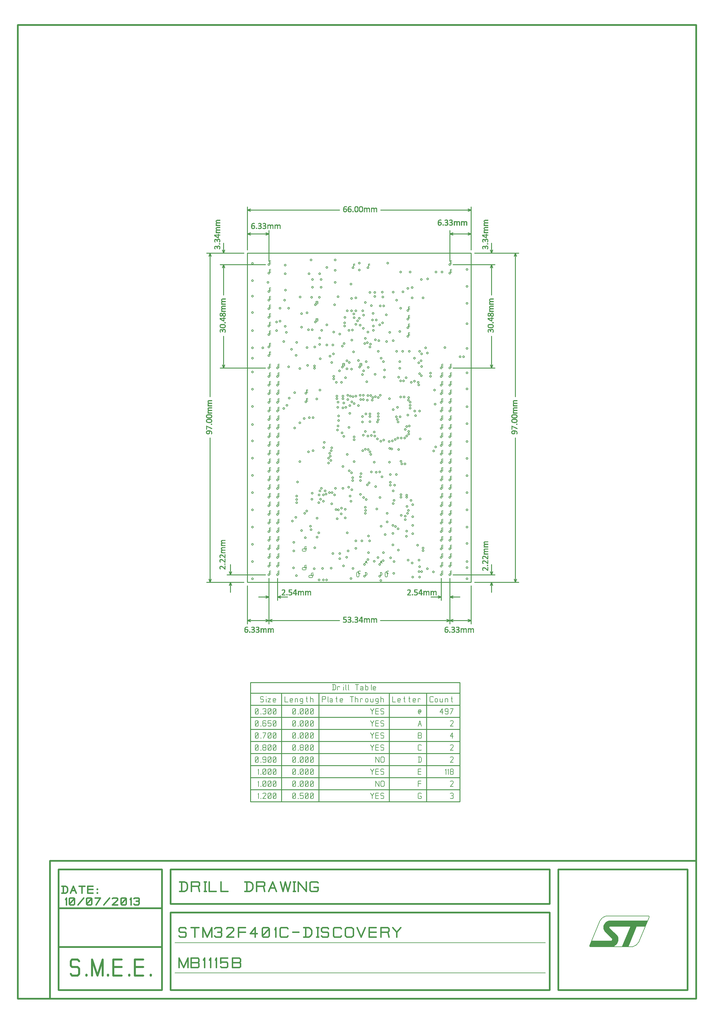
<source format=gbr>
G70*
%FSLAX55Y55*%
%ADD11C,0.01000*%
%ADD12C,0.00800*%
%ADD13C,0.02000*%
%ADD14C,0.00787*%
%ADD15C,0.01500*%
%ADD16C,0.02480*%
%ADD17C,0.01575*%
%AMUSER18*
1, 1, 0.02756, 0.0, 0.0*
1, 0, 0.01378, 0.0, 0.0*%
%ADD18USER18*%
%ADD19C,0.00591*%
%AMUSER20*
21, 1, 0.03150, 0.03443, 0.0, 0.0, 90.000*
1, 1, 0.03443, 0.00000, 0.01574*
1, 1, 0.03443, 0.00000, -0.01574*
21, 0, 0.03150, 0.02067, 0.0, 0.0, 90.000*
1, 0, 0.02067, 0.00000, 0.01574*
1, 0, 0.02067, 0.00000, -0.01574*%
%ADD20USER20*%
%AMUSER21*
21, 1, 0.01969, 0.03443, 0.0, 0.0, 180.000*
1, 1, 0.03443, -0.00984, 0.00000*
1, 1, 0.03443, 0.00984, 0.00000*
21, 0, 0.01969, 0.02067, 0.0, 0.0, 180.000*
1, 0, 0.02067, -0.00984, 0.00000*
1, 0, 0.02067, 0.00984, 0.00000*%
%ADD21USER21*%
%ADD22C,0.00394*%
D11*
X285837Y503106D02*
X545679Y503106D01*
X545679Y884995*
X285837Y884995*
X285837Y503106*
D12*
G36*
X685758Y86846D02*
X708712Y86856D01*
X709758Y88946*
X700758Y97946*
X699558Y100646*
X699558Y103946*
X699858Y105146*
X701058Y107246*
X702258Y108446*
X703758Y109346*
X705558Y109946*
X707658Y110246*
X750258Y110246*
X747858Y103946*
X747558Y103646*
X737658Y103646*
X728058Y80846*
X721158Y80846*
X730458Y102746*
X730458Y103646*
X706758Y103646*
X706158Y103346*
X705858Y102746*
X705858Y101846*
X706158Y101546*
X714858Y93146*
X715758Y91646*
X716058Y90146*
X716358Y89846*
X716358Y87146*
G75*
G02X711558Y80846I-08949J01839*
G01X683358Y80846*
X683358Y81446*
X685458Y86546*
X685758Y86846*
G37*
X708712Y86856*
X709758Y88946*
X700758Y97946*
X699558Y100646*
X699558Y103946*
X699858Y105146*
X701058Y107246*
X702258Y108446*
X703758Y109346*
X705558Y109946*
X707658Y110246*
X750258Y110246*
X747858Y103946*
X747558Y103646*
X737658Y103646*
X728058Y80846*
X721158Y80846*
X730458Y102746*
X730458Y103646*
X706758Y103646*
X706158Y103346*
X705858Y102746*
X705858Y101846*
X706158Y101546*
X714858Y93146*
X715758Y91646*
X716058Y90146*
X716358Y89846*
X716358Y87146*
G75*
G02X711558Y80846I-08949J01839*
G01X683358Y80846*
X683358Y81446*
X685458Y86546*
X685758Y86846*
X202005Y49738D02*
X632005Y49738D01*
D13*
X197005Y129738D02*
X637005Y129738D01*
X67005Y29738D02*
X187005Y29738D01*
D12*
X202005Y84738D02*
X632005Y84738D01*
D13*
X197005Y119738D02*
X637005Y119738D01*
D12*
X683958Y80246D02*
X683358Y80846D01*
X683358Y81446*
X695358Y110546*
G75*
G02X701958Y115646I08543J-04235*
G01X751758Y115646*
X752058Y115346*
X752058Y114146*
X740058Y85346*
G75*
G02X733458Y80246I-08825J04600*
G01X683958Y80246*
D13*
X637005Y129738D02*
X637005Y169738D01*
X57005Y179738D02*
X807005Y179738D01*
X67005Y124738D02*
X187005Y124738D01*
X67005Y169738D02*
X187005Y169738D01*
X197005Y169738D02*
X637005Y169738D01*
X197005Y29738D02*
X197005Y119738D01*
X197005Y129738D02*
X197005Y169738D01*
X67005Y29738D02*
X67005Y169738D01*
X637005Y29738D02*
X637005Y119738D01*
X647005Y169738D02*
X797005Y169738D01*
X647005Y29738D02*
X797005Y29738D01*
X19604Y19738D02*
X19604Y1149659D01*
X19604Y19738D02*
X807005Y19738D01*
X57005Y19738D02*
X57005Y179738D01*
X187005Y29738D02*
X187005Y169738D01*
X647005Y29738D02*
X647005Y169738D01*
X797005Y29738D02*
X797005Y169738D01*
X67005Y79738D02*
X187005Y79738D01*
X807005Y19738D02*
X807005Y1149659D01*
X197005Y29738D02*
X637005Y29738D01*
X19604Y1149659D02*
X807005Y1149659D01*
D11*
X493910Y373924D02*
X493910Y248995D01*
X450627Y373924D02*
X450627Y248995D01*
X368957Y373924D02*
X368957Y248995D01*
X325674Y373924D02*
X325674Y248995D01*
X290108Y374424D02*
X532060Y374424D01*
X290108Y360432D02*
X532060Y360432D01*
X290108Y346440D02*
X532060Y346440D01*
X290108Y332448D02*
X532060Y332448D01*
X290108Y318456D02*
X532060Y318456D01*
X290108Y304464D02*
X532060Y304464D01*
X290108Y290472D02*
X532060Y290472D01*
X290108Y276480D02*
X532060Y276480D01*
X290108Y262487D02*
X532060Y262487D01*
X289608Y248495D02*
X289608Y386918D01*
X532560Y386918*
X532560Y248495*
X289608Y248495*
D14*
X497835Y362409D02*
X501772Y364705*
X501280Y364049D01*
X498327Y364049*
X497835Y364705*
X497835Y369626*
X498327Y370283*
X501280Y370283*
X501772Y369626*
X506694Y367330D02*
X506201Y367986D01*
X504233Y367986*
X503741Y367330*
X503741Y364705*
X504233Y364049*
X506201Y364049*
X506694Y364705*
X506694Y367330*
X509646Y367986D02*
X509646Y364705D01*
X510138Y364049*
X512107Y364049*
X512599Y364705*
X512599Y364049D02*
X512599Y367986D01*
X515552Y364049D02*
X515552Y367986D01*
X515552Y367330D02*
X516044Y367986D01*
X518012Y367986*
X518505Y367330*
X518505Y364049*
X523180Y370283D02*
X523180Y364705D01*
X523672Y364049*
X524164Y364049*
X522442Y367986D02*
X523918Y367986D01*
X509646Y348417D02*
X512107Y350057*
X512107Y356291D01*
X509646Y352354*
X513091Y352354*
X518997Y353666D02*
X518505Y353010D01*
X515798Y353010*
X515552Y353666*
X515552Y355634*
X516044Y356291*
X518505Y356291*
X518997Y355634*
X518997Y350713*
X518505Y350057*
X516044Y350057*
X515552Y350713*
X521457Y356291D02*
X524902Y356291D01*
X521949Y350057*
X521457Y334424D02*
X521457Y341642*
X521949Y342298D01*
X524410Y342298*
X524902Y341642*
X524902Y340330*
X524410Y339674*
X521457Y336065*
X524902Y336065*
X521457Y320432D02*
X523918Y322073*
X523918Y328306D01*
X521457Y324369*
X524902Y324369*
X521457Y306440D02*
X521457Y313658*
X521949Y314314D01*
X524410Y314314*
X524902Y313658*
X524902Y312346*
X524410Y311689*
X521457Y308081*
X524902Y308081*
X521457Y292448D02*
X521457Y299666*
X521949Y300322D01*
X524410Y300322*
X524902Y299666*
X524902Y298354*
X524410Y297697*
X521457Y294088*
X524902Y294088*
X515552Y278456D02*
X516413Y280096*
X516413Y286330D01*
X515921Y285018*
X519366Y280096D02*
X519366Y286330D01*
X518874Y285018*
X521457Y280752D02*
X521457Y282721D01*
X521949Y283377*
X524410Y283377*
X524902Y284033*
X524902Y285674*
X524410Y286330*
X521949Y286330*
X521457Y285674*
X521457Y284033*
X521949Y283377*
X524410Y283377*
X524902Y282721*
X524902Y280752*
X524410Y280096*
X521949Y280096*
X521457Y280752*
X521457Y264464D02*
X521457Y271682*
X521949Y272338D01*
X524410Y272338*
X524902Y271682*
X524902Y270369*
X524410Y269713*
X521457Y266104*
X524902Y266104*
X521457Y250472D02*
X521457Y257689*
X521949Y258346D01*
X524410Y258346*
X524902Y257689*
X524902Y256049*
X524410Y255393*
X522934Y255393*
X524410Y255393*
X524902Y254737*
X524902Y253096*
X524410Y252112*
X521949Y252112*
X521457Y252768*
X454552Y362409D02*
X457997Y364049*
X454552Y364049D01*
X454552Y370283*
X460457Y366018D02*
X463410Y366018D01*
X463410Y367330*
X462918Y367986*
X460949Y367986*
X460457Y367330*
X460457Y364705*
X460949Y364049*
X462918Y364049*
X463410Y364705*
X468085Y370283D02*
X468085Y364705D01*
X468577Y364049*
X469070Y364049*
X467347Y367986D02*
X468824Y367986D01*
X473991Y370283D02*
X473991Y364705D01*
X474483Y364049*
X474975Y364049*
X473253Y367986D02*
X474729Y367986D01*
X478174Y366018D02*
X481127Y366018D01*
X481127Y367330*
X480635Y367986*
X478666Y367986*
X478174Y367330*
X478174Y364705*
X478666Y364049*
X480635Y364049*
X481127Y364705*
X484079Y364049D02*
X484079Y367986D01*
X484079Y367330D02*
X484572Y367986D01*
X486048Y367986*
X486540Y367330*
X484079Y348417D02*
X486540Y352354*
X486294Y352025D01*
X485556Y352025*
X485310Y352354*
X485310Y353338*
X485556Y353666*
X486294Y353666*
X486540Y353338*
X486540Y352025*
X487032Y352025*
X487524Y352682*
X487524Y353994*
X486786Y354978*
X485310Y354978*
X484572Y353994*
X484325Y352682*
X484572Y351369*
X485310Y350385*
X486540Y350385*
X484079Y334424D02*
X484079Y336065*
X486048Y342298D01*
X488016Y336065*
X484818Y338361D02*
X487278Y338361D01*
X484079Y320432D02*
X484079Y322073*
X484079Y328306D01*
X487524Y328306*
X488016Y327650*
X488016Y326010*
X487524Y325354*
X484079Y325354D02*
X487524Y325354D01*
X488016Y324697*
X488016Y322729*
X487524Y322073*
X484079Y322073*
X484079Y306440D02*
X488016Y308737*
X487524Y308081D01*
X484572Y308081*
X484079Y308737*
X484079Y313658*
X484572Y314314*
X487524Y314314*
X488016Y313658*
X484079Y292448D02*
X484079Y300322*
X486540Y300322D01*
X487524Y299666*
X488016Y298354*
X488016Y296057*
X487524Y294745*
X486540Y294088*
X484079Y294088*
X485064Y294088D02*
X485064Y300322D01*
X484079Y278456D02*
X487524Y280096*
X484079Y280096D01*
X484079Y286330*
X487524Y286330*
X487524Y283377D02*
X484079Y283377D01*
X484079Y264464D02*
X484079Y266104*
X484079Y272338D01*
X487524Y272338*
X487524Y269385D02*
X484079Y269385D01*
X484079Y250472D02*
X486048Y254737*
X488016Y254737D01*
X488016Y252768*
X487524Y252112*
X484572Y252112*
X484079Y252768*
X484079Y257689*
X484572Y258346*
X487524Y258346*
X488016Y257689*
X372883Y362409D02*
X372883Y364049*
X372883Y370283D01*
X376327Y370283*
X376820Y369626*
X376820Y367986*
X376327Y367330*
X372883Y367330*
X379649Y370283D02*
X379649Y364705D01*
X379895Y364049*
X380141Y364049*
X381741Y367330D02*
X382233Y367986D01*
X384201Y367986*
X384694Y367330*
X384694Y364049*
X384694Y364705D02*
X384694Y364049D01*
X382233Y364049*
X381741Y364705*
X381741Y365361*
X382233Y366018*
X384694Y366018*
X389369Y370283D02*
X389369Y364705D01*
X389861Y364049*
X390353Y364049*
X388631Y367986D02*
X390107Y367986D01*
X393552Y366018D02*
X396505Y366018D01*
X396505Y367330*
X396012Y367986*
X394044Y367986*
X393552Y367330*
X393552Y364705*
X394044Y364049*
X396012Y364049*
X396505Y364705*
X403394Y362409D02*
X405363Y370283*
X409300Y370283D01*
X407331Y370283D02*
X407331Y364049D01*
X411268Y364049D02*
X411268Y370283D01*
X411268Y367330D02*
X411761Y367986D01*
X413729Y367986*
X414221Y367330*
X414221Y364049*
X417174Y364049D02*
X417174Y367986D01*
X417174Y367330D02*
X417666Y367986D01*
X419142Y367986*
X419635Y367330*
X426032Y367330D02*
X425540Y367986D01*
X423572Y367986*
X423079Y367330*
X423079Y364705*
X423572Y364049*
X425540Y364049*
X426032Y364705*
X426032Y367330*
X428985Y367986D02*
X428985Y364705D01*
X429477Y364049*
X431446Y364049*
X431938Y364705*
X431938Y364049D02*
X431938Y367986D01*
X437843Y367330D02*
X437351Y367986D01*
X435383Y367986*
X434890Y367330*
X434890Y365361*
X435383Y364705*
X437351Y364705*
X437843Y365361*
X437843Y367986D02*
X437843Y363065D01*
X437351Y362409*
X434890Y362409*
X440796Y364049D02*
X440796Y370283D01*
X440796Y367330D02*
X441288Y367986D01*
X443257Y367986*
X443749Y367330*
X443749Y364049*
X428985Y348417D02*
X428985Y356291*
X430953Y353338D01*
X432922Y356291*
X430953Y353338D02*
X430953Y350057D01*
X438335Y350057D02*
X434890Y350057D01*
X434890Y356291*
X438335Y356291*
X438335Y353338D02*
X434890Y353338D01*
X440796Y350713D02*
X441288Y350057D01*
X443749Y350057*
X444241Y350713*
X444241Y352682*
X443749Y353338*
X441288Y353338*
X440796Y353994*
X440796Y355634*
X441288Y356291*
X443749Y356291*
X444241Y355634*
X428985Y334424D02*
X428985Y342298*
X430953Y339346D01*
X432922Y342298*
X430953Y339346D02*
X430953Y336065D01*
X438335Y336065D02*
X434890Y336065D01*
X434890Y342298*
X438335Y342298*
X438335Y339346D02*
X434890Y339346D01*
X440796Y336721D02*
X441288Y336065D01*
X443749Y336065*
X444241Y336721*
X444241Y338689*
X443749Y339346*
X441288Y339346*
X440796Y340002*
X440796Y341642*
X441288Y342298*
X443749Y342298*
X444241Y341642*
X428985Y320432D02*
X428985Y328306*
X430953Y325354D01*
X432922Y328306*
X430953Y325354D02*
X430953Y322073D01*
X438335Y322073D02*
X434890Y322073D01*
X434890Y328306*
X438335Y328306*
X438335Y325354D02*
X434890Y325354D01*
X440796Y322729D02*
X441288Y322073D01*
X443749Y322073*
X444241Y322729*
X444241Y324697*
X443749Y325354*
X441288Y325354*
X440796Y326010*
X440796Y327650*
X441288Y328306*
X443749Y328306*
X444241Y327650*
X428985Y306440D02*
X428985Y314314*
X430953Y311361D01*
X432922Y314314*
X430953Y311361D02*
X430953Y308081D01*
X438335Y308081D02*
X434890Y308081D01*
X434890Y314314*
X438335Y314314*
X438335Y311361D02*
X434890Y311361D01*
X440796Y308737D02*
X441288Y308081D01*
X443749Y308081*
X444241Y308737*
X444241Y310705*
X443749Y311361*
X441288Y311361*
X440796Y312018*
X440796Y313658*
X441288Y314314*
X443749Y314314*
X444241Y313658*
X434890Y292448D02*
X434890Y294088*
X434890Y300322D01*
X438827Y294088*
X438827Y300322*
X444733Y295073D02*
X443995Y294088D01*
X441534Y294088*
X440796Y295073*
X440796Y299338*
X441534Y300322*
X443995Y300322*
X444733Y299338*
X444733Y295073*
X428985Y278456D02*
X428985Y286330*
X430953Y283377D01*
X432922Y286330*
X430953Y283377D02*
X430953Y280096D01*
X438335Y280096D02*
X434890Y280096D01*
X434890Y286330*
X438335Y286330*
X438335Y283377D02*
X434890Y283377D01*
X440796Y280752D02*
X441288Y280096D01*
X443749Y280096*
X444241Y280752*
X444241Y282721*
X443749Y283377*
X441288Y283377*
X440796Y284033*
X440796Y285674*
X441288Y286330*
X443749Y286330*
X444241Y285674*
X434890Y264464D02*
X434890Y266104*
X434890Y272338D01*
X438827Y266104*
X438827Y272338*
X444733Y267088D02*
X443995Y266104D01*
X441534Y266104*
X440796Y267088*
X440796Y271354*
X441534Y272338*
X443995Y272338*
X444733Y271354*
X444733Y267088*
X428985Y250472D02*
X428985Y258346*
X430953Y255393D01*
X432922Y258346*
X430953Y255393D02*
X430953Y252112D01*
X438335Y252112D02*
X434890Y252112D01*
X434890Y258346*
X438335Y258346*
X438335Y255393D02*
X434890Y255393D01*
X440796Y252768D02*
X441288Y252112D01*
X443749Y252112*
X444241Y252768*
X444241Y254737*
X443749Y255393*
X441288Y255393*
X440796Y256049*
X440796Y257689*
X441288Y258346*
X443749Y258346*
X444241Y257689*
X329599Y362409D02*
X333044Y364049*
X329599Y364049D01*
X329599Y370283*
X335505Y366018D02*
X338457Y366018D01*
X338457Y367330*
X337965Y367986*
X335997Y367986*
X335505Y367330*
X335505Y364705*
X335997Y364049*
X337965Y364049*
X338457Y364705*
X341410Y364049D02*
X341410Y367986D01*
X341410Y367330D02*
X341902Y367986D01*
X343871Y367986*
X344363Y367330*
X344363Y364049*
X350268Y367330D02*
X349776Y367986D01*
X347808Y367986*
X347316Y367330*
X347316Y365361*
X347808Y364705*
X349776Y364705*
X350268Y365361*
X350268Y367986D02*
X350268Y363065D01*
X349776Y362409*
X347316Y362409*
X354944Y370283D02*
X354944Y364705D01*
X355436Y364049*
X355928Y364049*
X354205Y367986D02*
X355682Y367986D01*
X359127Y364049D02*
X359127Y370283D01*
X359127Y367330D02*
X359619Y367986D01*
X361587Y367986*
X362079Y367330*
X362079Y364049*
X338457Y348417D02*
X341902Y350713*
X341410Y350057D01*
X338949Y350057*
X338457Y350713*
X338457Y355634*
X338949Y356291*
X341410Y356291*
X341902Y355634*
X341902Y350713*
X338457Y350713D02*
X341902Y355634D01*
X345101Y350057D02*
X344978Y350057D01*
X344978Y350385*
X345101Y350385*
X345101Y350057*
X350761Y350713D02*
X350268Y350057D01*
X347808Y350057*
X347316Y350713*
X347316Y355634*
X347808Y356291*
X350268Y356291*
X350761Y355634*
X350761Y350713*
X347316Y350713D02*
X350761Y355634D01*
X356666Y350713D02*
X356174Y350057D01*
X353713Y350057*
X353221Y350713*
X353221Y355634*
X353713Y356291*
X356174Y356291*
X356666Y355634*
X356666Y350713*
X353221Y350713D02*
X356666Y355634D01*
X362572Y350713D02*
X362079Y350057D01*
X359619Y350057*
X359127Y350713*
X359127Y355634*
X359619Y356291*
X362079Y356291*
X362572Y355634*
X362572Y350713*
X359127Y350713D02*
X362572Y355634D01*
X338457Y334424D02*
X341902Y336721*
X341410Y336065D01*
X338949Y336065*
X338457Y336721*
X338457Y341642*
X338949Y342298*
X341410Y342298*
X341902Y341642*
X341902Y336721*
X338457Y336721D02*
X341902Y341642D01*
X345101Y336065D02*
X344978Y336065D01*
X344978Y336393*
X345101Y336393*
X345101Y336065*
X350761Y336721D02*
X350268Y336065D01*
X347808Y336065*
X347316Y336721*
X347316Y341642*
X347808Y342298*
X350268Y342298*
X350761Y341642*
X350761Y336721*
X347316Y336721D02*
X350761Y341642D01*
X356666Y336721D02*
X356174Y336065D01*
X353713Y336065*
X353221Y336721*
X353221Y341642*
X353713Y342298*
X356174Y342298*
X356666Y341642*
X356666Y336721*
X353221Y336721D02*
X356666Y341642D01*
X362572Y336721D02*
X362079Y336065D01*
X359619Y336065*
X359127Y336721*
X359127Y341642*
X359619Y342298*
X362079Y342298*
X362572Y341642*
X362572Y336721*
X359127Y336721D02*
X362572Y341642D01*
X338457Y320432D02*
X341902Y322729*
X341410Y322073D01*
X338949Y322073*
X338457Y322729*
X338457Y327650*
X338949Y328306*
X341410Y328306*
X341902Y327650*
X341902Y322729*
X338457Y322729D02*
X341902Y327650D01*
X345101Y322073D02*
X344978Y322073D01*
X344978Y322401*
X345101Y322401*
X345101Y322073*
X350761Y322729D02*
X350268Y322073D01*
X347808Y322073*
X347316Y322729*
X347316Y327650*
X347808Y328306*
X350268Y328306*
X350761Y327650*
X350761Y322729*
X347316Y322729D02*
X350761Y327650D01*
X356666Y322729D02*
X356174Y322073D01*
X353713Y322073*
X353221Y322729*
X353221Y327650*
X353713Y328306*
X356174Y328306*
X356666Y327650*
X356666Y322729*
X353221Y322729D02*
X356666Y327650D01*
X362572Y322729D02*
X362079Y322073D01*
X359619Y322073*
X359127Y322729*
X359127Y327650*
X359619Y328306*
X362079Y328306*
X362572Y327650*
X362572Y322729*
X359127Y322729D02*
X362572Y327650D01*
X338457Y306440D02*
X341902Y308737*
X341410Y308081D01*
X338949Y308081*
X338457Y308737*
X338457Y313658*
X338949Y314314*
X341410Y314314*
X341902Y313658*
X341902Y308737*
X338457Y308737D02*
X341902Y313658D01*
X345101Y308081D02*
X344978Y308081D01*
X344978Y308409*
X345101Y308409*
X345101Y308081*
X347316Y308737D02*
X347316Y310705D01*
X347808Y311361*
X350268Y311361*
X350761Y312018*
X350761Y313658*
X350268Y314314*
X347808Y314314*
X347316Y313658*
X347316Y312018*
X347808Y311361*
X350268Y311361*
X350761Y310705*
X350761Y308737*
X350268Y308081*
X347808Y308081*
X347316Y308737*
X356666Y308737D02*
X356174Y308081D01*
X353713Y308081*
X353221Y308737*
X353221Y313658*
X353713Y314314*
X356174Y314314*
X356666Y313658*
X356666Y308737*
X353221Y308737D02*
X356666Y313658D01*
X362572Y308737D02*
X362079Y308081D01*
X359619Y308081*
X359127Y308737*
X359127Y313658*
X359619Y314314*
X362079Y314314*
X362572Y313658*
X362572Y308737*
X359127Y308737D02*
X362572Y313658D01*
X338457Y292448D02*
X341902Y294745*
X341410Y294088D01*
X338949Y294088*
X338457Y294745*
X338457Y299666*
X338949Y300322*
X341410Y300322*
X341902Y299666*
X341902Y294745*
X338457Y294745D02*
X341902Y299666D01*
X345101Y294088D02*
X344978Y294088D01*
X344978Y294417*
X345101Y294417*
X345101Y294088*
X350761Y294745D02*
X350268Y294088D01*
X347808Y294088*
X347316Y294745*
X347316Y299666*
X347808Y300322*
X350268Y300322*
X350761Y299666*
X350761Y294745*
X347316Y294745D02*
X350761Y299666D01*
X356666Y294745D02*
X356174Y294088D01*
X353713Y294088*
X353221Y294745*
X353221Y299666*
X353713Y300322*
X356174Y300322*
X356666Y299666*
X356666Y294745*
X353221Y294745D02*
X356666Y299666D01*
X362572Y294745D02*
X362079Y294088D01*
X359619Y294088*
X359127Y294745*
X359127Y299666*
X359619Y300322*
X362079Y300322*
X362572Y299666*
X362572Y294745*
X359127Y294745D02*
X362572Y299666D01*
X338457Y278456D02*
X341902Y280752*
X341410Y280096D01*
X338949Y280096*
X338457Y280752*
X338457Y285674*
X338949Y286330*
X341410Y286330*
X341902Y285674*
X341902Y280752*
X338457Y280752D02*
X341902Y285674D01*
X345101Y280096D02*
X344978Y280096D01*
X344978Y280424*
X345101Y280424*
X345101Y280096*
X350761Y280752D02*
X350268Y280096D01*
X347808Y280096*
X347316Y280752*
X347316Y285674*
X347808Y286330*
X350268Y286330*
X350761Y285674*
X350761Y280752*
X347316Y280752D02*
X350761Y285674D01*
X356666Y280752D02*
X356174Y280096D01*
X353713Y280096*
X353221Y280752*
X353221Y285674*
X353713Y286330*
X356174Y286330*
X356666Y285674*
X356666Y280752*
X353221Y280752D02*
X356666Y285674D01*
X362572Y280752D02*
X362079Y280096D01*
X359619Y280096*
X359127Y280752*
X359127Y285674*
X359619Y286330*
X362079Y286330*
X362572Y285674*
X362572Y280752*
X359127Y280752D02*
X362572Y285674D01*
X338457Y264464D02*
X341902Y266760*
X341410Y266104D01*
X338949Y266104*
X338457Y266760*
X338457Y271682*
X338949Y272338*
X341410Y272338*
X341902Y271682*
X341902Y266760*
X338457Y266760D02*
X341902Y271682D01*
X345101Y266104D02*
X344978Y266104D01*
X344978Y266432*
X345101Y266432*
X345101Y266104*
X350761Y266760D02*
X350268Y266104D01*
X347808Y266104*
X347316Y266760*
X347316Y271682*
X347808Y272338*
X350268Y272338*
X350761Y271682*
X350761Y266760*
X347316Y266760D02*
X350761Y271682D01*
X356666Y266760D02*
X356174Y266104D01*
X353713Y266104*
X353221Y266760*
X353221Y271682*
X353713Y272338*
X356174Y272338*
X356666Y271682*
X356666Y266760*
X353221Y266760D02*
X356666Y271682D01*
X362572Y266760D02*
X362079Y266104D01*
X359619Y266104*
X359127Y266760*
X359127Y271682*
X359619Y272338*
X362079Y272338*
X362572Y271682*
X362572Y266760*
X359127Y266760D02*
X362572Y271682D01*
X338457Y250472D02*
X341902Y252768*
X341410Y252112D01*
X338949Y252112*
X338457Y252768*
X338457Y257689*
X338949Y258346*
X341410Y258346*
X341902Y257689*
X341902Y252768*
X338457Y252768D02*
X341902Y257689D01*
X345101Y252112D02*
X344978Y252112D01*
X344978Y252440*
X345101Y252440*
X345101Y252112*
X347316Y252768D02*
X347808Y252112D01*
X350268Y252112*
X350761Y252768*
X350761Y255065*
X350268Y255721*
X347808Y255721*
X347316Y255065*
X347316Y258346*
X350761Y258346*
X356666Y252768D02*
X356174Y252112D01*
X353713Y252112*
X353221Y252768*
X353221Y257689*
X353713Y258346*
X356174Y258346*
X356666Y257689*
X356666Y252768*
X353221Y252768D02*
X356666Y257689D01*
X362572Y252768D02*
X362079Y252112D01*
X359619Y252112*
X359127Y252768*
X359127Y257689*
X359619Y258346*
X362079Y258346*
X362572Y257689*
X362572Y252768*
X359127Y252768D02*
X362572Y257689D01*
X301079Y362409D02*
X301079Y364705*
X301572Y364049D01*
X304032Y364049*
X304524Y364705*
X304524Y366674*
X304032Y367330*
X301572Y367330*
X301079Y367986*
X301079Y369626*
X301572Y370283*
X304032Y370283*
X304524Y369626*
X307969Y364049D02*
X307969Y367658D01*
X307969Y369955D02*
X307969Y370283D01*
X307723Y364049D02*
X308215Y364049D01*
X309938Y367986D02*
X312890Y367986D01*
X309938Y364049*
X312890Y364049*
X315843Y366018D02*
X318796Y366018D01*
X318796Y367330*
X318304Y367986*
X316335Y367986*
X315843Y367330*
X315843Y364705*
X316335Y364049*
X318304Y364049*
X318796Y364705*
X295174Y348417D02*
X298619Y350713*
X298127Y350057D01*
X295666Y350057*
X295174Y350713*
X295174Y355634*
X295666Y356291*
X298127Y356291*
X298619Y355634*
X298619Y350713*
X295174Y350713D02*
X298619Y355634D01*
X301818Y350057D02*
X301695Y350057D01*
X301695Y350385*
X301818Y350385*
X301818Y350057*
X304032Y355634D02*
X304524Y356291D01*
X306985Y356291*
X307477Y355634*
X307477Y353994*
X306985Y353338*
X305509Y353338*
X306985Y353338*
X307477Y352682*
X307477Y351041*
X306985Y350057*
X304524Y350057*
X304032Y350713*
X313383Y350713D02*
X312890Y350057D01*
X310430Y350057*
X309938Y350713*
X309938Y355634*
X310430Y356291*
X312890Y356291*
X313383Y355634*
X313383Y350713*
X309938Y350713D02*
X313383Y355634D01*
X319288Y350713D02*
X318796Y350057D01*
X316335Y350057*
X315843Y350713*
X315843Y355634*
X316335Y356291*
X318796Y356291*
X319288Y355634*
X319288Y350713*
X315843Y350713D02*
X319288Y355634D01*
X295174Y334424D02*
X298619Y336721*
X298127Y336065D01*
X295666Y336065*
X295174Y336721*
X295174Y341642*
X295666Y342298*
X298127Y342298*
X298619Y341642*
X298619Y336721*
X295174Y336721D02*
X298619Y341642D01*
X301818Y336065D02*
X301695Y336065D01*
X301695Y336393*
X301818Y336393*
X301818Y336065*
X304032Y339018D02*
X304524Y339674D01*
X306985Y339674*
X307477Y339018*
X307477Y336721*
X306985Y336065*
X304524Y336065*
X304032Y336721*
X304032Y341642*
X304524Y342298*
X306985Y342298*
X307477Y341642*
X309938Y336721D02*
X310430Y336065D01*
X312890Y336065*
X313383Y336721*
X313383Y339018*
X312890Y339674*
X310430Y339674*
X309938Y339018*
X309938Y342298*
X313383Y342298*
X319288Y336721D02*
X318796Y336065D01*
X316335Y336065*
X315843Y336721*
X315843Y341642*
X316335Y342298*
X318796Y342298*
X319288Y341642*
X319288Y336721*
X315843Y336721D02*
X319288Y341642D01*
X295174Y320432D02*
X298619Y322729*
X298127Y322073D01*
X295666Y322073*
X295174Y322729*
X295174Y327650*
X295666Y328306*
X298127Y328306*
X298619Y327650*
X298619Y322729*
X295174Y322729D02*
X298619Y327650D01*
X301818Y322073D02*
X301695Y322073D01*
X301695Y322401*
X301818Y322401*
X301818Y322073*
X304032Y328306D02*
X307477Y328306D01*
X304524Y322073*
X313383Y322729D02*
X312890Y322073D01*
X310430Y322073*
X309938Y322729*
X309938Y327650*
X310430Y328306*
X312890Y328306*
X313383Y327650*
X313383Y322729*
X309938Y322729D02*
X313383Y327650D01*
X319288Y322729D02*
X318796Y322073D01*
X316335Y322073*
X315843Y322729*
X315843Y327650*
X316335Y328306*
X318796Y328306*
X319288Y327650*
X319288Y322729*
X315843Y322729D02*
X319288Y327650D01*
X295174Y306440D02*
X298619Y308737*
X298127Y308081D01*
X295666Y308081*
X295174Y308737*
X295174Y313658*
X295666Y314314*
X298127Y314314*
X298619Y313658*
X298619Y308737*
X295174Y308737D02*
X298619Y313658D01*
X301818Y308081D02*
X301695Y308081D01*
X301695Y308409*
X301818Y308409*
X301818Y308081*
X304032Y308737D02*
X304032Y310705D01*
X304524Y311361*
X306985Y311361*
X307477Y312018*
X307477Y313658*
X306985Y314314*
X304524Y314314*
X304032Y313658*
X304032Y312018*
X304524Y311361*
X306985Y311361*
X307477Y310705*
X307477Y308737*
X306985Y308081*
X304524Y308081*
X304032Y308737*
X313383Y308737D02*
X312890Y308081D01*
X310430Y308081*
X309938Y308737*
X309938Y313658*
X310430Y314314*
X312890Y314314*
X313383Y313658*
X313383Y308737*
X309938Y308737D02*
X313383Y313658D01*
X319288Y308737D02*
X318796Y308081D01*
X316335Y308081*
X315843Y308737*
X315843Y313658*
X316335Y314314*
X318796Y314314*
X319288Y313658*
X319288Y308737*
X315843Y308737D02*
X319288Y313658D01*
X295174Y292448D02*
X298619Y294745*
X298127Y294088D01*
X295666Y294088*
X295174Y294745*
X295174Y299666*
X295666Y300322*
X298127Y300322*
X298619Y299666*
X298619Y294745*
X295174Y294745D02*
X298619Y299666D01*
X301818Y294088D02*
X301695Y294088D01*
X301695Y294417*
X301818Y294417*
X301818Y294088*
X307477Y297697D02*
X306985Y297041D01*
X304278Y297041*
X304032Y297697*
X304032Y299666*
X304524Y300322*
X306985Y300322*
X307477Y299666*
X307477Y294745*
X306985Y294088*
X304524Y294088*
X304032Y294745*
X313383Y294745D02*
X312890Y294088D01*
X310430Y294088*
X309938Y294745*
X309938Y299666*
X310430Y300322*
X312890Y300322*
X313383Y299666*
X313383Y294745*
X309938Y294745D02*
X313383Y299666D01*
X319288Y294745D02*
X318796Y294088D01*
X316335Y294088*
X315843Y294745*
X315843Y299666*
X316335Y300322*
X318796Y300322*
X319288Y299666*
X319288Y294745*
X315843Y294745D02*
X319288Y299666D01*
X298127Y278456D02*
X298988Y280096*
X298988Y286330D01*
X298496Y285018*
X301818Y280096D02*
X301695Y280096D01*
X301695Y280424*
X301818Y280424*
X301818Y280096*
X307477Y280752D02*
X306985Y280096D01*
X304524Y280096*
X304032Y280752*
X304032Y285674*
X304524Y286330*
X306985Y286330*
X307477Y285674*
X307477Y280752*
X304032Y280752D02*
X307477Y285674D01*
X313383Y280752D02*
X312890Y280096D01*
X310430Y280096*
X309938Y280752*
X309938Y285674*
X310430Y286330*
X312890Y286330*
X313383Y285674*
X313383Y280752*
X309938Y280752D02*
X313383Y285674D01*
X319288Y280752D02*
X318796Y280096D01*
X316335Y280096*
X315843Y280752*
X315843Y285674*
X316335Y286330*
X318796Y286330*
X319288Y285674*
X319288Y280752*
X315843Y280752D02*
X319288Y285674D01*
X298127Y264464D02*
X298988Y266104*
X298988Y272338D01*
X298496Y271025*
X301818Y266104D02*
X301695Y266104D01*
X301695Y266432*
X301818Y266432*
X301818Y266104*
X307477Y266760D02*
X306985Y266104D01*
X304524Y266104*
X304032Y266760*
X304032Y271682*
X304524Y272338*
X306985Y272338*
X307477Y271682*
X307477Y266760*
X304032Y266760D02*
X307477Y271682D01*
X313383Y266760D02*
X312890Y266104D01*
X310430Y266104*
X309938Y266760*
X309938Y271682*
X310430Y272338*
X312890Y272338*
X313383Y271682*
X313383Y266760*
X309938Y266760D02*
X313383Y271682D01*
X319288Y266760D02*
X318796Y266104D01*
X316335Y266104*
X315843Y266760*
X315843Y271682*
X316335Y272338*
X318796Y272338*
X319288Y271682*
X319288Y266760*
X315843Y266760D02*
X319288Y271682D01*
X298127Y250472D02*
X298988Y252112*
X298988Y258346D01*
X298496Y257033*
X301818Y252112D02*
X301695Y252112D01*
X301695Y252440*
X301818Y252440*
X301818Y252112*
X304032Y257689D02*
X304524Y258346D01*
X306985Y258346*
X307477Y257689*
X307477Y256377*
X306985Y255721*
X304032Y252112*
X307477Y252112*
X313383Y252768D02*
X312890Y252112D01*
X310430Y252112*
X309938Y252768*
X309938Y257689*
X310430Y258346*
X312890Y258346*
X313383Y257689*
X313383Y252768*
X309938Y252768D02*
X313383Y257689D01*
X319288Y252768D02*
X318796Y252112D01*
X316335Y252112*
X315843Y252768*
X315843Y257689*
X316335Y258346*
X318796Y258346*
X319288Y257689*
X319288Y252768*
X315843Y252768D02*
X319288Y257689D01*
X384694Y376401D02*
X384694Y384275*
X387154Y384275D01*
X388138Y383619*
X388631Y382306*
X388631Y380010*
X388138Y378697*
X387154Y378041*
X384694Y378041*
X385678Y378041D02*
X385678Y384275D01*
X390599Y378041D02*
X390599Y381978D01*
X390599Y381322D02*
X391091Y381978D01*
X392568Y381978*
X393060Y381322*
X397489Y378041D02*
X397489Y381650D01*
X397489Y383947D02*
X397489Y384275D01*
X397243Y378041D02*
X397735Y378041D01*
X400319Y384275D02*
X400319Y378697D01*
X400565Y378041*
X400811Y378041*
X403271Y384275D02*
X403271Y378697D01*
X403517Y378041*
X403763Y378041*
X409300Y376401D02*
X411268Y384275*
X415205Y384275D01*
X413237Y384275D02*
X413237Y378041D01*
X417174Y381322D02*
X417666Y381978D01*
X419635Y381978*
X420127Y381322*
X420127Y378041*
X420127Y378697D02*
X420127Y378041D01*
X417666Y378041*
X417174Y378697*
X417174Y379354*
X417666Y380010*
X420127Y380010*
X423079Y378041D02*
X423079Y384275D01*
X423079Y381322D02*
X423572Y381978D01*
X425540Y381978*
X426032Y381322*
X426032Y378697*
X425540Y378041*
X423572Y378041*
X423079Y378697*
X429846Y384275D02*
X429846Y378697D01*
X430092Y378041*
X430338Y378041*
X431938Y380010D02*
X434890Y380010D01*
X434890Y381322*
X434398Y381978*
X432430Y381978*
X431938Y381322*
X431938Y378697*
X432430Y378041*
X434398Y378041*
X434890Y378697*
D15*
X70558Y140355D02*
X70558Y150355*
X74725Y150355D01*
X76392Y149522*
X77225Y147855*
X77225Y144938*
X76392Y143272*
X74725Y142438*
X70558Y142438*
X72225Y142438D02*
X72225Y150355D01*
X80558Y142438D02*
X83891Y150355D01*
X87225Y142438*
X81808Y145355D02*
X85975Y145355D01*
X90558Y150355D02*
X97224Y150355D01*
X93891Y150355D02*
X93891Y142438D01*
X106391Y142438D02*
X100557Y142438D01*
X100557Y150355*
X106391Y150355*
X106391Y146605D02*
X100557Y146605D01*
X111807Y142438D02*
X111599Y142438D01*
X111599Y142855*
X111807Y142855*
X111807Y142438*
X111807Y146605D02*
X111599Y146605D01*
X111599Y147022*
X111807Y147022*
X111807Y146605*
D16*
X80758Y41846D02*
X80758Y48735*
X82136Y46767D01*
X89026Y46767*
X90404Y48735*
X90404Y54641*
X89026Y56609*
X82136Y56609*
X80758Y58578*
X80758Y63499*
X82136Y65468*
X89026Y65468*
X90404Y63499*
X99360Y46767D02*
X99016Y46767D01*
X99016Y47751*
X99360Y47751*
X99360Y46767*
X105561Y46767D02*
X105561Y65468D01*
X111762Y46767*
X117963Y65468*
X117963Y46767*
X124163Y46767D02*
X123819Y46767D01*
X123819Y47751*
X124163Y47751*
X124163Y46767*
X140010Y46767D02*
X130364Y46767D01*
X130364Y65468*
X140010Y65468*
X140010Y56609D02*
X130364Y56609D01*
X148967Y46767D02*
X148622Y46767D01*
X148622Y47751*
X148967Y47751*
X148967Y46767*
X164813Y46767D02*
X155167Y46767D01*
X155167Y65468*
X164813Y65468*
X164813Y56609D02*
X155167Y56609D01*
X173770Y46767D02*
X173425Y46767D01*
X173425Y47751*
X173770Y47751*
X173770Y46767*
D17*
X206611Y53203D02*
X206611Y56073*
X206611Y66982D01*
X211779Y56073*
X216946Y66982*
X216946Y56073*
X220391Y56073D02*
X220391Y66982D01*
X228429Y66982*
X229577Y65834*
X229577Y62963*
X228429Y61815*
X220391Y61815D02*
X228429Y61815D01*
X229577Y60666*
X229577Y57222*
X228429Y56073*
X220391Y56073*
X236179Y56073D02*
X236179Y66982D01*
X235031Y64685*
X243069Y56073D02*
X243069Y66982D01*
X241921Y64685*
X249959Y56073D02*
X249959Y66982D01*
X248810Y64685*
X254839Y57222D02*
X255987Y56073D01*
X261728Y56073*
X262877Y57222*
X262877Y61241*
X261728Y62389*
X255987Y62389*
X254839Y61241*
X254839Y66982*
X262877Y66982*
X268618Y56073D02*
X268618Y66982D01*
X276656Y66982*
X277804Y65834*
X277804Y62963*
X276656Y61815*
X268618Y61815D02*
X276656Y61815D01*
X277804Y60666*
X277804Y57222*
X276656Y56073*
X268618Y56073*
X207097Y141688D02*
X207097Y155468*
X212838Y155468D01*
X215135Y154319*
X216283Y152023*
X216283Y148004*
X215135Y145707*
X212838Y144559*
X207097Y144559*
X209393Y144559D02*
X209393Y155468D01*
X220876Y144559D02*
X220876Y155468D01*
X228914Y155468*
X230062Y154319*
X230062Y151449*
X228914Y150300*
X220876Y150300*
X227766Y150300D02*
X228914Y150300D01*
X230062Y144559*
X236952Y144559D02*
X236952Y155468D01*
X235803Y144559D02*
X238100Y144559D01*
X235803Y155468D02*
X238100Y155468D01*
X249583Y144559D02*
X241545Y144559D01*
X241545Y155468*
X263362Y144559D02*
X255324Y144559D01*
X255324Y155468*
X278289Y141688D02*
X282882Y155468*
X288624Y155468D01*
X290920Y154319*
X292069Y152023*
X292069Y148004*
X290920Y145707*
X288624Y144559*
X282882Y144559*
X285179Y144559D02*
X285179Y155468D01*
X296661Y144559D02*
X296661Y155468D01*
X304699Y155468*
X305848Y154319*
X305848Y151449*
X304699Y150300*
X296661Y150300*
X303551Y150300D02*
X304699Y150300D01*
X305848Y144559*
X310441Y144559D02*
X315034Y155468D01*
X319627Y144559*
X312163Y148578D02*
X317905Y148578D01*
X324220Y155468D02*
X327091Y144559D01*
X329961Y155468*
X332832Y144559*
X335703Y155468*
X340296Y144559D02*
X340296Y155468D01*
X339147Y144559D02*
X341444Y144559D01*
X339147Y155468D02*
X341444Y155468D01*
X344889Y144559D02*
X344889Y155468D01*
X354075Y144559*
X354075Y155468*
X363261Y149152D02*
X367854Y149152D01*
X367854Y145707*
X366706Y144559*
X359816Y144559*
X358668Y145707*
X358668Y154319*
X359816Y155468*
X366706Y155468*
X367854Y154319*
X206611Y88636D02*
X206611Y92655*
X207760Y91506D01*
X213501Y91506*
X214649Y92655*
X214649Y96099*
X213501Y97248*
X207760Y97248*
X206611Y98396*
X206611Y101267*
X207760Y102415*
X213501Y102415*
X214649Y101267*
X220391Y102415D02*
X229577Y102415D01*
X224984Y102415D02*
X224984Y91506D01*
X234170Y91506D02*
X234170Y102415D01*
X239337Y91506*
X244504Y102415*
X244504Y91506*
X247949Y101267D02*
X249097Y102415D01*
X254839Y102415*
X255987Y101267*
X255987Y98396*
X254839Y97248*
X251394Y97248*
X254839Y97248*
X255987Y96099*
X255987Y93229*
X254839Y91506*
X249097Y91506*
X247949Y92655*
X261728Y101267D02*
X262876Y102415D01*
X268618Y102415*
X269766Y101267*
X269766Y98970*
X268618Y97822*
X261728Y91506*
X269766Y91506*
X275507Y91506D02*
X275507Y102415D01*
X283545Y102415*
X283545Y97248D02*
X275507Y97248D01*
X295028Y91506D02*
X295028Y102415D01*
X289287Y95525*
X297325Y95525*
X311104Y92655D02*
X309956Y91506D01*
X304214Y91506*
X303066Y92655*
X303066Y101267*
X304214Y102415*
X309956Y102415*
X311104Y101267*
X311104Y92655*
X303066Y92655D02*
X311104Y101267D01*
X318855Y91506D02*
X318855Y102415D01*
X317706Y100119*
X332921Y92655D02*
X331773Y91506D01*
X324883Y91506*
X323735Y92655*
X323735Y101267*
X324883Y102415*
X331773Y102415*
X332921Y101267*
X338662Y97248D02*
X345552Y97248D01*
X351293Y102415D02*
X357035Y102415D01*
X359331Y101267*
X360479Y98970*
X360479Y94951*
X359331Y92655*
X357035Y91506*
X351293Y91506*
X353590Y91506D02*
X353590Y102415D01*
X367369Y91506D02*
X367369Y102415D01*
X366221Y91506D02*
X368517Y91506D01*
X366221Y102415D02*
X368517Y102415D01*
X371962Y92655D02*
X373110Y91506D01*
X378852Y91506*
X380000Y92655*
X380000Y96099*
X378852Y97248*
X373110Y97248*
X371962Y98396*
X371962Y101267*
X373110Y102415*
X378852Y102415*
X380000Y101267*
X394927Y92655D02*
X393779Y91506D01*
X386889Y91506*
X385741Y92655*
X385741Y101267*
X386889Y102415*
X393779Y102415*
X394927Y101267*
X408707Y93229D02*
X406984Y91506D01*
X401243Y91506*
X399520Y93229*
X399520Y100693*
X401243Y102415*
X406984Y102415*
X408707Y100693*
X408707Y93229*
X413300Y102415D02*
X417893Y91506D01*
X422486Y102415*
X435117Y91506D02*
X427079Y91506D01*
X427079Y102415*
X435117Y102415*
X435117Y97248D02*
X427079Y97248D01*
X440858Y91506D02*
X440858Y102415D01*
X448896Y102415*
X450044Y101267*
X450044Y98396*
X448896Y97248*
X440858Y97248*
X447748Y97248D02*
X448896Y97248D01*
X450044Y91506*
X454637Y102415D02*
X459230Y97248D01*
X463824Y102415*
X459230Y97248D02*
X459230Y91506D01*
D15*
X74258Y126846D02*
X75716Y128929*
X75716Y136846D01*
X74883Y135179*
X85091Y129762D02*
X84258Y128929D01*
X80091Y128929*
X79258Y129762*
X79258Y136012*
X80091Y136846*
X84258Y136846*
X85091Y136012*
X85091Y129762*
X79258Y129762D02*
X85091Y136012D01*
X89257Y128929D02*
X95924Y136846D01*
X105090Y129762D02*
X104257Y128929D01*
X100090Y128929*
X99257Y129762*
X99257Y136012*
X100090Y136846*
X104257Y136846*
X105090Y136012*
X105090Y129762*
X99257Y129762D02*
X105090Y136012D01*
X109257Y136846D02*
X115090Y136846D01*
X110090Y128929*
X119257Y128929D02*
X125923Y136846D01*
X129256Y136012D02*
X130090Y136846D01*
X134256Y136846*
X135090Y136012*
X135090Y134346*
X134256Y133512*
X129256Y128929*
X135090Y128929*
X145089Y129762D02*
X144256Y128929D01*
X140089Y128929*
X139256Y129762*
X139256Y136012*
X140089Y136846*
X144256Y136846*
X145089Y136012*
X145089Y129762*
X139256Y129762D02*
X145089Y136012D01*
X150714Y128929D02*
X150714Y136846D01*
X149881Y135179*
X154255Y136012D02*
X155089Y136846D01*
X159255Y136846*
X160089Y136012*
X160089Y133929*
X159255Y133096*
X156755Y133096*
X159255Y133096*
X160089Y132262*
X160089Y130179*
X159255Y128929*
X155089Y128929*
X154255Y129762*
D18*
X364990Y805038D03*
D19*
X365643Y805296D02*
X365643Y806117*
X365643Y809233D01*
X367480Y809233*
X367742Y808905*
X367742Y808085*
X367480Y807757*
X365643Y807757D02*
X367480Y807757D01*
X367742Y807429*
X367742Y806445*
X367480Y806117*
X365643Y806117*
D18*
X364990Y825038D03*
D19*
X365643Y825296D02*
X365643Y826117*
X365643Y829233D01*
X367480Y829233*
X367742Y828905*
X367742Y828085*
X367480Y827757*
X365643Y827757D02*
X367480Y827757D01*
X367742Y827429*
X367742Y826445*
X367480Y826117*
X365643Y826117*
D18*
X310758Y861846D03*
D19*
X311410Y862104D02*
X313247Y862924*
X311410Y862924D01*
X311410Y866041*
X313247Y866041*
X313247Y864565D02*
X311410Y864565D01*
D18*
X310758Y871846D03*
D19*
X311410Y872104D02*
X313247Y872924*
X311410Y872924D01*
X311410Y876041*
X313247Y876041*
X313247Y874565D02*
X311410Y874565D01*
D18*
X483440Y545962D03*
X485758Y770995D03*
X472057Y844050D03*
X469274Y575868D03*
X417333Y621216D03*
X451782Y615901D03*
X310758Y766245D03*
D19*
X311410Y766504D02*
X313247Y767324*
X311410Y767324D01*
X311410Y770441*
X313247Y770441*
X313247Y768964D02*
X311410Y768964D01*
D18*
X310758Y776245D03*
D19*
X311410Y776504D02*
X313247Y777324*
X311410Y777324D01*
X311410Y780441*
X313247Y780441*
X313247Y778964D02*
X311410Y778964D01*
D18*
X469274Y579803D03*
X540758Y506995D03*
X540758Y520035D03*
X434646Y784423D03*
X398958Y800395D03*
X398758Y803995D03*
X348829Y814917D03*
X371467Y845428D03*
X426585Y537357D03*
X373041Y519050D03*
X431758Y814995D03*
X448812Y873354D03*
X520758Y861846D03*
D19*
X521410Y862104D02*
X523247Y862924*
X521410Y862924D01*
X521410Y866041*
X523247Y866041*
X523247Y864565D02*
X521410Y864565D01*
D18*
X520758Y871846D03*
D19*
X521410Y872104D02*
X523247Y872924*
X521410Y872924D01*
X521410Y876041*
X523247Y876041*
X523247Y874565D02*
X521410Y874565D01*
D18*
X437794Y698640D03*
X439368Y630958D03*
X391361Y684474D03*
X423558Y698395D03*
X346860Y687948D03*
X329758Y870995D03*
X339380Y519641D03*
X310758Y840507D03*
D19*
X311410Y840766D02*
X313248Y841586*
X311410Y841586D01*
X311410Y844703*
X313248Y844703*
X313248Y843226D02*
X311410Y843226D01*
D18*
X310758Y830507D03*
D19*
X311410Y830766D02*
X313248Y831586*
X311410Y831586D01*
X311410Y834703*
X313248Y834703*
X313248Y833226D02*
X311410Y833226D01*
D18*
X310758Y820507D03*
D19*
X311410Y820766D02*
X313248Y821586*
X311410Y821586D01*
X311410Y824703*
X313248Y824703*
X313248Y823226D02*
X311410Y823226D01*
D18*
X310758Y810507D03*
D19*
X311410Y810766D02*
X313248Y811586*
X311410Y811586D01*
X311410Y814703*
X313248Y814703*
X313248Y813226D02*
X311410Y813226D01*
D18*
X310758Y800507D03*
D19*
X311410Y800766D02*
X313248Y801586*
X311410Y801586D01*
X311410Y804703*
X313248Y804703*
X313248Y803226D02*
X311410Y803226D01*
D18*
X310758Y790507D03*
D19*
X311410Y790766D02*
X313248Y791586*
X311410Y791586D01*
X311410Y794703*
X313248Y794703*
X313248Y793226D02*
X311410Y793226D01*
D18*
X540758Y826728D03*
X540758Y866098D03*
X473996Y771044D03*
X462978Y751369D03*
X443303Y834004D03*
X474758Y862995D03*
X357884Y694050D03*
X396037Y752889D03*
D19*
X396689Y753148D02*
X396689Y753968*
X396689Y757085D01*
X398526Y757085*
X398789Y756756*
X398789Y755936*
X398526Y755608*
X396689Y755608D02*
X398526Y755608D01*
X398789Y755280*
X398789Y754296*
X398526Y753968*
X396689Y753968*
D18*
X416037Y752889D03*
D19*
X416689Y753148D02*
X416689Y753968*
X416689Y757085D01*
X418526Y757085*
X418789Y756756*
X418789Y755936*
X418526Y755608*
X416689Y755608D02*
X418526Y755608D01*
X418789Y755280*
X418789Y754296*
X418526Y753968*
X416689Y753968*
D18*
X417558Y715195D03*
X403953Y795441D03*
X291758Y646995D03*
X407884Y795625D03*
X540758Y774562D03*
X540758Y626924D03*
X343317Y781452D03*
X477175Y845232D03*
X374419Y659405D03*
X364183Y775940D03*
X428350Y698395D03*
X540758Y666294D03*
X488358Y753595D03*
X459043Y771044D03*
X291758Y872995D03*
X437007Y689196D03*
X353356Y554680D03*
X444858Y740995D03*
X389787Y719102D03*
X396870Y719102D03*
X402379Y715167D03*
X487758Y742795D03*
X441258Y762995D03*
X479758Y762995D03*
X370679Y762554D03*
X462978Y759239D03*
X485758Y520995D03*
X477931Y508973D03*
X443514Y528106D03*
X401585Y760192D03*
X374047Y505825D03*
X406309Y507436D03*
X328160Y704680D03*
X361624Y854287D03*
X348829Y799169D03*
X390364Y576924D03*
X406758Y750495D03*
X439380Y801924D03*
X466126Y771044D03*
X425202Y714380D03*
X433081Y642476D03*
X342530Y766491D03*
X291758Y726995D03*
X291758Y706995D03*
X366939Y555271D03*
X291758Y666995D03*
X420558Y715195D03*
D20*
X414321Y511965D03*
D19*
X414973Y512224D02*
X417073Y513372*
X416810Y513044D01*
X415236Y513044*
X414973Y513372*
X414973Y515833*
X415236Y516161*
X416810Y516161*
X417073Y515833*
D20*
X447195Y511965D03*
D19*
X447847Y512224D02*
X449947Y513372*
X449684Y513044D01*
X448110Y513044*
X447847Y513372*
X447847Y515833*
X448110Y516161*
X449684Y516161*
X449947Y515833*
D18*
X421998Y510095D03*
D19*
X422650Y510354D02*
X422650Y514291*
X423963Y514291D01*
X424487Y513963*
X424750Y513307*
X424750Y512158*
X424487Y511502*
X423963Y511174*
X422650Y511174*
X423175Y511174D02*
X423175Y514291D01*
D18*
X439518Y510095D03*
D19*
X440170Y510354D02*
X440170Y514291*
X441483Y514291D01*
X442007Y513963*
X442270Y513307*
X442270Y512158*
X442007Y511502*
X441483Y511174*
X440170Y511174*
X440695Y511174D02*
X440695Y514291D01*
D18*
X421998Y523874D03*
D19*
X422650Y524133D02*
X422650Y524953*
X423700Y528070D01*
X424750Y524953*
X423044Y526101D02*
X424356Y526101D01*
D18*
X439518Y523874D03*
D19*
X440170Y524133D02*
X440170Y524953*
X441220Y528070D01*
X442270Y524953*
X440564Y526101D02*
X441876Y526101D01*
D18*
X440955Y505074D03*
X540758Y686964D03*
X510758Y751846D03*
D19*
X511410Y752104D02*
X513248Y752924*
X511410Y752924D01*
X511410Y756041*
X513248Y756041*
X513248Y754565D02*
X511410Y754565D01*
D18*
X520758Y751846D03*
D19*
X521410Y752104D02*
X523248Y752924*
X521410Y752924D01*
X521410Y756041*
X523248Y756041*
X523248Y754565D02*
X521410Y754565D01*
D18*
X510758Y741846D03*
D19*
X511410Y742104D02*
X513248Y742924*
X511410Y742924D01*
X511410Y746041*
X513248Y746041*
X513248Y744565D02*
X511410Y744565D01*
D18*
X520758Y741846D03*
D19*
X521410Y742104D02*
X523248Y742924*
X521410Y742924D01*
X521410Y746041*
X523248Y746041*
X523248Y744565D02*
X521410Y744565D01*
D18*
X510758Y731846D03*
D19*
X511410Y732104D02*
X513248Y732924*
X511410Y732924D01*
X511410Y736041*
X513248Y736041*
X513248Y734565D02*
X511410Y734565D01*
D18*
X520758Y731846D03*
D19*
X521410Y732104D02*
X523248Y732924*
X521410Y732924D01*
X521410Y736041*
X523248Y736041*
X523248Y734565D02*
X521410Y734565D01*
D18*
X510758Y721846D03*
D19*
X511410Y722104D02*
X513248Y722924*
X511410Y722924D01*
X511410Y726041*
X513248Y726041*
X513248Y724565D02*
X511410Y724565D01*
D18*
X520758Y721846D03*
D19*
X521410Y722104D02*
X523248Y722924*
X521410Y722924D01*
X521410Y726041*
X523248Y726041*
X523248Y724565D02*
X521410Y724565D01*
D18*
X510758Y711846D03*
D19*
X511410Y712104D02*
X513248Y712924*
X511410Y712924D01*
X511410Y716041*
X513248Y716041*
X513248Y714565D02*
X511410Y714565D01*
D18*
X520758Y711846D03*
D19*
X521410Y712104D02*
X523248Y712924*
X521410Y712924D01*
X521410Y716041*
X523248Y716041*
X523248Y714565D02*
X521410Y714565D01*
D18*
X510758Y701846D03*
D19*
X511410Y702104D02*
X513248Y702924*
X511410Y702924D01*
X511410Y706041*
X513248Y706041*
X513248Y704565D02*
X511410Y704565D01*
D18*
X520758Y701846D03*
D19*
X521410Y702104D02*
X523248Y702924*
X521410Y702924D01*
X521410Y706041*
X523248Y706041*
X523248Y704565D02*
X521410Y704565D01*
D18*
X510758Y691846D03*
D19*
X511410Y692104D02*
X513248Y692924*
X511410Y692924D01*
X511410Y696041*
X513248Y696041*
X513248Y694565D02*
X511410Y694565D01*
D18*
X520758Y691846D03*
D19*
X521410Y692104D02*
X523248Y692924*
X521410Y692924D01*
X521410Y696041*
X523248Y696041*
X523248Y694565D02*
X521410Y694565D01*
D18*
X510758Y681846D03*
D19*
X511410Y682104D02*
X513248Y682924*
X511410Y682924D01*
X511410Y686041*
X513248Y686041*
X513248Y684565D02*
X511410Y684565D01*
D18*
X520758Y681846D03*
D19*
X521410Y682104D02*
X523248Y682924*
X521410Y682924D01*
X521410Y686041*
X523248Y686041*
X523248Y684565D02*
X521410Y684565D01*
D18*
X510758Y671846D03*
D19*
X511410Y672104D02*
X513248Y672924*
X511410Y672924D01*
X511410Y676041*
X513248Y676041*
X513248Y674565D02*
X511410Y674565D01*
D18*
X520758Y671846D03*
D19*
X521410Y672104D02*
X523248Y672924*
X521410Y672924D01*
X521410Y676041*
X523248Y676041*
X523248Y674565D02*
X521410Y674565D01*
D18*
X510758Y661846D03*
D19*
X511410Y662104D02*
X513248Y662924*
X511410Y662924D01*
X511410Y666041*
X513248Y666041*
X513248Y664565D02*
X511410Y664565D01*
D18*
X520758Y661846D03*
D19*
X521410Y662104D02*
X523248Y662924*
X521410Y662924D01*
X521410Y666041*
X523248Y666041*
X523248Y664565D02*
X521410Y664565D01*
D18*
X510758Y651846D03*
D19*
X511410Y652104D02*
X513248Y652924*
X511410Y652924D01*
X511410Y656041*
X513248Y656041*
X513248Y654565D02*
X511410Y654565D01*
D18*
X520758Y651846D03*
D19*
X521410Y652104D02*
X523248Y652924*
X521410Y652924D01*
X521410Y656041*
X523248Y656041*
X523248Y654565D02*
X521410Y654565D01*
D18*
X510758Y641846D03*
D19*
X511410Y642104D02*
X513248Y642924*
X511410Y642924D01*
X511410Y646041*
X513248Y646041*
X513248Y644565D02*
X511410Y644565D01*
D18*
X520758Y641846D03*
D19*
X521410Y642104D02*
X523248Y642924*
X521410Y642924D01*
X521410Y646041*
X523248Y646041*
X523248Y644565D02*
X521410Y644565D01*
D18*
X510758Y631846D03*
D19*
X511410Y632104D02*
X513248Y632924*
X511410Y632924D01*
X511410Y636041*
X513248Y636041*
X513248Y634565D02*
X511410Y634565D01*
D18*
X520758Y631846D03*
D19*
X521410Y632104D02*
X523248Y632924*
X521410Y632924D01*
X521410Y636041*
X523248Y636041*
X523248Y634565D02*
X521410Y634565D01*
D18*
X510758Y621846D03*
D19*
X511410Y622104D02*
X513248Y622924*
X511410Y622924D01*
X511410Y626041*
X513248Y626041*
X513248Y624565D02*
X511410Y624565D01*
D18*
X520758Y621846D03*
D19*
X521410Y622104D02*
X523248Y622924*
X521410Y622924D01*
X521410Y626041*
X523248Y626041*
X523248Y624565D02*
X521410Y624565D01*
D18*
X510758Y611846D03*
D19*
X511410Y612104D02*
X513248Y612924*
X511410Y612924D01*
X511410Y616041*
X513248Y616041*
X513248Y614565D02*
X511410Y614565D01*
D18*
X520758Y611846D03*
D19*
X521410Y612104D02*
X523248Y612924*
X521410Y612924D01*
X521410Y616041*
X523248Y616041*
X523248Y614565D02*
X521410Y614565D01*
D18*
X510758Y601846D03*
D19*
X511410Y602104D02*
X513248Y602924*
X511410Y602924D01*
X511410Y606041*
X513248Y606041*
X513248Y604565D02*
X511410Y604565D01*
D18*
X520758Y601846D03*
D19*
X521410Y602104D02*
X523248Y602924*
X521410Y602924D01*
X521410Y606041*
X523248Y606041*
X523248Y604565D02*
X521410Y604565D01*
D18*
X510758Y591846D03*
D19*
X511410Y592104D02*
X513248Y592924*
X511410Y592924D01*
X511410Y596041*
X513248Y596041*
X513248Y594565D02*
X511410Y594565D01*
D18*
X520758Y591846D03*
D19*
X521410Y592104D02*
X523248Y592924*
X521410Y592924D01*
X521410Y596041*
X523248Y596041*
X523248Y594565D02*
X521410Y594565D01*
D18*
X510758Y581846D03*
D19*
X511410Y582104D02*
X513248Y582924*
X511410Y582924D01*
X511410Y586041*
X513248Y586041*
X513248Y584565D02*
X511410Y584565D01*
D18*
X520758Y581846D03*
D19*
X521410Y582104D02*
X523248Y582924*
X521410Y582924D01*
X521410Y586041*
X523248Y586041*
X523248Y584565D02*
X521410Y584565D01*
D18*
X510758Y571846D03*
D19*
X511410Y572104D02*
X513248Y572924*
X511410Y572924D01*
X511410Y576041*
X513248Y576041*
X513248Y574565D02*
X511410Y574565D01*
D18*
X520758Y571846D03*
D19*
X521410Y572104D02*
X523248Y572924*
X521410Y572924D01*
X521410Y576041*
X523248Y576041*
X523248Y574565D02*
X521410Y574565D01*
D18*
X510758Y561846D03*
D19*
X511410Y562104D02*
X513248Y562924*
X511410Y562924D01*
X511410Y566041*
X513248Y566041*
X513248Y564565D02*
X511410Y564565D01*
D18*
X520758Y561846D03*
D19*
X521410Y562104D02*
X523248Y562924*
X521410Y562924D01*
X521410Y566041*
X523248Y566041*
X523248Y564565D02*
X521410Y564565D01*
D18*
X510758Y551846D03*
D19*
X511410Y552104D02*
X513248Y552924*
X511410Y552924D01*
X511410Y556041*
X513248Y556041*
X513248Y554565D02*
X511410Y554565D01*
D18*
X520758Y551846D03*
D19*
X521410Y552104D02*
X523248Y552924*
X521410Y552924D01*
X521410Y556041*
X523248Y556041*
X523248Y554565D02*
X521410Y554565D01*
D18*
X510758Y541846D03*
D19*
X511410Y542104D02*
X513248Y542924*
X511410Y542924D01*
X511410Y546041*
X513248Y546041*
X513248Y544565D02*
X511410Y544565D01*
D18*
X520758Y541846D03*
D19*
X521410Y542104D02*
X523248Y542924*
X521410Y542924D01*
X521410Y546041*
X523248Y546041*
X523248Y544565D02*
X521410Y544565D01*
D18*
X510758Y531846D03*
D19*
X511410Y532104D02*
X513248Y532924*
X511410Y532924D01*
X511410Y536041*
X513248Y536041*
X513248Y534565D02*
X511410Y534565D01*
D18*
X520758Y531846D03*
D19*
X521410Y532104D02*
X523248Y532924*
X521410Y532924D01*
X521410Y536041*
X523248Y536041*
X523248Y534565D02*
X521410Y534565D01*
D18*
X510758Y521846D03*
D19*
X511410Y522104D02*
X513248Y522924*
X511410Y522924D01*
X511410Y526041*
X513248Y526041*
X513248Y524565D02*
X511410Y524565D01*
D18*
X520758Y521846D03*
D19*
X521410Y522104D02*
X523248Y522924*
X521410Y522924D01*
X521410Y526041*
X523248Y526041*
X523248Y524565D02*
X521410Y524565D01*
D18*
X510758Y511846D03*
D19*
X511410Y512104D02*
X513248Y512924*
X511410Y512924D01*
X511410Y516041*
X513248Y516041*
X513248Y514565D02*
X511410Y514565D01*
D18*
X520758Y511846D03*
D19*
X521410Y512104D02*
X523248Y512924*
X521410Y512924D01*
X521410Y516041*
X523248Y516041*
X523248Y514565D02*
X521410Y514565D01*
D18*
X464508Y580745D03*
X355128Y775546D03*
X360640Y833617D03*
X355159Y815903D03*
X319758Y794995D03*
X389787Y715954D03*
X396870Y715954D03*
X470061Y740351D03*
X485801Y745073D03*
X428108Y776095D03*
X485801Y701788D03*
X481079Y696279D03*
X472451Y528696D03*
X485049Y528696D03*
X485758Y508995D03*
X504689Y660077D03*
X501758Y514995D03*
X458758Y627995D03*
X291758Y546995D03*
X461427Y657043D03*
X291758Y506995D03*
X377982Y505825D03*
X450994Y642476D03*
X480325Y701728D03*
X494892Y518657D03*
X428350Y695492D03*
X417726Y629090D03*
X433081Y527515D03*
X401191Y532239D03*
X459262Y830271D03*
X485008Y731995D03*
X291758Y566995D03*
X291758Y606995D03*
X339774Y549365D03*
X443908Y537357D03*
X453534Y657716D03*
X387758Y850995D03*
X366545Y715901D03*
X369758Y860995D03*
X364183Y543066D03*
X411823Y818264D03*
X428350Y839513D03*
X477758Y568995D03*
X447558Y782395D03*
X455358Y783595D03*
X489736Y833217D03*
X477144Y833217D03*
X291758Y746995D03*
X331758Y708595D03*
X451758Y618995D03*
X435508Y807545D03*
X291758Y685995D03*
X415758Y873354D03*
X372057Y795428D03*
X460758Y565195D03*
X540758Y846413D03*
X461404Y740995D03*
X437758Y770995D03*
X442530Y839720D03*
X540758Y802995D03*
X353750Y722397D03*
D19*
X354402Y722655D02*
X356240Y723476*
X354402Y723476D01*
X354402Y726592*
X356240Y726592*
X356240Y725116D02*
X354402Y725116D01*
D18*
X353750Y712397D03*
D19*
X354402Y712655D02*
X356240Y713476*
X354402Y713476D01*
X354402Y716592*
X356240Y716592*
X356240Y715116D02*
X354402Y715116D01*
D18*
X291758Y794995D03*
X415758Y865484D03*
X470508Y556495D03*
X425994Y529484D03*
X540758Y646609D03*
X484262Y734995D03*
X438558Y783595D03*
X462758Y793995D03*
X463758Y820995D03*
X455128Y839720D03*
X406309Y849169D03*
X448258Y582995D03*
X428358Y689395D03*
X361624Y845428D03*
X369325Y505825D03*
X387758Y864995D03*
X356703Y796216D03*
X477758Y578995D03*
X540758Y727318D03*
X540758Y706649D03*
X451191Y793263D03*
X417333Y625546D03*
X472053Y818542D03*
D19*
X472705Y818801D02*
X474542Y819621*
X472705Y819621D01*
X472705Y822738*
X474542Y822738*
X474542Y821261D02*
X472705Y821261D01*
D18*
X472053Y808542D03*
D19*
X472705Y808801D02*
X474542Y809621*
X472705Y809621D01*
X472705Y812738*
X474542Y812738*
X474542Y811261D02*
X472705Y811261D01*
D18*
X472053Y798542D03*
D19*
X472705Y798801D02*
X474542Y799621*
X472705Y799621D01*
X472705Y802738*
X474542Y802738*
X474542Y801261D02*
X472705Y801261D01*
D18*
X472053Y788542D03*
D19*
X472705Y788801D02*
X474542Y789621*
X472705Y789621D01*
X472705Y792738*
X474542Y792738*
X474542Y791261D02*
X472705Y791261D01*
D18*
X387758Y876995D03*
X437958Y691795D03*
X437958Y695492D03*
X419693Y689196D03*
X391758Y690770D03*
X413958Y806395D03*
X357687Y861176D03*
X356703Y654483D03*
X411821Y542476D03*
X403553Y613539D03*
X399616Y587751D03*
X401585Y750743D03*
X291758Y834995D03*
X359758Y876995D03*
X291758Y852995D03*
X309758Y850995D03*
X540758Y527121D03*
X291758Y762995D03*
X392923Y748381D03*
X420482Y720035D03*
X456309Y598184D03*
X466545Y840113D03*
X338199Y574169D03*
X391758Y695995D03*
X419693Y695492D03*
X411823Y802524D03*
X371467Y854287D03*
X409758Y809995D03*
X383868Y758224D03*
X352569Y583027D03*
X422841Y785997D03*
X477758Y592995D03*
X475758Y597995D03*
X515167Y775546D03*
X399223Y810586D03*
X339774Y539523D03*
X451758Y627995D03*
X433859Y834791D03*
X511758Y862995D03*
X333758Y820995D03*
X540758Y746019D03*
X323758Y820995D03*
X342923Y510783D03*
X504758Y862995D03*
D21*
X359695Y509641D03*
D19*
X360347Y509900D02*
X361397Y512032*
X362447Y512032D01*
X362447Y511048*
X362185Y510720*
X360610Y510720*
X360347Y511048*
X360347Y513509*
X360610Y513837*
X362185Y513837*
X362447Y513509*
D21*
X351821Y518696D03*
D19*
X352473Y518955D02*
X353523Y521087*
X354573Y521087D01*
X354573Y520103*
X354311Y519775*
X352736Y519775*
X352473Y520103*
X352473Y522564*
X352736Y522892*
X354311Y522892*
X354573Y522564*
D21*
X351821Y540349D03*
D19*
X352473Y540608D02*
X353523Y542740*
X354573Y542740D01*
X354573Y541756*
X354311Y541428*
X352736Y541428*
X352473Y541756*
X352473Y544217*
X352736Y544545*
X354311Y544545*
X354573Y544217*
D18*
X291758Y526995D03*
X291758Y815995D03*
X329758Y860995D03*
X420480Y797802D03*
X291758Y774995D03*
X303758Y774995D03*
X291758Y586995D03*
X396860Y612161D03*
X291758Y626995D03*
X319758Y804995D03*
X503947Y709798D03*
X455719Y513342D03*
X355719Y754877D03*
X395089Y735192D03*
X340758Y682195D03*
X346860Y750940D03*
X420758Y748495D03*
X451173Y658503D03*
X424415Y735629D03*
X430711Y714380D03*
X354931Y585783D03*
X391545Y586964D03*
X540758Y606995D03*
X540758Y566995D03*
X399616Y577712D03*
X397451Y522003D03*
X426388Y556846D03*
X369498Y833617D03*
X389183Y735192D03*
X435443Y630665D03*
X456900Y615901D03*
X409462Y814329D03*
X425810Y868267D03*
D19*
X426462Y868526D02*
X426462Y869346*
X426462Y872463D01*
X428299Y872463*
X428299Y870986D02*
X426462Y870986D01*
D18*
X408510Y868267D03*
D19*
X409162Y868526D02*
X409162Y869346*
X409162Y872463D01*
X410999Y872463*
X410999Y870986D02*
X409162Y870986D01*
D18*
X363593Y518854D03*
X433859Y839513D03*
X463758Y862995D03*
X310758Y751846D03*
D19*
X311410Y752104D02*
X313247Y752924*
X311410Y752924D01*
X311410Y756041*
X313247Y756041*
X313247Y754565D02*
X311410Y754565D01*
D18*
X320758Y751846D03*
D19*
X321410Y752104D02*
X323247Y752924*
X321410Y752924D01*
X321410Y756041*
X323247Y756041*
X323247Y754565D02*
X321410Y754565D01*
D18*
X310758Y741846D03*
D19*
X311410Y742104D02*
X313247Y742924*
X311410Y742924D01*
X311410Y746041*
X313247Y746041*
X313247Y744565D02*
X311410Y744565D01*
D18*
X320758Y741846D03*
D19*
X321410Y742104D02*
X323247Y742924*
X321410Y742924D01*
X321410Y746041*
X323247Y746041*
X323247Y744565D02*
X321410Y744565D01*
D18*
X310758Y731846D03*
D19*
X311410Y732104D02*
X313247Y732924*
X311410Y732924D01*
X311410Y736041*
X313247Y736041*
X313247Y734565D02*
X311410Y734565D01*
D18*
X320758Y731846D03*
D19*
X321410Y732104D02*
X323247Y732924*
X321410Y732924D01*
X321410Y736041*
X323247Y736041*
X323247Y734565D02*
X321410Y734565D01*
D18*
X310758Y721846D03*
D19*
X311410Y722104D02*
X313247Y722924*
X311410Y722924D01*
X311410Y726041*
X313247Y726041*
X313247Y724565D02*
X311410Y724565D01*
D18*
X320758Y721846D03*
D19*
X321410Y722104D02*
X323247Y722924*
X321410Y722924D01*
X321410Y726041*
X323247Y726041*
X323247Y724565D02*
X321410Y724565D01*
D18*
X310758Y711846D03*
D19*
X311410Y712104D02*
X313247Y712924*
X311410Y712924D01*
X311410Y716041*
X313247Y716041*
X313247Y714565D02*
X311410Y714565D01*
D18*
X320758Y711846D03*
D19*
X321410Y712104D02*
X323247Y712924*
X321410Y712924D01*
X321410Y716041*
X323247Y716041*
X323247Y714565D02*
X321410Y714565D01*
D18*
X310758Y701846D03*
D19*
X311410Y702104D02*
X313247Y702924*
X311410Y702924D01*
X311410Y706041*
X313247Y706041*
X313247Y704565D02*
X311410Y704565D01*
D18*
X320758Y701846D03*
D19*
X321410Y702104D02*
X323247Y702924*
X321410Y702924D01*
X321410Y706041*
X323247Y706041*
X323247Y704565D02*
X321410Y704565D01*
D18*
X310758Y691846D03*
D19*
X311410Y692104D02*
X313247Y692924*
X311410Y692924D01*
X311410Y696041*
X313247Y696041*
X313247Y694565D02*
X311410Y694565D01*
D18*
X320758Y691846D03*
D19*
X321410Y692104D02*
X323247Y692924*
X321410Y692924D01*
X321410Y696041*
X323247Y696041*
X323247Y694565D02*
X321410Y694565D01*
D18*
X310758Y681846D03*
D19*
X311410Y682104D02*
X313247Y682924*
X311410Y682924D01*
X311410Y686041*
X313247Y686041*
X313247Y684565D02*
X311410Y684565D01*
D18*
X320758Y681846D03*
D19*
X321410Y682104D02*
X323247Y682924*
X321410Y682924D01*
X321410Y686041*
X323247Y686041*
X323247Y684565D02*
X321410Y684565D01*
D18*
X310758Y671846D03*
D19*
X311410Y672104D02*
X313247Y672924*
X311410Y672924D01*
X311410Y676041*
X313247Y676041*
X313247Y674565D02*
X311410Y674565D01*
D18*
X320758Y671846D03*
D19*
X321410Y672104D02*
X323247Y672924*
X321410Y672924D01*
X321410Y676041*
X323247Y676041*
X323247Y674565D02*
X321410Y674565D01*
D18*
X310758Y661846D03*
D19*
X311410Y662104D02*
X313247Y662924*
X311410Y662924D01*
X311410Y666041*
X313247Y666041*
X313247Y664565D02*
X311410Y664565D01*
D18*
X320758Y661846D03*
D19*
X321410Y662104D02*
X323247Y662924*
X321410Y662924D01*
X321410Y666041*
X323247Y666041*
X323247Y664565D02*
X321410Y664565D01*
D18*
X310758Y651846D03*
D19*
X311410Y652104D02*
X313247Y652924*
X311410Y652924D01*
X311410Y656041*
X313247Y656041*
X313247Y654565D02*
X311410Y654565D01*
D18*
X320758Y651846D03*
D19*
X321410Y652104D02*
X323247Y652924*
X321410Y652924D01*
X321410Y656041*
X323247Y656041*
X323247Y654565D02*
X321410Y654565D01*
D18*
X310758Y641846D03*
D19*
X311410Y642104D02*
X313247Y642924*
X311410Y642924D01*
X311410Y646041*
X313247Y646041*
X313247Y644565D02*
X311410Y644565D01*
D18*
X320758Y641846D03*
D19*
X321410Y642104D02*
X323247Y642924*
X321410Y642924D01*
X321410Y646041*
X323247Y646041*
X323247Y644565D02*
X321410Y644565D01*
D18*
X310758Y631846D03*
D19*
X311410Y632104D02*
X313247Y632924*
X311410Y632924D01*
X311410Y636041*
X313247Y636041*
X313247Y634565D02*
X311410Y634565D01*
D18*
X320758Y631846D03*
D19*
X321410Y632104D02*
X323247Y632924*
X321410Y632924D01*
X321410Y636041*
X323247Y636041*
X323247Y634565D02*
X321410Y634565D01*
D18*
X310758Y621846D03*
D19*
X311410Y622104D02*
X313247Y622924*
X311410Y622924D01*
X311410Y626041*
X313247Y626041*
X313247Y624565D02*
X311410Y624565D01*
D18*
X320758Y621846D03*
D19*
X321410Y622104D02*
X323247Y622924*
X321410Y622924D01*
X321410Y626041*
X323247Y626041*
X323247Y624565D02*
X321410Y624565D01*
D18*
X310758Y611846D03*
D19*
X311410Y612104D02*
X313247Y612924*
X311410Y612924D01*
X311410Y616041*
X313247Y616041*
X313247Y614565D02*
X311410Y614565D01*
D18*
X320758Y611846D03*
D19*
X321410Y612104D02*
X323247Y612924*
X321410Y612924D01*
X321410Y616041*
X323247Y616041*
X323247Y614565D02*
X321410Y614565D01*
D18*
X310758Y601846D03*
D19*
X311410Y602104D02*
X313247Y602924*
X311410Y602924D01*
X311410Y606041*
X313247Y606041*
X313247Y604565D02*
X311410Y604565D01*
D18*
X320758Y601846D03*
D19*
X321410Y602104D02*
X323247Y602924*
X321410Y602924D01*
X321410Y606041*
X323247Y606041*
X323247Y604565D02*
X321410Y604565D01*
D18*
X310758Y591846D03*
D19*
X311410Y592104D02*
X313247Y592924*
X311410Y592924D01*
X311410Y596041*
X313247Y596041*
X313247Y594565D02*
X311410Y594565D01*
D18*
X320758Y591846D03*
D19*
X321410Y592104D02*
X323247Y592924*
X321410Y592924D01*
X321410Y596041*
X323247Y596041*
X323247Y594565D02*
X321410Y594565D01*
D18*
X310758Y581846D03*
D19*
X311410Y582104D02*
X313247Y582924*
X311410Y582924D01*
X311410Y586041*
X313247Y586041*
X313247Y584565D02*
X311410Y584565D01*
D18*
X320758Y581846D03*
D19*
X321410Y582104D02*
X323247Y582924*
X321410Y582924D01*
X321410Y586041*
X323247Y586041*
X323247Y584565D02*
X321410Y584565D01*
D18*
X310758Y571846D03*
D19*
X311410Y572104D02*
X313247Y572924*
X311410Y572924D01*
X311410Y576041*
X313247Y576041*
X313247Y574565D02*
X311410Y574565D01*
D18*
X320758Y571846D03*
D19*
X321410Y572104D02*
X323247Y572924*
X321410Y572924D01*
X321410Y576041*
X323247Y576041*
X323247Y574565D02*
X321410Y574565D01*
D18*
X310758Y561846D03*
D19*
X311410Y562104D02*
X313247Y562924*
X311410Y562924D01*
X311410Y566041*
X313247Y566041*
X313247Y564565D02*
X311410Y564565D01*
D18*
X320758Y561846D03*
D19*
X321410Y562104D02*
X323247Y562924*
X321410Y562924D01*
X321410Y566041*
X323247Y566041*
X323247Y564565D02*
X321410Y564565D01*
D18*
X310758Y551846D03*
D19*
X311410Y552104D02*
X313247Y552924*
X311410Y552924D01*
X311410Y556041*
X313247Y556041*
X313247Y554565D02*
X311410Y554565D01*
D18*
X320758Y551846D03*
D19*
X321410Y552104D02*
X323247Y552924*
X321410Y552924D01*
X321410Y556041*
X323247Y556041*
X323247Y554565D02*
X321410Y554565D01*
D18*
X310758Y541846D03*
D19*
X311410Y542104D02*
X313247Y542924*
X311410Y542924D01*
X311410Y546041*
X313247Y546041*
X313247Y544565D02*
X311410Y544565D01*
D18*
X320758Y541846D03*
D19*
X321410Y542104D02*
X323247Y542924*
X321410Y542924D01*
X321410Y546041*
X323247Y546041*
X323247Y544565D02*
X321410Y544565D01*
D18*
X310758Y531846D03*
D19*
X311410Y532104D02*
X313247Y532924*
X311410Y532924D01*
X311410Y536041*
X313247Y536041*
X313247Y534565D02*
X311410Y534565D01*
D18*
X320758Y531846D03*
D19*
X321410Y532104D02*
X323247Y532924*
X321410Y532924D01*
X321410Y536041*
X323247Y536041*
X323247Y534565D02*
X321410Y534565D01*
D18*
X310758Y521846D03*
D19*
X311410Y522104D02*
X313247Y522924*
X311410Y522924D01*
X311410Y526041*
X313247Y526041*
X313247Y524565D02*
X311410Y524565D01*
D18*
X320758Y521846D03*
D19*
X321410Y522104D02*
X323247Y522924*
X321410Y522924D01*
X321410Y526041*
X323247Y526041*
X323247Y524565D02*
X321410Y524565D01*
D18*
X310758Y511846D03*
D19*
X311410Y512104D02*
X313247Y512924*
X311410Y512924D01*
X311410Y516041*
X313247Y516041*
X313247Y514565D02*
X311410Y514565D01*
D18*
X320758Y511846D03*
D19*
X321410Y512104D02*
X323247Y512924*
X321410Y512924D01*
X321410Y516041*
X323247Y516041*
X323247Y514565D02*
X321410Y514565D01*
D18*
X408671Y519050D03*
X477758Y559341D03*
X540758Y586995D03*
X540758Y548184D03*
X362215Y655752D03*
X343258Y602995D03*
X343258Y598995D03*
X460258Y705995D03*
X401758Y651495D03*
X388258Y611995D03*
X459758Y691995D03*
X376258Y608995D03*
X397758Y710995D03*
X437794Y717528D03*
X408671Y718460D03*
X426258Y752495D03*
X454758Y546495D03*
X454734Y559722D03*
X370258Y608995D03*
X404758Y707995D03*
X473209Y717528D03*
X472258Y696995D03*
X386258Y793495D03*
X361258Y795995D03*
X328258Y782495D03*
X416742Y801480D03*
X381458Y652695D03*
X488358Y767995D03*
X416758Y719995D03*
X479758Y736495D03*
X455258Y594495D03*
X464358Y601795D03*
X498558Y745795D03*
X406758Y629995D03*
X498558Y742195D03*
X464358Y604795D03*
X363816Y751369D03*
X363758Y753995D03*
X386258Y738995D03*
X419508Y743995D03*
X474758Y704995D03*
X467758Y717995D03*
X463758Y717995D03*
X536956Y764748D03*
X533021Y764748D03*
X487375Y760026D03*
X485014Y757665D03*
X467058Y736795D03*
X463758Y736795D03*
X434258Y744495D03*
X399758Y740495D03*
X386258Y742082D03*
X390561Y679877D03*
X434646Y718315D03*
X334656Y716885D03*
X423258Y586495D03*
X409758Y710495D03*
X374047Y604495D03*
X503358Y725995D03*
X344258Y619495D03*
X382258Y649495D03*
X403758Y682900D03*
X425989Y672669D03*
X346758Y642995D03*
X455258Y703495D03*
X375258Y665495D03*
X351782Y692995D03*
X423758Y598995D03*
X409258Y770495D03*
X423758Y758995D03*
X457758Y567745D03*
X408258Y620995D03*
X329758Y799995D03*
X407258Y783995D03*
X329258Y830495D03*
X398258Y779995D03*
X425258Y780995D03*
X486588Y669521D03*
X371758Y611995D03*
X432285Y795495D03*
X447258Y813495D03*
X444090Y667947D03*
X390758Y705995D03*
X468758Y640495D03*
X494958Y769195D03*
X415758Y809495D03*
X347254Y834208D03*
X468487Y670308D03*
X383358Y655795D03*
X380258Y646995D03*
X464552Y670308D03*
X409758Y642995D03*
X417258Y604995D03*
X485049Y515310D03*
X488199Y515310D03*
X489774Y539720D03*
X489774Y542869D03*
X471233Y590945D03*
X470958Y601795D03*
X411758Y832995D03*
X387258Y824995D03*
X378258Y868495D03*
X362258Y693995D03*
X340758Y722995D03*
X333758Y752995D03*
X420758Y812995D03*
X337258Y773495D03*
X426258Y656995D03*
X445758Y558495D03*
X378318Y801924D03*
X429758Y823995D03*
X440155Y823773D03*
X444090Y823773D03*
X419758Y817995D03*
X428258Y654495D03*
X440358Y719995D03*
X422758Y827708D03*
X495258Y854995D03*
X378258Y778495D03*
X369758Y778995D03*
X470848Y562489D03*
X361258Y606495D03*
X473996Y684474D03*
X429924Y673456D03*
X448258Y572995D03*
X472758Y714380D03*
X456258Y526995D03*
X442258Y625495D03*
X414758Y707995D03*
X460617Y670308D03*
X380258Y641495D03*
X458758Y694995D03*
X406758Y832495D03*
X473209Y675030D03*
X471758Y582995D03*
X429758Y630995D03*
X414758Y760495D03*
X470958Y604195D03*
X385258Y778495D03*
X455258Y608995D03*
X405258Y602995D03*
X368758Y595495D03*
X404258Y757995D03*
X360758Y599445D03*
X348758Y562995D03*
X393120Y530495D03*
X437007Y669521D03*
X465339Y640402D03*
X492758Y774995D03*
X440758Y666745D03*
X461258Y540495D03*
X429258Y651495D03*
X441258Y567995D03*
X419958Y655795D03*
X469274Y680539D03*
X402372Y720035D03*
X368758Y560495D03*
X374258Y596995D03*
X401758Y560495D03*
X387258Y604495D03*
X470848Y672669D03*
X370258Y725995D03*
X400258Y706195D03*
X457469Y668734D03*
X454758Y569245D03*
X393308Y791165D03*
X422841Y678178D03*
X454321Y667160D03*
X395758Y676495D03*
X433859Y672669D03*
X450386Y666373D03*
X381258Y606995D03*
X369758Y786495D03*
X382758Y644495D03*
X431258Y807495D03*
X331258Y792995D03*
X330258Y842082D03*
X385758Y767995D03*
X428758Y779495D03*
X422758Y589995D03*
X391258Y712019D03*
X369258Y604495D03*
X383758Y593995D03*
X433072Y677391D03*
X450758Y715995D03*
X437598Y531715D03*
X422958Y657595D03*
X431498Y717528D03*
X436220Y587995D03*
X407258Y712495D03*
X408258Y624495D03*
X406758Y817995D03*
X401758Y817995D03*
X323758Y805995D03*
X396258Y776995D03*
X502328Y655355D03*
X370758Y599495D03*
X396758Y705595D03*
X422258Y779995D03*
X432258Y800495D03*
X442958Y803995D03*
X460758Y688995D03*
X409758Y671882D03*
X473209Y678178D03*
X404258Y632495D03*
X425258Y615995D03*
X409758Y668495D03*
X427258Y618495D03*
X429137Y719889D03*
X420658Y673695D03*
X397758Y672495D03*
X384258Y606995D03*
X452258Y531495D03*
X405522Y719247D03*
X464258Y643495D03*
X404758Y698995D03*
X476258Y734995D03*
X474783Y708495D03*
X439758Y601495D03*
X343258Y595495D03*
X402758Y539495D03*
X418758Y550995D03*
X342258Y578495D03*
X445258Y749495D03*
X443758Y758995D03*
X427758Y550995D03*
X391258Y834495D03*
X383258Y519495D03*
X359758Y563995D03*
X393258Y536495D03*
X470848Y683687D03*
X487758Y854495D03*
X385258Y536495D03*
X422758Y582995D03*
X359258Y567995D03*
X394758Y582495D03*
X395296Y589247D03*
X420758Y601495D03*
X407258Y610495D03*
X425758Y793495D03*
X396758Y637495D03*
X463258Y694995D03*
X377258Y605495D03*
X425989Y719889D03*
X383758Y658995D03*
X406358Y597145D03*
X472758Y586495D03*
X388758Y587495D03*
X411758Y550995D03*
X366758Y577495D03*
X477144Y525500D03*
X474783Y712019D03*
X381758Y765495D03*
X411821Y719247D03*
X434758Y613995D03*
D11*
X510758Y486176D02*
X498947Y486176D01*
X520758Y486176D02*
X532569Y486176D01*
X510758Y486176D02*
X507058Y487523D01*
X510758Y486176D02*
X507058Y484830D01*
X520758Y486176D02*
X524458Y484830D01*
X520758Y486176D02*
X524458Y487523D01*
X510758Y507909D02*
X510758Y482239D01*
X520758Y507909D02*
X520758Y482239D01*
D22*
G36*
X475576Y488538D02*
X475575Y488480D01*
X475570Y488426*
X475563Y488376*
X475548Y488311*
X475528Y488257*
X475501Y488215*
X475467Y488186*
X475383Y488163*
X471746Y488163*
X471679Y488168*
X471621Y488181*
X471572Y488205*
X471530Y488240*
X471497Y488289*
X471474Y488356*
X471461Y488441*
X471456Y488544*
X471457Y488609*
X471460Y488668*
X471464Y488722*
X471476Y488793*
X471498Y488856*
X471527Y488914*
X471563Y488973*
X471609Y489033*
X471665Y489097*
X472979Y490452*
X473024Y490499*
X473068Y490545*
X473111Y490591*
X473154Y490636*
X473195Y490681*
X473236Y490726*
X473275Y490770*
X473314Y490813*
X473352Y490856*
X473389Y490898*
X473425Y490940*
X473460Y490982*
X473494Y491023*
X473528Y491063*
X473560Y491103*
X473592Y491143*
X473622Y491182*
X473652Y491221*
X473681Y491259*
X473721Y491313*
X473759Y491367*
X473796Y491419*
X473831Y491471*
X473866Y491521*
X473898Y491571*
X473930Y491620*
X473960Y491668*
X473989Y491715*
X474016Y491761*
X474042Y491806*
X474067Y491850*
X474090Y491893*
X474112Y491936*
X474133Y491977*
X474165Y492045*
X474194Y492111*
X474221Y492176*
X474245Y492239*
X474267Y492301*
X474286Y492362*
X474303Y492421*
X474317Y492479*
X474330Y492546*
X474341Y492611*
X474350Y492674*
X474358Y492734*
X474364Y492793*
X474370Y492850*
X474373Y492904*
X474375Y492956*
X474374Y493031*
X474370Y493103*
X474362Y493173*
X474352Y493239*
X474339Y493302*
X474322Y493363*
X474303Y493420*
X474271Y493496*
X474233Y493569*
X474191Y493638*
X474143Y493702*
X474090Y493763*
X474032Y493820*
X473968Y493871*
X473898Y493918*
X473823Y493960*
X473742Y493997*
X473670Y494023*
X473595Y494045*
X473516Y494062*
X473434Y494074*
X473348Y494081*
X473259Y494083*
X473189Y494082*
X473120Y494079*
X473053Y494074*
X472988Y494066*
X472924Y494056*
X472862Y494044*
X472801Y494030*
X472742Y494014*
X472675Y493990*
X472610Y493966*
X472548Y493943*
X472489Y493920*
X472433Y493896*
X472380Y493873*
X472330Y493850*
X472283Y493826*
X472226Y493795*
X472172Y493765*
X472122Y493737*
X472075Y493709*
X472031Y493683*
X471990Y493658*
X471953Y493634*
X471919Y493611*
X471871Y493580*
X471827Y493555*
X471789Y493537*
X471756Y493527*
X471728Y493523*
X471663Y493544*
X471615Y493611*
X471586Y493735*
X471579Y493820*
X471576Y493920*
X471577Y493992*
X471581Y494054*
X471599Y494152*
X471632Y494229*
X471713Y494320*
X471797Y494383*
X471925Y494466*
X471988Y494503*
X472057Y494540*
X472132Y494577*
X472214Y494613*
X472301Y494649*
X472359Y494672*
X472417Y494693*
X472478Y494713*
X472539Y494733*
X472602Y494751*
X472667Y494769*
X472733Y494786*
X472800Y494801*
X472861Y494814*
X472922Y494826*
X472985Y494836*
X473048Y494844*
X473111Y494851*
X473176Y494856*
X473241Y494860*
X473306Y494863*
X473363Y494862*
X473419Y494861*
X473474Y494859*
X473527Y494857*
X473580Y494854*
X473632Y494850*
X473682Y494845*
X473732Y494839*
X473781Y494833*
X473828Y494826*
X473875Y494818*
X473920Y494809*
X473965Y494800*
X474008Y494790*
X474051Y494779*
X474092Y494767*
X474132Y494755*
X474172Y494742*
X474210Y494728*
X474264Y494707*
X474317Y494684*
X474369Y494660*
X474419Y494635*
X474468Y494609*
X474515Y494582*
X474561Y494554*
X474605Y494524*
X474648Y494493*
X474689Y494461*
X474730Y494428*
X474768Y494394*
X474805Y494358*
X474844Y494318*
X474881Y494278*
X474916Y494236*
X474950Y494193*
X474982Y494149*
X475012Y494104*
X475041Y494058*
X475068Y494011*
X475093Y493963*
X475117Y493914*
X475139Y493863*
X475159Y493812*
X475179Y493755*
X475198Y493698*
X475214Y493639*
X475229Y493580*
X475241Y493521*
X475252Y493460*
X475261Y493399*
X475267Y493338*
X475272Y493275*
X475275Y493212*
X475275Y493149*
X475274Y493087*
X475272Y493026*
X475269Y492966*
X475266Y492907*
X475262Y492848*
X475257Y492791*
X475251Y492734*
X475245Y492678*
X475237Y492624*
X475229Y492570*
X475220Y492517*
X475209Y492460*
X475196Y492401*
X475180Y492342*
X475163Y492282*
X475144Y492221*
X475122Y492159*
X475099Y492096*
X475073Y492033*
X475045Y491968*
X475015Y491903*
X474988Y491849*
X474960Y491795*
X474931Y491741*
X474901Y491686*
X474870Y491632*
X474838Y491577*
X474805Y491522*
X474771Y491467*
X474736Y491412*
X474700Y491357*
X474663Y491302*
X474625Y491247*
X474586Y491191*
X474546Y491135*
X474505Y491080*
X474463Y491024*
X474424Y490974*
X474384Y490923*
X474343Y490871*
X474300Y490818*
X474256Y490765*
X474211Y490711*
X474164Y490655*
X474116Y490599*
X474066Y490543*
X474015Y490485*
X473963Y490426*
X473909Y490367*
X473854Y490307*
X473798Y490246*
X473740Y490184*
X473681Y490121*
X473620Y490058*
X472516Y488903*
X475378Y488903*
X475457Y488881*
X475523Y488812*
X475563Y488698*
X475573Y488624*
X475576Y488538*
G37*
X475575Y488480*
X475570Y488426*
X475563Y488376*
X475548Y488311*
X475528Y488257*
X475501Y488215*
X475467Y488186*
X475383Y488163*
X471746Y488163*
X471679Y488168*
X471621Y488181*
X471572Y488205*
X471530Y488240*
X471497Y488289*
X471474Y488356*
X471461Y488441*
X471456Y488544*
X471457Y488609*
X471460Y488668*
X471464Y488722*
X471476Y488793*
X471498Y488856*
X471527Y488914*
X471563Y488973*
X471609Y489033*
X471665Y489097*
X472979Y490452*
X473024Y490499*
X473068Y490545*
X473111Y490591*
X473154Y490636*
X473195Y490681*
X473236Y490726*
X473275Y490770*
X473314Y490813*
X473352Y490856*
X473389Y490898*
X473425Y490940*
X473460Y490982*
X473494Y491023*
X473528Y491063*
X473560Y491103*
X473592Y491143*
X473622Y491182*
X473652Y491221*
X473681Y491259*
X473721Y491313*
X473759Y491367*
X473796Y491419*
X473831Y491471*
X473866Y491521*
X473898Y491571*
X473930Y491620*
X473960Y491668*
X473989Y491715*
X474016Y491761*
X474042Y491806*
X474067Y491850*
X474090Y491893*
X474112Y491936*
X474133Y491977*
X474165Y492045*
X474194Y492111*
X474221Y492176*
X474245Y492239*
X474267Y492301*
X474286Y492362*
X474303Y492421*
X474317Y492479*
X474330Y492546*
X474341Y492611*
X474350Y492674*
X474358Y492734*
X474364Y492793*
X474370Y492850*
X474373Y492904*
X474375Y492956*
X474374Y493031*
X474370Y493103*
X474362Y493173*
X474352Y493239*
X474339Y493302*
X474322Y493363*
X474303Y493420*
X474271Y493496*
X474233Y493569*
X474191Y493638*
X474143Y493702*
X474090Y493763*
X474032Y493820*
X473968Y493871*
X473898Y493918*
X473823Y493960*
X473742Y493997*
X473670Y494023*
X473595Y494045*
X473516Y494062*
X473434Y494074*
X473348Y494081*
X473259Y494083*
X473189Y494082*
X473120Y494079*
X473053Y494074*
X472988Y494066*
X472924Y494056*
X472862Y494044*
X472801Y494030*
X472742Y494014*
X472675Y493990*
X472610Y493966*
X472548Y493943*
X472489Y493920*
X472433Y493896*
X472380Y493873*
X472330Y493850*
X472283Y493826*
X472226Y493795*
X472172Y493765*
X472122Y493737*
X472075Y493709*
X472031Y493683*
X471990Y493658*
X471953Y493634*
X471919Y493611*
X471871Y493580*
X471827Y493555*
X471789Y493537*
X471756Y493527*
X471728Y493523*
X471663Y493544*
X471615Y493611*
X471586Y493735*
X471579Y493820*
X471576Y493920*
X471577Y493992*
X471581Y494054*
X471599Y494152*
X471632Y494229*
X471713Y494320*
X471797Y494383*
X471925Y494466*
X471988Y494503*
X472057Y494540*
X472132Y494577*
X472214Y494613*
X472301Y494649*
X472359Y494672*
X472417Y494693*
X472478Y494713*
X472539Y494733*
X472602Y494751*
X472667Y494769*
X472733Y494786*
X472800Y494801*
X472861Y494814*
X472922Y494826*
X472985Y494836*
X473048Y494844*
X473111Y494851*
X473176Y494856*
X473241Y494860*
X473306Y494863*
X473363Y494862*
X473419Y494861*
X473474Y494859*
X473527Y494857*
X473580Y494854*
X473632Y494850*
X473682Y494845*
X473732Y494839*
X473781Y494833*
X473828Y494826*
X473875Y494818*
X473920Y494809*
X473965Y494800*
X474008Y494790*
X474051Y494779*
X474092Y494767*
X474132Y494755*
X474172Y494742*
X474210Y494728*
X474264Y494707*
X474317Y494684*
X474369Y494660*
X474419Y494635*
X474468Y494609*
X474515Y494582*
X474561Y494554*
X474605Y494524*
X474648Y494493*
X474689Y494461*
X474730Y494428*
X474768Y494394*
X474805Y494358*
X474844Y494318*
X474881Y494278*
X474916Y494236*
X474950Y494193*
X474982Y494149*
X475012Y494104*
X475041Y494058*
X475068Y494011*
X475093Y493963*
X475117Y493914*
X475139Y493863*
X475159Y493812*
X475179Y493755*
X475198Y493698*
X475214Y493639*
X475229Y493580*
X475241Y493521*
X475252Y493460*
X475261Y493399*
X475267Y493338*
X475272Y493275*
X475275Y493212*
X475275Y493149*
X475274Y493087*
X475272Y493026*
X475269Y492966*
X475266Y492907*
X475262Y492848*
X475257Y492791*
X475251Y492734*
X475245Y492678*
X475237Y492624*
X475229Y492570*
X475220Y492517*
X475209Y492460*
X475196Y492401*
X475180Y492342*
X475163Y492282*
X475144Y492221*
X475122Y492159*
X475099Y492096*
X475073Y492033*
X475045Y491968*
X475015Y491903*
X474988Y491849*
X474960Y491795*
X474931Y491741*
X474901Y491686*
X474870Y491632*
X474838Y491577*
X474805Y491522*
X474771Y491467*
X474736Y491412*
X474700Y491357*
X474663Y491302*
X474625Y491247*
X474586Y491191*
X474546Y491135*
X474505Y491080*
X474463Y491024*
X474424Y490974*
X474384Y490923*
X474343Y490871*
X474300Y490818*
X474256Y490765*
X474211Y490711*
X474164Y490655*
X474116Y490599*
X474066Y490543*
X474015Y490485*
X473963Y490426*
X473909Y490367*
X473854Y490307*
X473798Y490246*
X473740Y490184*
X473681Y490121*
X473620Y490058*
X472516Y488903*
X475378Y488903*
X475457Y488881*
X475523Y488812*
X475563Y488698*
X475573Y488624*
X475576Y488538*
G36*
X478032Y488721D02*
X478031Y488671D01*
X478030Y488623*
X478026Y488578*
X478022Y488535*
X478017Y488495*
X478010Y488457*
X478002Y488422*
X477993Y488389*
X477982Y488358*
X477971Y488330*
X477958Y488304*
X477944Y488281*
X477929Y488261*
X477912Y488242*
X477867Y488206*
X477810Y488176*
X477743Y488153*
X477665Y488137*
X477576Y488127*
X477476Y488123*
X477427Y488124*
X477380Y488127*
X477335Y488131*
X477293Y488136*
X477254Y488144*
X477218Y488152*
X477184Y488163*
X477152Y488175*
X477124Y488189*
X477098Y488204*
X477074Y488221*
X477053Y488240*
X477017Y488285*
X476988Y488343*
X476965Y488414*
X476949Y488499*
X476939Y488596*
X476936Y488706*
X476937Y488756*
X476939Y488804*
X476942Y488849*
X476946Y488892*
X476951Y488932*
X476958Y488970*
X476966Y489005*
X476975Y489038*
X476986Y489069*
X476997Y489097*
X477010Y489122*
X477024Y489145*
X477039Y489166*
X477056Y489184*
X477101Y489221*
X477158Y489250*
X477225Y489274*
X477303Y489290*
X477392Y489300*
X477492Y489303*
X477541Y489303*
X477588Y489300*
X477633Y489296*
X477675Y489290*
X477714Y489283*
X477750Y489274*
X477784Y489264*
X477816Y489252*
X477844Y489238*
X477870Y489223*
X477894Y489206*
X477915Y489187*
X477951Y489142*
X477980Y489083*
X478003Y489012*
X478019Y488928*
X478029Y488831*
X478032Y488721*
G37*
X478031Y488671*
X478030Y488623*
X478026Y488578*
X478022Y488535*
X478017Y488495*
X478010Y488457*
X478002Y488422*
X477993Y488389*
X477982Y488358*
X477971Y488330*
X477958Y488304*
X477944Y488281*
X477929Y488261*
X477912Y488242*
X477867Y488206*
X477810Y488176*
X477743Y488153*
X477665Y488137*
X477576Y488127*
X477476Y488123*
X477427Y488124*
X477380Y488127*
X477335Y488131*
X477293Y488136*
X477254Y488144*
X477218Y488152*
X477184Y488163*
X477152Y488175*
X477124Y488189*
X477098Y488204*
X477074Y488221*
X477053Y488240*
X477017Y488285*
X476988Y488343*
X476965Y488414*
X476949Y488499*
X476939Y488596*
X476936Y488706*
X476937Y488756*
X476939Y488804*
X476942Y488849*
X476946Y488892*
X476951Y488932*
X476958Y488970*
X476966Y489005*
X476975Y489038*
X476986Y489069*
X476997Y489097*
X477010Y489122*
X477024Y489145*
X477039Y489166*
X477056Y489184*
X477101Y489221*
X477158Y489250*
X477225Y489274*
X477303Y489290*
X477392Y489300*
X477492Y489303*
X477541Y489303*
X477588Y489300*
X477633Y489296*
X477675Y489290*
X477714Y489283*
X477750Y489274*
X477784Y489264*
X477816Y489252*
X477844Y489238*
X477870Y489223*
X477894Y489206*
X477915Y489187*
X477951Y489142*
X477980Y489083*
X478003Y489012*
X478019Y488928*
X478029Y488831*
X478032Y488721*
G36*
X483496Y490284D02*
X483496Y490229D01*
X483494Y490174*
X483492Y490120*
X483488Y490066*
X483484Y490013*
X483478Y489961*
X483472Y489909*
X483464Y489858*
X483456Y489808*
X483447Y489758*
X483436Y489709*
X483425Y489660*
X483413Y489613*
X483399Y489566*
X483385Y489519*
X483370Y489473*
X483353Y489428*
X483336Y489384*
X483318Y489340*
X483295Y489289*
X483271Y489238*
X483246Y489189*
X483219Y489141*
X483192Y489094*
X483163Y489048*
X483134Y489003*
X483103Y488959*
X483071Y488916*
X483037Y488874*
X483003Y488833*
X482967Y488793*
X482931Y488754*
X482893Y488716*
X482854Y488679*
X482814Y488643*
X482770Y488606*
X482725Y488570*
X482678Y488535*
X482631Y488501*
X482583Y488469*
X482533Y488438*
X482482Y488408*
X482431Y488379*
X482378Y488352*
X482324Y488325*
X482269Y488300*
X482213Y488276*
X482155Y488253*
X482097Y488232*
X482037Y488211*
X481981Y488194*
X481923Y488177*
X481865Y488161*
X481806Y488147*
X481746Y488133*
X481685Y488121*
X481624Y488110*
X481562Y488100*
X481499Y488092*
X481435Y488084*
X481371Y488078*
X481305Y488073*
X481239Y488069*
X481173Y488066*
X481105Y488064*
X481037Y488063*
X480976Y488064*
X480916Y488065*
X480856Y488067*
X480797Y488070*
X480739Y488074*
X480681Y488079*
X480624Y488084*
X480567Y488091*
X480511Y488098*
X480456Y488106*
X480396Y488116*
X480337Y488126*
X480280Y488137*
X480224Y488148*
X480170Y488160*
X480117Y488172*
X480066Y488185*
X480016Y488198*
X479959Y488215*
X479905Y488232*
X479855Y488248*
X479807Y488263*
X479763Y488279*
X479722Y488294*
X479683Y488308*
X479648Y488322*
X479595Y488346*
X479550Y488367*
X479511Y488387*
X479480Y488404*
X479457Y488419*
X479440Y488432*
X479387Y488497*
X479359Y488570*
X479341Y488679*
X479337Y488751*
X479336Y488835*
X479338Y488917*
X479344Y488989*
X479355Y489051*
X479372Y489100*
X479420Y489163*
X479484Y489183*
X479642Y489121*
X479722Y489078*
X479818Y489033*
X479931Y488986*
X480006Y488957*
X480089Y488929*
X480179Y488902*
X480276Y488875*
X480379Y488848*
X480448Y488833*
X480520Y488820*
X480594Y488809*
X480672Y488800*
X480753Y488793*
X480837Y488787*
X480924Y488784*
X481015Y488783*
X481090Y488784*
X481164Y488787*
X481236Y488792*
X481308Y488800*
X481377Y488809*
X481446Y488820*
X481513Y488833*
X481578Y488848*
X481647Y488869*
X481712Y488891*
X481775Y488914*
X481835Y488939*
X481892Y488966*
X481946Y488994*
X481998Y489023*
X482046Y489054*
X482092Y489087*
X482135Y489121*
X482192Y489172*
X482245Y489227*
X482295Y489286*
X482342Y489349*
X482384Y489415*
X482423Y489485*
X482459Y489558*
X482490Y489636*
X482516Y489718*
X482538Y489805*
X482554Y489897*
X482566Y489993*
X482574Y490094*
X482576Y490200*
X482575Y490278*
X482570Y490354*
X482562Y490427*
X482551Y490498*
X482537Y490567*
X482520Y490634*
X482500Y490698*
X482477Y490760*
X482441Y490839*
X482399Y490913*
X482351Y490982*
X482297Y491047*
X482237Y491108*
X482171Y491164*
X482110Y491208*
X482044Y491249*
X481974Y491287*
X481899Y491321*
X481820Y491352*
X481737Y491380*
X481649Y491404*
X481577Y491421*
X481502Y491435*
X481424Y491448*
X481344Y491459*
X481260Y491468*
X481173Y491475*
X481083Y491479*
X480990Y491482*
X480924Y491482*
X480860Y491482*
X480798Y491481*
X480739Y491480*
X480683Y491478*
X480629Y491476*
X480578Y491473*
X480529Y491470*
X480483Y491466*
X480439Y491462*
X480398Y491458*
X480359Y491453*
X480296Y491445*
X480233Y491438*
X480172Y491432*
X480113Y491428*
X480054Y491425*
X479997Y491423*
X479941Y491422*
X479887Y491425*
X479840Y491433*
X479799Y491446*
X479765Y491465*
X479737Y491489*
X479703Y491546*
X479683Y491631*
X479676Y491743*
X479676Y494432*
X479678Y494486*
X479685Y494534*
X479696Y494579*
X479711Y494618*
X479731Y494652*
X479755Y494682*
X479799Y494718*
X479851Y494743*
X479912Y494758*
X479982Y494763*
X482902Y494763*
X482981Y494741*
X483045Y494672*
X483083Y494556*
X483093Y494478*
X483096Y494388*
X483095Y494330*
X483091Y494276*
X483084Y494226*
X483074Y494181*
X483062Y494141*
X483047Y494105*
X483020Y494060*
X482989Y494029*
X482952Y494010*
X482911Y494003*
X480556Y494003*
X480556Y492148*
X480625Y492157*
X480694Y492165*
X480764Y492171*
X480835Y492176*
X480906Y492178*
X480980Y492180*
X481058Y492182*
X481140Y492183*
X481228Y492183*
X481319Y492183*
X481376Y492183*
X481432Y492182*
X481487Y492180*
X481542Y492177*
X481596Y492174*
X481649Y492170*
X481701Y492165*
X481752Y492159*
X481803Y492153*
X481853Y492146*
X481902Y492138*
X481951Y492129*
X481998Y492120*
X482045Y492110*
X482091Y492099*
X482137Y492087*
X482181Y492075*
X482225Y492062*
X482268Y492048*
X482322Y492030*
X482374Y492010*
X482425Y491989*
X482475Y491968*
X482524Y491945*
X482571Y491922*
X482618Y491897*
X482663Y491872*
X482707Y491845*
X482750Y491818*
X482791Y491789*
X482832Y491760*
X482871Y491729*
X482909Y491698*
X482946Y491665*
X482987Y491626*
X483026Y491586*
X483064Y491545*
X483100Y491503*
X483135Y491459*
X483168Y491414*
X483200Y491368*
X483230Y491321*
X483258Y491272*
X483285Y491222*
X483311Y491171*
X483334Y491119*
X483357Y491065*
X483377Y491011*
X483396Y490955*
X483414Y490899*
X483429Y490841*
X483443Y490783*
X483456Y490724*
X483466Y490664*
X483475Y490603*
X483483Y490541*
X483489Y490478*
X483493Y490414*
X483495Y490350*
X483496Y490284*
G37*
X483496Y490229*
X483494Y490174*
X483492Y490120*
X483488Y490066*
X483484Y490013*
X483478Y489961*
X483472Y489909*
X483464Y489858*
X483456Y489808*
X483447Y489758*
X483436Y489709*
X483425Y489660*
X483413Y489613*
X483399Y489566*
X483385Y489519*
X483370Y489473*
X483353Y489428*
X483336Y489384*
X483318Y489340*
X483295Y489289*
X483271Y489238*
X483246Y489189*
X483219Y489141*
X483192Y489094*
X483163Y489048*
X483134Y489003*
X483103Y488959*
X483071Y488916*
X483037Y488874*
X483003Y488833*
X482967Y488793*
X482931Y488754*
X482893Y488716*
X482854Y488679*
X482814Y488643*
X482770Y488606*
X482725Y488570*
X482678Y488535*
X482631Y488501*
X482583Y488469*
X482533Y488438*
X482482Y488408*
X482431Y488379*
X482378Y488352*
X482324Y488325*
X482269Y488300*
X482213Y488276*
X482155Y488253*
X482097Y488232*
X482037Y488211*
X481981Y488194*
X481923Y488177*
X481865Y488161*
X481806Y488147*
X481746Y488133*
X481685Y488121*
X481624Y488110*
X481562Y488100*
X481499Y488092*
X481435Y488084*
X481371Y488078*
X481305Y488073*
X481239Y488069*
X481173Y488066*
X481105Y488064*
X481037Y488063*
X480976Y488064*
X480916Y488065*
X480856Y488067*
X480797Y488070*
X480739Y488074*
X480681Y488079*
X480624Y488084*
X480567Y488091*
X480511Y488098*
X480456Y488106*
X480396Y488116*
X480337Y488126*
X480280Y488137*
X480224Y488148*
X480170Y488160*
X480117Y488172*
X480066Y488185*
X480016Y488198*
X479959Y488215*
X479905Y488232*
X479855Y488248*
X479807Y488263*
X479763Y488279*
X479722Y488294*
X479683Y488308*
X479648Y488322*
X479595Y488346*
X479550Y488367*
X479511Y488387*
X479480Y488404*
X479457Y488419*
X479440Y488432*
X479387Y488497*
X479359Y488570*
X479341Y488679*
X479337Y488751*
X479336Y488835*
X479338Y488917*
X479344Y488989*
X479355Y489051*
X479372Y489100*
X479420Y489163*
X479484Y489183*
X479642Y489121*
X479722Y489078*
X479818Y489033*
X479931Y488986*
X480006Y488957*
X480089Y488929*
X480179Y488902*
X480276Y488875*
X480379Y488848*
X480448Y488833*
X480520Y488820*
X480594Y488809*
X480672Y488800*
X480753Y488793*
X480837Y488787*
X480924Y488784*
X481015Y488783*
X481090Y488784*
X481164Y488787*
X481236Y488792*
X481308Y488800*
X481377Y488809*
X481446Y488820*
X481513Y488833*
X481578Y488848*
X481647Y488869*
X481712Y488891*
X481775Y488914*
X481835Y488939*
X481892Y488966*
X481946Y488994*
X481998Y489023*
X482046Y489054*
X482092Y489087*
X482135Y489121*
X482192Y489172*
X482245Y489227*
X482295Y489286*
X482342Y489349*
X482384Y489415*
X482423Y489485*
X482459Y489558*
X482490Y489636*
X482516Y489718*
X482538Y489805*
X482554Y489897*
X482566Y489993*
X482574Y490094*
X482576Y490200*
X482575Y490278*
X482570Y490354*
X482562Y490427*
X482551Y490498*
X482537Y490567*
X482520Y490634*
X482500Y490698*
X482477Y490760*
X482441Y490839*
X482399Y490913*
X482351Y490982*
X482297Y491047*
X482237Y491108*
X482171Y491164*
X482110Y491208*
X482044Y491249*
X481974Y491287*
X481899Y491321*
X481820Y491352*
X481737Y491380*
X481649Y491404*
X481577Y491421*
X481502Y491435*
X481424Y491448*
X481344Y491459*
X481260Y491468*
X481173Y491475*
X481083Y491479*
X480990Y491482*
X480924Y491482*
X480860Y491482*
X480798Y491481*
X480739Y491480*
X480683Y491478*
X480629Y491476*
X480578Y491473*
X480529Y491470*
X480483Y491466*
X480439Y491462*
X480398Y491458*
X480359Y491453*
X480296Y491445*
X480233Y491438*
X480172Y491432*
X480113Y491428*
X480054Y491425*
X479997Y491423*
X479941Y491422*
X479887Y491425*
X479840Y491433*
X479799Y491446*
X479765Y491465*
X479737Y491489*
X479703Y491546*
X479683Y491631*
X479676Y491743*
X479676Y494432*
X479678Y494486*
X479685Y494534*
X479696Y494579*
X479711Y494618*
X479731Y494652*
X479755Y494682*
X479799Y494718*
X479851Y494743*
X479912Y494758*
X479982Y494763*
X482902Y494763*
X482981Y494741*
X483045Y494672*
X483083Y494556*
X483093Y494478*
X483096Y494388*
X483095Y494330*
X483091Y494276*
X483084Y494226*
X483074Y494181*
X483062Y494141*
X483047Y494105*
X483020Y494060*
X482989Y494029*
X482952Y494010*
X482911Y494003*
X480556Y494003*
X480556Y492148*
X480625Y492157*
X480694Y492165*
X480764Y492171*
X480835Y492176*
X480906Y492178*
X480980Y492180*
X481058Y492182*
X481140Y492183*
X481228Y492183*
X481319Y492183*
X481376Y492183*
X481432Y492182*
X481487Y492180*
X481542Y492177*
X481596Y492174*
X481649Y492170*
X481701Y492165*
X481752Y492159*
X481803Y492153*
X481853Y492146*
X481902Y492138*
X481951Y492129*
X481998Y492120*
X482045Y492110*
X482091Y492099*
X482137Y492087*
X482181Y492075*
X482225Y492062*
X482268Y492048*
X482322Y492030*
X482374Y492010*
X482425Y491989*
X482475Y491968*
X482524Y491945*
X482571Y491922*
X482618Y491897*
X482663Y491872*
X482707Y491845*
X482750Y491818*
X482791Y491789*
X482832Y491760*
X482871Y491729*
X482909Y491698*
X482946Y491665*
X482987Y491626*
X483026Y491586*
X483064Y491545*
X483100Y491503*
X483135Y491459*
X483168Y491414*
X483200Y491368*
X483230Y491321*
X483258Y491272*
X483285Y491222*
X483311Y491171*
X483334Y491119*
X483357Y491065*
X483377Y491011*
X483396Y490955*
X483414Y490899*
X483429Y490841*
X483443Y490783*
X483456Y490724*
X483466Y490664*
X483475Y490603*
X483483Y490541*
X483489Y490478*
X483493Y490414*
X483495Y490350*
X483496Y490284*
X489114Y490023D02*
X489113Y489970D01*
X489109Y489920*
X489101Y489874*
X489092Y489832*
X489079Y489794*
X489063Y489760*
X489035Y489718*
X489002Y489687*
X488964Y489669*
X488920Y489663*
X488176Y489663*
X488176Y488281*
X488155Y488212*
X488081Y488164*
X487944Y488134*
X487848Y488126*
X487728Y488123*
X487668Y488124*
X487612Y488126*
X487562Y488129*
X487517Y488134*
X487441Y488146*
X487383Y488164*
X487341Y488186*
X487314Y488212*
X487296Y488281*
X487296Y489663*
X484608Y489663*
X484552Y489667*
X484507Y489679*
X484434Y489734*
X484389Y489851*
X484379Y489939*
X484376Y490049*
X484377Y490111*
X484378Y490169*
X484381Y490222*
X484389Y490295*
X484401Y490361*
X484419Y490424*
X484441Y490483*
X484469Y490544*
X484502Y490608*
X486842Y494625*
X486918Y494696*
X486974Y494725*
X487045Y494748*
X487133Y494765*
X487238Y494776*
X487319Y494780*
X487410Y494783*
X487509Y494783*
X487576Y494783*
X487640Y494781*
X487700Y494779*
X487756Y494775*
X487809Y494771*
X487869Y494764*
X487924Y494756*
X487972Y494747*
X488014Y494737*
X488084Y494714*
X488134Y494684*
X488166Y494647*
X488176Y494605*
X488176Y490383*
X488920Y490383*
X488974Y490374*
X489021Y490344*
X489061Y490295*
X489090Y490225*
X489108Y490135*
X489114Y490023*
X487296Y494012D02*
X487286Y494012D01*
X485176Y490383*
X487296Y490383*
X487296Y494012*
X487312Y488220D02*
X488157Y488220D01*
X487296Y488514D02*
X488176Y488514D01*
X487296Y488808D02*
X488176Y488808D01*
X487296Y489101D02*
X488176Y489101D01*
X487296Y489395D02*
X488176Y489395D01*
X484494Y489689D02*
X489003Y489689D01*
X484378Y489982D02*
X489113Y489982D01*
X484387Y490276D02*
X489068Y490276D01*
X484482Y490570D02*
X485285Y490570D01*
X487296Y490570D02*
X488176Y490570D01*
X484651Y490864D02*
X485455Y490864D01*
X487296Y490864D02*
X488176Y490864D01*
X484822Y491157D02*
X485626Y491157D01*
X487296Y491157D02*
X488176Y491157D01*
X484993Y491451D02*
X485797Y491451D01*
X487296Y491451D02*
X488176Y491451D01*
X485164Y491745D02*
X485968Y491745D01*
X487296Y491745D02*
X488176Y491745D01*
X485335Y492038D02*
X486138Y492038D01*
X487296Y492038D02*
X488176Y492038D01*
X485506Y492332D02*
X486309Y492332D01*
X487296Y492332D02*
X488176Y492332D01*
X485677Y492626D02*
X486480Y492626D01*
X487296Y492626D02*
X488176Y492626D01*
X485849Y492919D02*
X486651Y492919D01*
X487296Y492919D02*
X488176Y492919D01*
X486020Y493213D02*
X486821Y493213D01*
X487296Y493213D02*
X488176Y493213D01*
X486191Y493507D02*
X486992Y493507D01*
X487296Y493507D02*
X488176Y493507D01*
X486362Y493801D02*
X487163Y493801D01*
X487296Y493801D02*
X488176Y493801D01*
X486533Y494094D02*
X488176Y494094D01*
X486704Y494388D02*
X488176Y494388D01*
X486902Y494682D02*
X488136Y494682D01*
G36*
X496996Y488281D02*
X496976Y488213D01*
X496910Y488164*
X496784Y488134*
X496692Y488126*
X496581Y488123*
X496521Y488124*
X496466Y488126*
X496417Y488129*
X496374Y488134*
X496301Y488146*
X496245Y488164*
X496176Y488213*
X496156Y488282*
X496156Y491079*
X496155Y491151*
X496153Y491222*
X496149Y491291*
X496143Y491358*
X496136Y491424*
X496127Y491488*
X496117Y491550*
X496105Y491611*
X496086Y491689*
X496064Y491764*
X496039Y491835*
X496010Y491902*
X495977Y491966*
X495941Y492025*
X495894Y492092*
X495842Y492151*
X495785Y492205*
X495723Y492251*
X495656Y492291*
X495584Y492324*
X495507Y492350*
X495425Y492369*
X495339Y492380*
X495247Y492383*
X495164Y492379*
X495080Y492365*
X494997Y492342*
X494913Y492310*
X494830Y492269*
X494746Y492218*
X494662Y492158*
X494603Y492111*
X494542Y492060*
X494481Y492005*
X494418Y491945*
X494354Y491881*
X494289Y491813*
X494222Y491741*
X494155Y491664*
X494086Y491584*
X494016Y491499*
X494016Y488282*
X493996Y488213*
X493927Y488164*
X493797Y488134*
X493706Y488126*
X493594Y488123*
X493519Y488125*
X493452Y488128*
X493392Y488134*
X493317Y488146*
X493260Y488164*
X493219Y488187*
X493194Y488213*
X493176Y488282*
X493176Y491079*
X493175Y491151*
X493173Y491222*
X493168Y491291*
X493162Y491358*
X493154Y491424*
X493144Y491488*
X493133Y491550*
X493120Y491611*
X493103Y491679*
X493083Y491743*
X493062Y491805*
X493038Y491864*
X493011Y491921*
X492983Y491974*
X492952Y492025*
X492905Y492092*
X492853Y492151*
X492796Y492205*
X492735Y492251*
X492669Y492291*
X492598Y492324*
X492522Y492350*
X492441Y492369*
X492355Y492380*
X492264Y492383*
X492181Y492379*
X492098Y492365*
X492014Y492342*
X491930Y492310*
X491846Y492269*
X491762Y492218*
X491678Y492158*
X491618Y492111*
X491558Y492060*
X491496Y492005*
X491434Y491945*
X491370Y491881*
X491305Y491813*
X491239Y491741*
X491173Y491664*
X491105Y491584*
X491036Y491499*
X491036Y488282*
X491016Y488213*
X490949Y488164*
X490822Y488134*
X490729Y488126*
X490614Y488123*
X490555Y488124*
X490502Y488126*
X490453Y488129*
X490410Y488134*
X490337Y488146*
X490280Y488164*
X490239Y488187*
X490214Y488213*
X490196Y488282*
X490196Y492885*
X490211Y492954*
X490272Y493005*
X490389Y493036*
X490472Y493041*
X490578Y493043*
X490648Y493043*
X490710Y493040*
X490764Y493036*
X490829Y493024*
X490878Y493005*
X490937Y492954*
X490954Y492885*
X490954Y492276*
X490993Y492318*
X491032Y492360*
X491070Y492400*
X491108Y492439*
X491147Y492476*
X491185Y492513*
X491223Y492548*
X491261Y492582*
X491298Y492616*
X491336Y492648*
X491373Y492678*
X491411Y492708*
X491448Y492737*
X491485Y492764*
X491522Y492790*
X491559Y492815*
X491596Y492839*
X491633Y492862*
X491669Y492884*
X491719Y492910*
X491769Y492935*
X491819Y492958*
X491868Y492980*
X491917Y493000*
X491966Y493018*
X492014Y493034*
X492063Y493048*
X492111Y493061*
X492159Y493072*
X492207Y493082*
X492254Y493090*
X492301Y493096*
X492349Y493100*
X492395Y493103*
X492442Y493103*
X492505Y493103*
X492566Y493100*
X492626Y493096*
X492684Y493090*
X492741Y493083*
X492796Y493074*
X492850Y493064*
X492903Y493052*
X492957Y493035*
X493010Y493018*
X493060Y493000*
X493108Y492982*
X493155Y492962*
X493199Y492942*
X493241Y492921*
X493281Y492899*
X493318Y492877*
X493354Y492854*
X493402Y492819*
X493449Y492782*
X493493Y492743*
X493535Y492703*
X493575Y492661*
X493614Y492617*
X493649Y492571*
X493684Y492523*
X493716Y492474*
X493747Y492423*
X493776Y492371*
X493803Y492317*
X493829Y492262*
X493853Y492205*
X493895Y492249*
X493936Y492292*
X493976Y492334*
X494017Y492375*
X494057Y492414*
X494096Y492452*
X494136Y492489*
X494174Y492524*
X494213Y492559*
X494251Y492592*
X494299Y492632*
X494346Y492669*
X494393Y492705*
X494438Y492739*
X494482Y492771*
X494525Y492801*
X494567Y492829*
X494608Y492855*
X494647Y492879*
X494686Y492901*
X494740Y492930*
X494794Y492957*
X494848Y492982*
X494901Y493004*
X494954Y493023*
X495006Y493041*
X495058Y493055*
X495118Y493070*
X495179Y493082*
X495239Y493091*
X495300Y493098*
X495361Y493102*
X495422Y493103*
X495477Y493103*
X495531Y493101*
X495583Y493098*
X495635Y493094*
X495685Y493088*
X495734Y493081*
X495782Y493074*
X495829Y493064*
X495875Y493054*
X495920Y493043*
X495964Y493030*
X496006Y493016*
X496048Y493001*
X496088Y492984*
X496128Y492967*
X496166Y492948*
X496215Y492921*
X496263Y492893*
X496309Y492863*
X496353Y492832*
X496396Y492800*
X496438Y492766*
X496477Y492731*
X496516Y492694*
X496552Y492656*
X496587Y492616*
X496621Y492575*
X496652Y492532*
X496685Y492484*
X496716Y492434*
X496746Y492383*
X496773Y492331*
X496799Y492277*
X496823Y492222*
X496846Y492165*
X496866Y492106*
X496885Y492046*
X496902Y491985*
X496915Y491926*
X496927Y491868*
X496938Y491809*
X496948Y491751*
X496957Y491694*
X496965Y491636*
X496973Y491579*
X496979Y491522*
X496984Y491465*
X496988Y491409*
X496992Y491352*
X496994Y491296*
X496996Y491240*
X496996Y491185*
X496996Y488281*
G37*
X496976Y488213*
X496910Y488164*
X496784Y488134*
X496692Y488126*
X496581Y488123*
X496521Y488124*
X496466Y488126*
X496417Y488129*
X496374Y488134*
X496301Y488146*
X496245Y488164*
X496176Y488213*
X496156Y488282*
X496156Y491079*
X496155Y491151*
X496153Y491222*
X496149Y491291*
X496143Y491358*
X496136Y491424*
X496127Y491488*
X496117Y491550*
X496105Y491611*
X496086Y491689*
X496064Y491764*
X496039Y491835*
X496010Y491902*
X495977Y491966*
X495941Y492025*
X495894Y492092*
X495842Y492151*
X495785Y492205*
X495723Y492251*
X495656Y492291*
X495584Y492324*
X495507Y492350*
X495425Y492369*
X495339Y492380*
X495247Y492383*
X495164Y492379*
X495080Y492365*
X494997Y492342*
X494913Y492310*
X494830Y492269*
X494746Y492218*
X494662Y492158*
X494603Y492111*
X494542Y492060*
X494481Y492005*
X494418Y491945*
X494354Y491881*
X494289Y491813*
X494222Y491741*
X494155Y491664*
X494086Y491584*
X494016Y491499*
X494016Y488282*
X493996Y488213*
X493927Y488164*
X493797Y488134*
X493706Y488126*
X493594Y488123*
X493519Y488125*
X493452Y488128*
X493392Y488134*
X493317Y488146*
X493260Y488164*
X493219Y488187*
X493194Y488213*
X493176Y488282*
X493176Y491079*
X493175Y491151*
X493173Y491222*
X493168Y491291*
X493162Y491358*
X493154Y491424*
X493144Y491488*
X493133Y491550*
X493120Y491611*
X493103Y491679*
X493083Y491743*
X493062Y491805*
X493038Y491864*
X493011Y491921*
X492983Y491974*
X492952Y492025*
X492905Y492092*
X492853Y492151*
X492796Y492205*
X492735Y492251*
X492669Y492291*
X492598Y492324*
X492522Y492350*
X492441Y492369*
X492355Y492380*
X492264Y492383*
X492181Y492379*
X492098Y492365*
X492014Y492342*
X491930Y492310*
X491846Y492269*
X491762Y492218*
X491678Y492158*
X491618Y492111*
X491558Y492060*
X491496Y492005*
X491434Y491945*
X491370Y491881*
X491305Y491813*
X491239Y491741*
X491173Y491664*
X491105Y491584*
X491036Y491499*
X491036Y488282*
X491016Y488213*
X490949Y488164*
X490822Y488134*
X490729Y488126*
X490614Y488123*
X490555Y488124*
X490502Y488126*
X490453Y488129*
X490410Y488134*
X490337Y488146*
X490280Y488164*
X490239Y488187*
X490214Y488213*
X490196Y488282*
X490196Y492885*
X490211Y492954*
X490272Y493005*
X490389Y493036*
X490472Y493041*
X490578Y493043*
X490648Y493043*
X490710Y493040*
X490764Y493036*
X490829Y493024*
X490878Y493005*
X490937Y492954*
X490954Y492885*
X490954Y492276*
X490993Y492318*
X491032Y492360*
X491070Y492400*
X491108Y492439*
X491147Y492476*
X491185Y492513*
X491223Y492548*
X491261Y492582*
X491298Y492616*
X491336Y492648*
X491373Y492678*
X491411Y492708*
X491448Y492737*
X491485Y492764*
X491522Y492790*
X491559Y492815*
X491596Y492839*
X491633Y492862*
X491669Y492884*
X491719Y492910*
X491769Y492935*
X491819Y492958*
X491868Y492980*
X491917Y493000*
X491966Y493018*
X492014Y493034*
X492063Y493048*
X492111Y493061*
X492159Y493072*
X492207Y493082*
X492254Y493090*
X492301Y493096*
X492349Y493100*
X492395Y493103*
X492442Y493103*
X492505Y493103*
X492566Y493100*
X492626Y493096*
X492684Y493090*
X492741Y493083*
X492796Y493074*
X492850Y493064*
X492903Y493052*
X492957Y493035*
X493010Y493018*
X493060Y493000*
X493108Y492982*
X493155Y492962*
X493199Y492942*
X493241Y492921*
X493281Y492899*
X493318Y492877*
X493354Y492854*
X493402Y492819*
X493449Y492782*
X493493Y492743*
X493535Y492703*
X493575Y492661*
X493614Y492617*
X493649Y492571*
X493684Y492523*
X493716Y492474*
X493747Y492423*
X493776Y492371*
X493803Y492317*
X493829Y492262*
X493853Y492205*
X493895Y492249*
X493936Y492292*
X493976Y492334*
X494017Y492375*
X494057Y492414*
X494096Y492452*
X494136Y492489*
X494174Y492524*
X494213Y492559*
X494251Y492592*
X494299Y492632*
X494346Y492669*
X494393Y492705*
X494438Y492739*
X494482Y492771*
X494525Y492801*
X494567Y492829*
X494608Y492855*
X494647Y492879*
X494686Y492901*
X494740Y492930*
X494794Y492957*
X494848Y492982*
X494901Y493004*
X494954Y493023*
X495006Y493041*
X495058Y493055*
X495118Y493070*
X495179Y493082*
X495239Y493091*
X495300Y493098*
X495361Y493102*
X495422Y493103*
X495477Y493103*
X495531Y493101*
X495583Y493098*
X495635Y493094*
X495685Y493088*
X495734Y493081*
X495782Y493074*
X495829Y493064*
X495875Y493054*
X495920Y493043*
X495964Y493030*
X496006Y493016*
X496048Y493001*
X496088Y492984*
X496128Y492967*
X496166Y492948*
X496215Y492921*
X496263Y492893*
X496309Y492863*
X496353Y492832*
X496396Y492800*
X496438Y492766*
X496477Y492731*
X496516Y492694*
X496552Y492656*
X496587Y492616*
X496621Y492575*
X496652Y492532*
X496685Y492484*
X496716Y492434*
X496746Y492383*
X496773Y492331*
X496799Y492277*
X496823Y492222*
X496846Y492165*
X496866Y492106*
X496885Y492046*
X496902Y491985*
X496915Y491926*
X496927Y491868*
X496938Y491809*
X496948Y491751*
X496957Y491694*
X496965Y491636*
X496973Y491579*
X496979Y491522*
X496984Y491465*
X496988Y491409*
X496992Y491352*
X496994Y491296*
X496996Y491240*
X496996Y491185*
X496996Y488281*
G36*
X505336Y488281D02*
X505316Y488213D01*
X505250Y488164*
X505124Y488134*
X505032Y488126*
X504921Y488123*
X504861Y488124*
X504806Y488126*
X504757Y488129*
X504714Y488134*
X504641Y488146*
X504585Y488164*
X504516Y488213*
X504496Y488282*
X504496Y491079*
X504495Y491151*
X504493Y491222*
X504489Y491291*
X504483Y491358*
X504476Y491424*
X504467Y491488*
X504457Y491550*
X504445Y491611*
X504426Y491689*
X504404Y491764*
X504379Y491835*
X504350Y491902*
X504317Y491966*
X504281Y492025*
X504234Y492092*
X504182Y492151*
X504125Y492205*
X504063Y492251*
X503996Y492291*
X503924Y492324*
X503847Y492350*
X503765Y492369*
X503679Y492380*
X503587Y492383*
X503504Y492379*
X503420Y492365*
X503337Y492342*
X503253Y492310*
X503170Y492269*
X503086Y492218*
X503002Y492158*
X502943Y492111*
X502882Y492060*
X502821Y492005*
X502758Y491945*
X502694Y491881*
X502629Y491813*
X502562Y491741*
X502495Y491664*
X502426Y491584*
X502356Y491499*
X502356Y488282*
X502336Y488213*
X502267Y488164*
X502137Y488134*
X502046Y488126*
X501934Y488123*
X501859Y488125*
X501792Y488128*
X501732Y488134*
X501657Y488146*
X501600Y488164*
X501559Y488187*
X501534Y488213*
X501516Y488282*
X501516Y491079*
X501515Y491151*
X501513Y491222*
X501508Y491291*
X501502Y491358*
X501494Y491424*
X501484Y491488*
X501473Y491550*
X501460Y491611*
X501443Y491679*
X501423Y491743*
X501402Y491805*
X501378Y491864*
X501351Y491921*
X501323Y491974*
X501292Y492025*
X501245Y492092*
X501193Y492151*
X501136Y492205*
X501075Y492251*
X501009Y492291*
X500938Y492324*
X500862Y492350*
X500781Y492369*
X500695Y492380*
X500604Y492383*
X500521Y492379*
X500438Y492365*
X500354Y492342*
X500270Y492310*
X500186Y492269*
X500102Y492218*
X500018Y492158*
X499958Y492111*
X499898Y492060*
X499836Y492005*
X499774Y491945*
X499710Y491881*
X499645Y491813*
X499579Y491741*
X499513Y491664*
X499445Y491584*
X499376Y491499*
X499376Y488282*
X499356Y488213*
X499289Y488164*
X499162Y488134*
X499069Y488126*
X498954Y488123*
X498895Y488124*
X498842Y488126*
X498793Y488129*
X498750Y488134*
X498677Y488146*
X498620Y488164*
X498579Y488187*
X498554Y488213*
X498536Y488282*
X498536Y492885*
X498551Y492954*
X498612Y493005*
X498729Y493036*
X498812Y493041*
X498918Y493043*
X498988Y493043*
X499050Y493040*
X499104Y493036*
X499169Y493024*
X499218Y493005*
X499277Y492954*
X499294Y492885*
X499294Y492276*
X499333Y492318*
X499372Y492360*
X499410Y492400*
X499448Y492439*
X499487Y492476*
X499525Y492513*
X499563Y492548*
X499601Y492582*
X499638Y492616*
X499676Y492648*
X499713Y492678*
X499751Y492708*
X499788Y492737*
X499825Y492764*
X499862Y492790*
X499899Y492815*
X499936Y492839*
X499973Y492862*
X500009Y492884*
X500059Y492910*
X500109Y492935*
X500159Y492958*
X500208Y492980*
X500257Y493000*
X500306Y493018*
X500354Y493034*
X500403Y493048*
X500451Y493061*
X500499Y493072*
X500547Y493082*
X500594Y493090*
X500641Y493096*
X500689Y493100*
X500735Y493103*
X500782Y493103*
X500845Y493103*
X500906Y493100*
X500966Y493096*
X501024Y493090*
X501081Y493083*
X501136Y493074*
X501190Y493064*
X501243Y493052*
X501297Y493035*
X501350Y493018*
X501400Y493000*
X501448Y492982*
X501495Y492962*
X501539Y492942*
X501581Y492921*
X501621Y492899*
X501658Y492877*
X501694Y492854*
X501742Y492819*
X501789Y492782*
X501833Y492743*
X501875Y492703*
X501915Y492661*
X501954Y492617*
X501989Y492571*
X502024Y492523*
X502056Y492474*
X502087Y492423*
X502116Y492371*
X502143Y492317*
X502169Y492262*
X502193Y492205*
X502235Y492249*
X502276Y492292*
X502316Y492334*
X502357Y492375*
X502397Y492414*
X502436Y492452*
X502476Y492489*
X502514Y492524*
X502553Y492559*
X502591Y492592*
X502639Y492632*
X502686Y492669*
X502733Y492705*
X502778Y492739*
X502822Y492771*
X502865Y492801*
X502907Y492829*
X502948Y492855*
X502987Y492879*
X503026Y492901*
X503080Y492930*
X503134Y492957*
X503188Y492982*
X503241Y493004*
X503294Y493023*
X503346Y493041*
X503398Y493055*
X503458Y493070*
X503519Y493082*
X503579Y493091*
X503640Y493098*
X503701Y493102*
X503762Y493103*
X503817Y493103*
X503871Y493101*
X503923Y493098*
X503975Y493094*
X504025Y493088*
X504074Y493081*
X504122Y493074*
X504169Y493064*
X504215Y493054*
X504260Y493043*
X504304Y493030*
X504346Y493016*
X504388Y493001*
X504428Y492984*
X504468Y492967*
X504506Y492948*
X504555Y492921*
X504603Y492893*
X504649Y492863*
X504693Y492832*
X504736Y492800*
X504778Y492766*
X504817Y492731*
X504856Y492694*
X504892Y492656*
X504927Y492616*
X504961Y492575*
X504992Y492532*
X505025Y492484*
X505056Y492434*
X505086Y492383*
X505113Y492331*
X505139Y492277*
X505163Y492222*
X505186Y492165*
X505206Y492106*
X505225Y492046*
X505242Y491985*
X505255Y491926*
X505267Y491868*
X505278Y491809*
X505288Y491751*
X505297Y491694*
X505305Y491636*
X505313Y491579*
X505319Y491522*
X505324Y491465*
X505328Y491409*
X505332Y491352*
X505334Y491296*
X505336Y491240*
X505336Y491185*
X505336Y488281*
G37*
X505316Y488213*
X505250Y488164*
X505124Y488134*
X505032Y488126*
X504921Y488123*
X504861Y488124*
X504806Y488126*
X504757Y488129*
X504714Y488134*
X504641Y488146*
X504585Y488164*
X504516Y488213*
X504496Y488282*
X504496Y491079*
X504495Y491151*
X504493Y491222*
X504489Y491291*
X504483Y491358*
X504476Y491424*
X504467Y491488*
X504457Y491550*
X504445Y491611*
X504426Y491689*
X504404Y491764*
X504379Y491835*
X504350Y491902*
X504317Y491966*
X504281Y492025*
X504234Y492092*
X504182Y492151*
X504125Y492205*
X504063Y492251*
X503996Y492291*
X503924Y492324*
X503847Y492350*
X503765Y492369*
X503679Y492380*
X503587Y492383*
X503504Y492379*
X503420Y492365*
X503337Y492342*
X503253Y492310*
X503170Y492269*
X503086Y492218*
X503002Y492158*
X502943Y492111*
X502882Y492060*
X502821Y492005*
X502758Y491945*
X502694Y491881*
X502629Y491813*
X502562Y491741*
X502495Y491664*
X502426Y491584*
X502356Y491499*
X502356Y488282*
X502336Y488213*
X502267Y488164*
X502137Y488134*
X502046Y488126*
X501934Y488123*
X501859Y488125*
X501792Y488128*
X501732Y488134*
X501657Y488146*
X501600Y488164*
X501559Y488187*
X501534Y488213*
X501516Y488282*
X501516Y491079*
X501515Y491151*
X501513Y491222*
X501508Y491291*
X501502Y491358*
X501494Y491424*
X501484Y491488*
X501473Y491550*
X501460Y491611*
X501443Y491679*
X501423Y491743*
X501402Y491805*
X501378Y491864*
X501351Y491921*
X501323Y491974*
X501292Y492025*
X501245Y492092*
X501193Y492151*
X501136Y492205*
X501075Y492251*
X501009Y492291*
X500938Y492324*
X500862Y492350*
X500781Y492369*
X500695Y492380*
X500604Y492383*
X500521Y492379*
X500438Y492365*
X500354Y492342*
X500270Y492310*
X500186Y492269*
X500102Y492218*
X500018Y492158*
X499958Y492111*
X499898Y492060*
X499836Y492005*
X499774Y491945*
X499710Y491881*
X499645Y491813*
X499579Y491741*
X499513Y491664*
X499445Y491584*
X499376Y491499*
X499376Y488282*
X499356Y488213*
X499289Y488164*
X499162Y488134*
X499069Y488126*
X498954Y488123*
X498895Y488124*
X498842Y488126*
X498793Y488129*
X498750Y488134*
X498677Y488146*
X498620Y488164*
X498579Y488187*
X498554Y488213*
X498536Y488282*
X498536Y492885*
X498551Y492954*
X498612Y493005*
X498729Y493036*
X498812Y493041*
X498918Y493043*
X498988Y493043*
X499050Y493040*
X499104Y493036*
X499169Y493024*
X499218Y493005*
X499277Y492954*
X499294Y492885*
X499294Y492276*
X499333Y492318*
X499372Y492360*
X499410Y492400*
X499448Y492439*
X499487Y492476*
X499525Y492513*
X499563Y492548*
X499601Y492582*
X499638Y492616*
X499676Y492648*
X499713Y492678*
X499751Y492708*
X499788Y492737*
X499825Y492764*
X499862Y492790*
X499899Y492815*
X499936Y492839*
X499973Y492862*
X500009Y492884*
X500059Y492910*
X500109Y492935*
X500159Y492958*
X500208Y492980*
X500257Y493000*
X500306Y493018*
X500354Y493034*
X500403Y493048*
X500451Y493061*
X500499Y493072*
X500547Y493082*
X500594Y493090*
X500641Y493096*
X500689Y493100*
X500735Y493103*
X500782Y493103*
X500845Y493103*
X500906Y493100*
X500966Y493096*
X501024Y493090*
X501081Y493083*
X501136Y493074*
X501190Y493064*
X501243Y493052*
X501297Y493035*
X501350Y493018*
X501400Y493000*
X501448Y492982*
X501495Y492962*
X501539Y492942*
X501581Y492921*
X501621Y492899*
X501658Y492877*
X501694Y492854*
X501742Y492819*
X501789Y492782*
X501833Y492743*
X501875Y492703*
X501915Y492661*
X501954Y492617*
X501989Y492571*
X502024Y492523*
X502056Y492474*
X502087Y492423*
X502116Y492371*
X502143Y492317*
X502169Y492262*
X502193Y492205*
X502235Y492249*
X502276Y492292*
X502316Y492334*
X502357Y492375*
X502397Y492414*
X502436Y492452*
X502476Y492489*
X502514Y492524*
X502553Y492559*
X502591Y492592*
X502639Y492632*
X502686Y492669*
X502733Y492705*
X502778Y492739*
X502822Y492771*
X502865Y492801*
X502907Y492829*
X502948Y492855*
X502987Y492879*
X503026Y492901*
X503080Y492930*
X503134Y492957*
X503188Y492982*
X503241Y493004*
X503294Y493023*
X503346Y493041*
X503398Y493055*
X503458Y493070*
X503519Y493082*
X503579Y493091*
X503640Y493098*
X503701Y493102*
X503762Y493103*
X503817Y493103*
X503871Y493101*
X503923Y493098*
X503975Y493094*
X504025Y493088*
X504074Y493081*
X504122Y493074*
X504169Y493064*
X504215Y493054*
X504260Y493043*
X504304Y493030*
X504346Y493016*
X504388Y493001*
X504428Y492984*
X504468Y492967*
X504506Y492948*
X504555Y492921*
X504603Y492893*
X504649Y492863*
X504693Y492832*
X504736Y492800*
X504778Y492766*
X504817Y492731*
X504856Y492694*
X504892Y492656*
X504927Y492616*
X504961Y492575*
X504992Y492532*
X505025Y492484*
X505056Y492434*
X505086Y492383*
X505113Y492331*
X505139Y492277*
X505163Y492222*
X505186Y492165*
X505206Y492106*
X505225Y492046*
X505242Y491985*
X505255Y491926*
X505267Y491868*
X505278Y491809*
X505288Y491751*
X505297Y491694*
X505305Y491636*
X505313Y491579*
X505319Y491522*
X505324Y491465*
X505328Y491409*
X505332Y491352*
X505334Y491296*
X505336Y491240*
X505336Y491185*
X505336Y488281*
D11*
X569301Y511846D02*
X569301Y523657D01*
X569301Y503106D02*
X569301Y491294D01*
X569301Y511846D02*
X570648Y515545D01*
X569301Y511846D02*
X567955Y515545D01*
X569301Y503106D02*
X567955Y499406D01*
X569301Y503106D02*
X570648Y499406D01*
X524695Y511846D02*
X573238Y511846D01*
X549616Y503106D02*
X573238Y503106D01*
D22*
G36*
X564780Y520825D02*
X564838Y520824D01*
X564892Y520820*
X564942Y520813*
X565007Y520797*
X565061Y520777*
X565103Y520750*
X565132Y520716*
X565155Y520632*
X565155Y516995*
X565150Y516928*
X565137Y516871*
X565113Y516821*
X565079Y516779*
X565029Y516746*
X564962Y516723*
X564877Y516710*
X564774Y516705*
X564709Y516706*
X564650Y516709*
X564596Y516713*
X564525Y516725*
X564462Y516747*
X564404Y516777*
X564345Y516813*
X564285Y516858*
X564221Y516915*
X562866Y518228*
X562819Y518273*
X562773Y518317*
X562727Y518361*
X562682Y518403*
X562637Y518444*
X562592Y518485*
X562549Y518525*
X562505Y518563*
X562462Y518601*
X562420Y518638*
X562378Y518674*
X562336Y518709*
X562295Y518744*
X562255Y518777*
X562215Y518809*
X562175Y518841*
X562136Y518872*
X562097Y518901*
X562059Y518930*
X562005Y518970*
X561952Y519008*
X561899Y519045*
X561847Y519081*
X561797Y519115*
X561747Y519148*
X561698Y519179*
X561650Y519209*
X561603Y519238*
X561557Y519265*
X561512Y519291*
X561468Y519316*
X561425Y519339*
X561382Y519361*
X561341Y519382*
X561273Y519414*
X561207Y519443*
X561142Y519470*
X561079Y519494*
X561017Y519516*
X560956Y519535*
X560897Y519552*
X560839Y519566*
X560772Y519579*
X560707Y519590*
X560644Y519599*
X560584Y519607*
X560525Y519614*
X560469Y519619*
X560414Y519622*
X560362Y519625*
X560287Y519623*
X560215Y519619*
X560146Y519611*
X560079Y519601*
X560016Y519588*
X559955Y519571*
X559898Y519552*
X559822Y519520*
X559749Y519483*
X559681Y519440*
X559616Y519392*
X559555Y519339*
X559498Y519281*
X559447Y519217*
X559400Y519147*
X559358Y519072*
X559321Y518991*
X559295Y518919*
X559273Y518844*
X559256Y518765*
X559244Y518683*
X559237Y518598*
X559235Y518508*
X559236Y518438*
X559239Y518369*
X559245Y518302*
X559252Y518237*
X559262Y518173*
X559274Y518111*
X559288Y518051*
X559304Y517992*
X559328Y517924*
X559352Y517859*
X559375Y517797*
X559399Y517738*
X559422Y517682*
X559445Y517629*
X559468Y517580*
X559492Y517533*
X559523Y517475*
X559553Y517421*
X559581Y517371*
X559609Y517324*
X559635Y517280*
X559660Y517240*
X559684Y517202*
X559707Y517169*
X559738Y517120*
X559763Y517076*
X559781Y517038*
X559791Y517005*
X559795Y516977*
X559774Y516912*
X559707Y516865*
X559583Y516836*
X559498Y516828*
X559398Y516825*
X559326Y516827*
X559264Y516830*
X559166Y516848*
X559089Y516881*
X558999Y516963*
X558935Y517046*
X558852Y517174*
X558815Y517237*
X558778Y517306*
X558741Y517381*
X558705Y517463*
X558669Y517551*
X558647Y517608*
X558625Y517667*
X558605Y517727*
X558586Y517789*
X558567Y517852*
X558549Y517916*
X558533Y517982*
X558517Y518049*
X558504Y518110*
X558492Y518172*
X558482Y518234*
X558474Y518297*
X558467Y518360*
X558462Y518425*
X558458Y518490*
X558455Y518555*
X558456Y518612*
X558457Y518668*
X558459Y518723*
X558461Y518777*
X558464Y518829*
X558469Y518881*
X558473Y518932*
X558479Y518981*
X558485Y519030*
X558492Y519077*
X558500Y519124*
X558509Y519169*
X558518Y519214*
X558528Y519257*
X558539Y519300*
X558551Y519341*
X558563Y519381*
X558576Y519421*
X558590Y519459*
X558611Y519513*
X558634Y519566*
X558658Y519618*
X558683Y519668*
X558709Y519717*
X558736Y519764*
X558765Y519810*
X558794Y519854*
X558825Y519897*
X558857Y519939*
X558890Y519979*
X558925Y520017*
X558960Y520054*
X559000Y520093*
X559040Y520130*
X559082Y520165*
X559125Y520199*
X559169Y520231*
X559214Y520261*
X559260Y520290*
X559307Y520317*
X559355Y520342*
X559404Y520366*
X559455Y520388*
X559506Y520408*
X559563Y520429*
X559621Y520447*
X559679Y520463*
X559738Y520478*
X559797Y520490*
X559858Y520501*
X559919Y520510*
X559980Y520517*
X560043Y520521*
X560106Y520524*
X560169Y520524*
X560231Y520523*
X560292Y520521*
X560352Y520519*
X560412Y520515*
X560470Y520511*
X560527Y520506*
X560584Y520500*
X560640Y520494*
X560694Y520486*
X560748Y520478*
X560801Y520469*
X560859Y520458*
X560917Y520445*
X560976Y520430*
X561036Y520412*
X561097Y520393*
X561159Y520371*
X561222Y520348*
X561285Y520322*
X561350Y520294*
X561415Y520265*
X561469Y520238*
X561523Y520210*
X561578Y520181*
X561632Y520151*
X561686Y520119*
X561741Y520087*
X561796Y520054*
X561851Y520020*
X561906Y519985*
X561961Y519949*
X562016Y519912*
X562072Y519874*
X562127Y519835*
X562183Y519795*
X562238Y519754*
X562294Y519712*
X562344Y519673*
X562395Y519634*
X562447Y519592*
X562500Y519550*
X562553Y519506*
X562608Y519460*
X562663Y519413*
X562719Y519365*
X562776Y519315*
X562833Y519265*
X562892Y519212*
X562951Y519158*
X563011Y519103*
X563072Y519047*
X563134Y518989*
X563197Y518930*
X563260Y518869*
X564415Y517765*
X564415Y520627*
X564438Y520706*
X564506Y520772*
X564620Y520813*
X564694Y520822*
X564780Y520825*
G37*
X564838Y520824*
X564892Y520820*
X564942Y520813*
X565007Y520797*
X565061Y520777*
X565103Y520750*
X565132Y520716*
X565155Y520632*
X565155Y516995*
X565150Y516928*
X565137Y516871*
X565113Y516821*
X565079Y516779*
X565029Y516746*
X564962Y516723*
X564877Y516710*
X564774Y516705*
X564709Y516706*
X564650Y516709*
X564596Y516713*
X564525Y516725*
X564462Y516747*
X564404Y516777*
X564345Y516813*
X564285Y516858*
X564221Y516915*
X562866Y518228*
X562819Y518273*
X562773Y518317*
X562727Y518361*
X562682Y518403*
X562637Y518444*
X562592Y518485*
X562549Y518525*
X562505Y518563*
X562462Y518601*
X562420Y518638*
X562378Y518674*
X562336Y518709*
X562295Y518744*
X562255Y518777*
X562215Y518809*
X562175Y518841*
X562136Y518872*
X562097Y518901*
X562059Y518930*
X562005Y518970*
X561952Y519008*
X561899Y519045*
X561847Y519081*
X561797Y519115*
X561747Y519148*
X561698Y519179*
X561650Y519209*
X561603Y519238*
X561557Y519265*
X561512Y519291*
X561468Y519316*
X561425Y519339*
X561382Y519361*
X561341Y519382*
X561273Y519414*
X561207Y519443*
X561142Y519470*
X561079Y519494*
X561017Y519516*
X560956Y519535*
X560897Y519552*
X560839Y519566*
X560772Y519579*
X560707Y519590*
X560644Y519599*
X560584Y519607*
X560525Y519614*
X560469Y519619*
X560414Y519622*
X560362Y519625*
X560287Y519623*
X560215Y519619*
X560146Y519611*
X560079Y519601*
X560016Y519588*
X559955Y519571*
X559898Y519552*
X559822Y519520*
X559749Y519483*
X559681Y519440*
X559616Y519392*
X559555Y519339*
X559498Y519281*
X559447Y519217*
X559400Y519147*
X559358Y519072*
X559321Y518991*
X559295Y518919*
X559273Y518844*
X559256Y518765*
X559244Y518683*
X559237Y518598*
X559235Y518508*
X559236Y518438*
X559239Y518369*
X559245Y518302*
X559252Y518237*
X559262Y518173*
X559274Y518111*
X559288Y518051*
X559304Y517992*
X559328Y517924*
X559352Y517859*
X559375Y517797*
X559399Y517738*
X559422Y517682*
X559445Y517629*
X559468Y517580*
X559492Y517533*
X559523Y517475*
X559553Y517421*
X559581Y517371*
X559609Y517324*
X559635Y517280*
X559660Y517240*
X559684Y517202*
X559707Y517169*
X559738Y517120*
X559763Y517076*
X559781Y517038*
X559791Y517005*
X559795Y516977*
X559774Y516912*
X559707Y516865*
X559583Y516836*
X559498Y516828*
X559398Y516825*
X559326Y516827*
X559264Y516830*
X559166Y516848*
X559089Y516881*
X558999Y516963*
X558935Y517046*
X558852Y517174*
X558815Y517237*
X558778Y517306*
X558741Y517381*
X558705Y517463*
X558669Y517551*
X558647Y517608*
X558625Y517667*
X558605Y517727*
X558586Y517789*
X558567Y517852*
X558549Y517916*
X558533Y517982*
X558517Y518049*
X558504Y518110*
X558492Y518172*
X558482Y518234*
X558474Y518297*
X558467Y518360*
X558462Y518425*
X558458Y518490*
X558455Y518555*
X558456Y518612*
X558457Y518668*
X558459Y518723*
X558461Y518777*
X558464Y518829*
X558469Y518881*
X558473Y518932*
X558479Y518981*
X558485Y519030*
X558492Y519077*
X558500Y519124*
X558509Y519169*
X558518Y519214*
X558528Y519257*
X558539Y519300*
X558551Y519341*
X558563Y519381*
X558576Y519421*
X558590Y519459*
X558611Y519513*
X558634Y519566*
X558658Y519618*
X558683Y519668*
X558709Y519717*
X558736Y519764*
X558765Y519810*
X558794Y519854*
X558825Y519897*
X558857Y519939*
X558890Y519979*
X558925Y520017*
X558960Y520054*
X559000Y520093*
X559040Y520130*
X559082Y520165*
X559125Y520199*
X559169Y520231*
X559214Y520261*
X559260Y520290*
X559307Y520317*
X559355Y520342*
X559404Y520366*
X559455Y520388*
X559506Y520408*
X559563Y520429*
X559621Y520447*
X559679Y520463*
X559738Y520478*
X559797Y520490*
X559858Y520501*
X559919Y520510*
X559980Y520517*
X560043Y520521*
X560106Y520524*
X560169Y520524*
X560231Y520523*
X560292Y520521*
X560352Y520519*
X560412Y520515*
X560470Y520511*
X560527Y520506*
X560584Y520500*
X560640Y520494*
X560694Y520486*
X560748Y520478*
X560801Y520469*
X560859Y520458*
X560917Y520445*
X560976Y520430*
X561036Y520412*
X561097Y520393*
X561159Y520371*
X561222Y520348*
X561285Y520322*
X561350Y520294*
X561415Y520265*
X561469Y520238*
X561523Y520210*
X561578Y520181*
X561632Y520151*
X561686Y520119*
X561741Y520087*
X561796Y520054*
X561851Y520020*
X561906Y519985*
X561961Y519949*
X562016Y519912*
X562072Y519874*
X562127Y519835*
X562183Y519795*
X562238Y519754*
X562294Y519712*
X562344Y519673*
X562395Y519634*
X562447Y519592*
X562500Y519550*
X562553Y519506*
X562608Y519460*
X562663Y519413*
X562719Y519365*
X562776Y519315*
X562833Y519265*
X562892Y519212*
X562951Y519158*
X563011Y519103*
X563072Y519047*
X563134Y518989*
X563197Y518930*
X563260Y518869*
X564415Y517765*
X564415Y520627*
X564438Y520706*
X564506Y520772*
X564620Y520813*
X564694Y520822*
X564780Y520825*
G36*
X564597Y523281D02*
X564647Y523281D01*
X564695Y523279*
X564740Y523276*
X564783Y523271*
X564823Y523266*
X564861Y523259*
X564897Y523251*
X564930Y523242*
X564960Y523232*
X564988Y523220*
X565014Y523207*
X565037Y523193*
X565057Y523178*
X565076Y523161*
X565112Y523116*
X565142Y523060*
X565165Y522992*
X565181Y522914*
X565191Y522825*
X565195Y522726*
X565194Y522676*
X565191Y522629*
X565187Y522584*
X565182Y522543*
X565175Y522503*
X565166Y522467*
X565155Y522433*
X565143Y522401*
X565129Y522373*
X565114Y522347*
X565097Y522323*
X565078Y522302*
X565033Y522267*
X564975Y522237*
X564904Y522215*
X564819Y522198*
X564722Y522189*
X564612Y522185*
X564562Y522186*
X564514Y522188*
X564469Y522191*
X564427Y522195*
X564386Y522201*
X564348Y522207*
X564313Y522215*
X564280Y522224*
X564249Y522235*
X564221Y522246*
X564196Y522259*
X564173Y522273*
X564152Y522289*
X564134Y522305*
X564097Y522350*
X564068Y522407*
X564044Y522474*
X564028Y522552*
X564018Y522641*
X564015Y522741*
X564016Y522791*
X564018Y522838*
X564022Y522882*
X564028Y522924*
X564035Y522963*
X564044Y523000*
X564054Y523034*
X564066Y523065*
X564080Y523094*
X564096Y523120*
X564113Y523143*
X564131Y523164*
X564176Y523200*
X564235Y523229*
X564306Y523252*
X564390Y523268*
X564487Y523278*
X564597Y523281*
G37*
X564647Y523281*
X564695Y523279*
X564740Y523276*
X564783Y523271*
X564823Y523266*
X564861Y523259*
X564897Y523251*
X564930Y523242*
X564960Y523232*
X564988Y523220*
X565014Y523207*
X565037Y523193*
X565057Y523178*
X565076Y523161*
X565112Y523116*
X565142Y523060*
X565165Y522992*
X565181Y522914*
X565191Y522825*
X565195Y522726*
X565194Y522676*
X565191Y522629*
X565187Y522584*
X565182Y522543*
X565175Y522503*
X565166Y522467*
X565155Y522433*
X565143Y522401*
X565129Y522373*
X565114Y522347*
X565097Y522323*
X565078Y522302*
X565033Y522267*
X564975Y522237*
X564904Y522215*
X564819Y522198*
X564722Y522189*
X564612Y522185*
X564562Y522186*
X564514Y522188*
X564469Y522191*
X564427Y522195*
X564386Y522201*
X564348Y522207*
X564313Y522215*
X564280Y522224*
X564249Y522235*
X564221Y522246*
X564196Y522259*
X564173Y522273*
X564152Y522289*
X564134Y522305*
X564097Y522350*
X564068Y522407*
X564044Y522474*
X564028Y522552*
X564018Y522641*
X564015Y522741*
X564016Y522791*
X564018Y522838*
X564022Y522882*
X564028Y522924*
X564035Y522963*
X564044Y523000*
X564054Y523034*
X564066Y523065*
X564080Y523094*
X564096Y523120*
X564113Y523143*
X564131Y523164*
X564176Y523200*
X564235Y523229*
X564306Y523252*
X564390Y523268*
X564487Y523278*
X564597Y523281*
G36*
X564780Y528765D02*
X564838Y528764D01*
X564892Y528760*
X564942Y528753*
X565007Y528737*
X565061Y528717*
X565103Y528690*
X565132Y528656*
X565155Y528572*
X565155Y524935*
X565150Y524868*
X565137Y524811*
X565113Y524761*
X565079Y524719*
X565029Y524686*
X564962Y524663*
X564877Y524650*
X564774Y524645*
X564709Y524646*
X564650Y524649*
X564596Y524653*
X564525Y524665*
X564462Y524687*
X564404Y524717*
X564345Y524753*
X564285Y524798*
X564221Y524855*
X562866Y526168*
X562819Y526213*
X562773Y526257*
X562727Y526301*
X562682Y526343*
X562637Y526384*
X562592Y526425*
X562549Y526465*
X562505Y526503*
X562462Y526541*
X562420Y526578*
X562378Y526614*
X562336Y526649*
X562295Y526684*
X562255Y526717*
X562215Y526749*
X562175Y526781*
X562136Y526812*
X562097Y526841*
X562059Y526870*
X562005Y526910*
X561952Y526948*
X561899Y526985*
X561847Y527021*
X561797Y527055*
X561747Y527088*
X561698Y527119*
X561650Y527149*
X561603Y527178*
X561557Y527205*
X561512Y527231*
X561468Y527256*
X561425Y527279*
X561382Y527301*
X561341Y527322*
X561273Y527354*
X561207Y527383*
X561142Y527410*
X561079Y527434*
X561017Y527456*
X560956Y527475*
X560897Y527492*
X560839Y527506*
X560772Y527519*
X560707Y527530*
X560644Y527539*
X560584Y527547*
X560525Y527554*
X560469Y527559*
X560414Y527562*
X560362Y527565*
X560287Y527563*
X560215Y527559*
X560146Y527551*
X560079Y527541*
X560016Y527528*
X559955Y527511*
X559898Y527492*
X559822Y527460*
X559749Y527423*
X559681Y527380*
X559616Y527332*
X559555Y527279*
X559498Y527221*
X559447Y527157*
X559400Y527087*
X559358Y527012*
X559321Y526931*
X559295Y526859*
X559273Y526784*
X559256Y526705*
X559244Y526623*
X559237Y526538*
X559235Y526448*
X559236Y526378*
X559239Y526309*
X559245Y526242*
X559252Y526177*
X559262Y526113*
X559274Y526051*
X559288Y525991*
X559304Y525932*
X559328Y525864*
X559352Y525799*
X559375Y525737*
X559399Y525678*
X559422Y525622*
X559445Y525569*
X559468Y525520*
X559492Y525473*
X559523Y525415*
X559553Y525361*
X559581Y525311*
X559609Y525264*
X559635Y525220*
X559660Y525180*
X559684Y525142*
X559707Y525109*
X559738Y525060*
X559763Y525016*
X559781Y524978*
X559791Y524945*
X559795Y524917*
X559774Y524852*
X559707Y524805*
X559583Y524776*
X559498Y524768*
X559398Y524765*
X559326Y524767*
X559264Y524770*
X559166Y524788*
X559089Y524821*
X558999Y524903*
X558935Y524986*
X558852Y525114*
X558815Y525177*
X558778Y525246*
X558741Y525321*
X558705Y525403*
X558669Y525491*
X558647Y525548*
X558625Y525607*
X558605Y525667*
X558586Y525729*
X558567Y525792*
X558549Y525856*
X558533Y525922*
X558517Y525989*
X558504Y526050*
X558492Y526112*
X558482Y526174*
X558474Y526237*
X558467Y526300*
X558462Y526365*
X558458Y526430*
X558455Y526495*
X558456Y526552*
X558457Y526608*
X558459Y526663*
X558461Y526717*
X558464Y526769*
X558469Y526821*
X558473Y526872*
X558479Y526921*
X558485Y526970*
X558492Y527017*
X558500Y527064*
X558509Y527109*
X558518Y527154*
X558528Y527197*
X558539Y527240*
X558551Y527281*
X558563Y527321*
X558576Y527361*
X558590Y527399*
X558611Y527453*
X558634Y527506*
X558658Y527558*
X558683Y527608*
X558709Y527657*
X558736Y527704*
X558765Y527750*
X558794Y527794*
X558825Y527837*
X558857Y527879*
X558890Y527919*
X558925Y527957*
X558960Y527994*
X559000Y528033*
X559040Y528070*
X559082Y528105*
X559125Y528139*
X559169Y528171*
X559214Y528201*
X559260Y528230*
X559307Y528257*
X559355Y528282*
X559404Y528306*
X559455Y528328*
X559506Y528348*
X559563Y528369*
X559621Y528387*
X559679Y528403*
X559738Y528418*
X559797Y528430*
X559858Y528441*
X559919Y528450*
X559980Y528457*
X560043Y528461*
X560106Y528464*
X560169Y528464*
X560231Y528463*
X560292Y528461*
X560352Y528459*
X560412Y528455*
X560470Y528451*
X560527Y528446*
X560584Y528440*
X560640Y528434*
X560694Y528426*
X560748Y528418*
X560801Y528409*
X560859Y528398*
X560917Y528385*
X560976Y528370*
X561036Y528352*
X561097Y528333*
X561159Y528311*
X561222Y528288*
X561285Y528262*
X561350Y528234*
X561415Y528205*
X561469Y528178*
X561523Y528150*
X561578Y528121*
X561632Y528091*
X561686Y528059*
X561741Y528027*
X561796Y527994*
X561851Y527960*
X561906Y527925*
X561961Y527889*
X562016Y527852*
X562072Y527814*
X562127Y527775*
X562183Y527735*
X562238Y527694*
X562294Y527652*
X562344Y527613*
X562395Y527574*
X562447Y527532*
X562500Y527490*
X562553Y527446*
X562608Y527400*
X562663Y527353*
X562719Y527305*
X562776Y527255*
X562833Y527205*
X562892Y527152*
X562951Y527098*
X563011Y527043*
X563072Y526987*
X563134Y526929*
X563197Y526870*
X563260Y526809*
X564415Y525705*
X564415Y528567*
X564438Y528646*
X564506Y528712*
X564620Y528753*
X564694Y528762*
X564780Y528765*
G37*
X564838Y528764*
X564892Y528760*
X564942Y528753*
X565007Y528737*
X565061Y528717*
X565103Y528690*
X565132Y528656*
X565155Y528572*
X565155Y524935*
X565150Y524868*
X565137Y524811*
X565113Y524761*
X565079Y524719*
X565029Y524686*
X564962Y524663*
X564877Y524650*
X564774Y524645*
X564709Y524646*
X564650Y524649*
X564596Y524653*
X564525Y524665*
X564462Y524687*
X564404Y524717*
X564345Y524753*
X564285Y524798*
X564221Y524855*
X562866Y526168*
X562819Y526213*
X562773Y526257*
X562727Y526301*
X562682Y526343*
X562637Y526384*
X562592Y526425*
X562549Y526465*
X562505Y526503*
X562462Y526541*
X562420Y526578*
X562378Y526614*
X562336Y526649*
X562295Y526684*
X562255Y526717*
X562215Y526749*
X562175Y526781*
X562136Y526812*
X562097Y526841*
X562059Y526870*
X562005Y526910*
X561952Y526948*
X561899Y526985*
X561847Y527021*
X561797Y527055*
X561747Y527088*
X561698Y527119*
X561650Y527149*
X561603Y527178*
X561557Y527205*
X561512Y527231*
X561468Y527256*
X561425Y527279*
X561382Y527301*
X561341Y527322*
X561273Y527354*
X561207Y527383*
X561142Y527410*
X561079Y527434*
X561017Y527456*
X560956Y527475*
X560897Y527492*
X560839Y527506*
X560772Y527519*
X560707Y527530*
X560644Y527539*
X560584Y527547*
X560525Y527554*
X560469Y527559*
X560414Y527562*
X560362Y527565*
X560287Y527563*
X560215Y527559*
X560146Y527551*
X560079Y527541*
X560016Y527528*
X559955Y527511*
X559898Y527492*
X559822Y527460*
X559749Y527423*
X559681Y527380*
X559616Y527332*
X559555Y527279*
X559498Y527221*
X559447Y527157*
X559400Y527087*
X559358Y527012*
X559321Y526931*
X559295Y526859*
X559273Y526784*
X559256Y526705*
X559244Y526623*
X559237Y526538*
X559235Y526448*
X559236Y526378*
X559239Y526309*
X559245Y526242*
X559252Y526177*
X559262Y526113*
X559274Y526051*
X559288Y525991*
X559304Y525932*
X559328Y525864*
X559352Y525799*
X559375Y525737*
X559399Y525678*
X559422Y525622*
X559445Y525569*
X559468Y525520*
X559492Y525473*
X559523Y525415*
X559553Y525361*
X559581Y525311*
X559609Y525264*
X559635Y525220*
X559660Y525180*
X559684Y525142*
X559707Y525109*
X559738Y525060*
X559763Y525016*
X559781Y524978*
X559791Y524945*
X559795Y524917*
X559774Y524852*
X559707Y524805*
X559583Y524776*
X559498Y524768*
X559398Y524765*
X559326Y524767*
X559264Y524770*
X559166Y524788*
X559089Y524821*
X558999Y524903*
X558935Y524986*
X558852Y525114*
X558815Y525177*
X558778Y525246*
X558741Y525321*
X558705Y525403*
X558669Y525491*
X558647Y525548*
X558625Y525607*
X558605Y525667*
X558586Y525729*
X558567Y525792*
X558549Y525856*
X558533Y525922*
X558517Y525989*
X558504Y526050*
X558492Y526112*
X558482Y526174*
X558474Y526237*
X558467Y526300*
X558462Y526365*
X558458Y526430*
X558455Y526495*
X558456Y526552*
X558457Y526608*
X558459Y526663*
X558461Y526717*
X558464Y526769*
X558469Y526821*
X558473Y526872*
X558479Y526921*
X558485Y526970*
X558492Y527017*
X558500Y527064*
X558509Y527109*
X558518Y527154*
X558528Y527197*
X558539Y527240*
X558551Y527281*
X558563Y527321*
X558576Y527361*
X558590Y527399*
X558611Y527453*
X558634Y527506*
X558658Y527558*
X558683Y527608*
X558709Y527657*
X558736Y527704*
X558765Y527750*
X558794Y527794*
X558825Y527837*
X558857Y527879*
X558890Y527919*
X558925Y527957*
X558960Y527994*
X559000Y528033*
X559040Y528070*
X559082Y528105*
X559125Y528139*
X559169Y528171*
X559214Y528201*
X559260Y528230*
X559307Y528257*
X559355Y528282*
X559404Y528306*
X559455Y528328*
X559506Y528348*
X559563Y528369*
X559621Y528387*
X559679Y528403*
X559738Y528418*
X559797Y528430*
X559858Y528441*
X559919Y528450*
X559980Y528457*
X560043Y528461*
X560106Y528464*
X560169Y528464*
X560231Y528463*
X560292Y528461*
X560352Y528459*
X560412Y528455*
X560470Y528451*
X560527Y528446*
X560584Y528440*
X560640Y528434*
X560694Y528426*
X560748Y528418*
X560801Y528409*
X560859Y528398*
X560917Y528385*
X560976Y528370*
X561036Y528352*
X561097Y528333*
X561159Y528311*
X561222Y528288*
X561285Y528262*
X561350Y528234*
X561415Y528205*
X561469Y528178*
X561523Y528150*
X561578Y528121*
X561632Y528091*
X561686Y528059*
X561741Y528027*
X561796Y527994*
X561851Y527960*
X561906Y527925*
X561961Y527889*
X562016Y527852*
X562072Y527814*
X562127Y527775*
X562183Y527735*
X562238Y527694*
X562294Y527652*
X562344Y527613*
X562395Y527574*
X562447Y527532*
X562500Y527490*
X562553Y527446*
X562608Y527400*
X562663Y527353*
X562719Y527305*
X562776Y527255*
X562833Y527205*
X562892Y527152*
X562951Y527098*
X563011Y527043*
X563072Y526987*
X563134Y526929*
X563197Y526870*
X563260Y526809*
X564415Y525705*
X564415Y528567*
X564438Y528646*
X564506Y528712*
X564620Y528753*
X564694Y528762*
X564780Y528765*
G36*
X564780Y534065D02*
X564838Y534064D01*
X564892Y534060*
X564942Y534053*
X565007Y534037*
X565061Y534017*
X565103Y533990*
X565132Y533956*
X565155Y533872*
X565155Y530235*
X565150Y530168*
X565137Y530111*
X565113Y530061*
X565079Y530019*
X565029Y529986*
X564962Y529963*
X564877Y529950*
X564774Y529945*
X564709Y529946*
X564650Y529949*
X564596Y529953*
X564525Y529965*
X564462Y529987*
X564404Y530017*
X564345Y530053*
X564285Y530098*
X564221Y530155*
X562866Y531468*
X562819Y531513*
X562773Y531557*
X562727Y531601*
X562682Y531643*
X562637Y531684*
X562592Y531725*
X562549Y531765*
X562505Y531803*
X562462Y531841*
X562420Y531878*
X562378Y531914*
X562336Y531949*
X562295Y531984*
X562255Y532017*
X562215Y532049*
X562175Y532081*
X562136Y532112*
X562097Y532141*
X562059Y532170*
X562005Y532210*
X561952Y532248*
X561899Y532285*
X561847Y532321*
X561797Y532355*
X561747Y532388*
X561698Y532419*
X561650Y532449*
X561603Y532478*
X561557Y532505*
X561512Y532531*
X561468Y532556*
X561425Y532579*
X561382Y532601*
X561341Y532622*
X561273Y532654*
X561207Y532683*
X561142Y532710*
X561079Y532734*
X561017Y532756*
X560956Y532775*
X560897Y532792*
X560839Y532806*
X560772Y532819*
X560707Y532830*
X560644Y532839*
X560584Y532847*
X560525Y532854*
X560469Y532859*
X560414Y532862*
X560362Y532865*
X560287Y532863*
X560215Y532859*
X560146Y532851*
X560079Y532841*
X560016Y532828*
X559955Y532811*
X559898Y532792*
X559822Y532760*
X559749Y532723*
X559681Y532680*
X559616Y532632*
X559555Y532579*
X559498Y532521*
X559447Y532457*
X559400Y532387*
X559358Y532312*
X559321Y532231*
X559295Y532159*
X559273Y532084*
X559256Y532005*
X559244Y531923*
X559237Y531838*
X559235Y531748*
X559236Y531678*
X559239Y531609*
X559245Y531542*
X559252Y531477*
X559262Y531413*
X559274Y531351*
X559288Y531291*
X559304Y531232*
X559328Y531164*
X559352Y531099*
X559375Y531037*
X559399Y530978*
X559422Y530922*
X559445Y530869*
X559468Y530820*
X559492Y530773*
X559523Y530715*
X559553Y530661*
X559581Y530611*
X559609Y530564*
X559635Y530520*
X559660Y530480*
X559684Y530442*
X559707Y530409*
X559738Y530360*
X559763Y530316*
X559781Y530278*
X559791Y530245*
X559795Y530217*
X559774Y530152*
X559707Y530105*
X559583Y530076*
X559498Y530068*
X559398Y530065*
X559326Y530067*
X559264Y530070*
X559166Y530088*
X559089Y530121*
X558999Y530203*
X558935Y530286*
X558852Y530414*
X558815Y530477*
X558778Y530546*
X558741Y530621*
X558705Y530703*
X558669Y530791*
X558647Y530848*
X558625Y530907*
X558605Y530967*
X558586Y531029*
X558567Y531092*
X558549Y531156*
X558533Y531222*
X558517Y531289*
X558504Y531350*
X558492Y531412*
X558482Y531474*
X558474Y531537*
X558467Y531600*
X558462Y531665*
X558458Y531730*
X558455Y531795*
X558456Y531852*
X558457Y531908*
X558459Y531963*
X558461Y532017*
X558464Y532069*
X558469Y532121*
X558473Y532172*
X558479Y532221*
X558485Y532270*
X558492Y532317*
X558500Y532364*
X558509Y532409*
X558518Y532454*
X558528Y532497*
X558539Y532540*
X558551Y532581*
X558563Y532621*
X558576Y532661*
X558590Y532699*
X558611Y532753*
X558634Y532806*
X558658Y532858*
X558683Y532908*
X558709Y532957*
X558736Y533004*
X558765Y533050*
X558794Y533094*
X558825Y533137*
X558857Y533179*
X558890Y533219*
X558925Y533257*
X558960Y533294*
X559000Y533333*
X559040Y533370*
X559082Y533405*
X559125Y533439*
X559169Y533471*
X559214Y533501*
X559260Y533530*
X559307Y533557*
X559355Y533582*
X559404Y533606*
X559455Y533628*
X559506Y533648*
X559563Y533669*
X559621Y533687*
X559679Y533703*
X559738Y533718*
X559797Y533730*
X559858Y533741*
X559919Y533750*
X559980Y533757*
X560043Y533761*
X560106Y533764*
X560169Y533764*
X560231Y533763*
X560292Y533761*
X560352Y533759*
X560412Y533755*
X560470Y533751*
X560527Y533746*
X560584Y533740*
X560640Y533734*
X560694Y533726*
X560748Y533718*
X560801Y533709*
X560859Y533698*
X560917Y533685*
X560976Y533670*
X561036Y533652*
X561097Y533633*
X561159Y533611*
X561222Y533588*
X561285Y533562*
X561350Y533534*
X561415Y533505*
X561469Y533478*
X561523Y533450*
X561578Y533421*
X561632Y533391*
X561686Y533359*
X561741Y533327*
X561796Y533294*
X561851Y533260*
X561906Y533225*
X561961Y533189*
X562016Y533152*
X562072Y533114*
X562127Y533075*
X562183Y533035*
X562238Y532994*
X562294Y532952*
X562344Y532913*
X562395Y532874*
X562447Y532832*
X562500Y532790*
X562553Y532746*
X562608Y532700*
X562663Y532653*
X562719Y532605*
X562776Y532555*
X562833Y532505*
X562892Y532452*
X562951Y532398*
X563011Y532343*
X563072Y532287*
X563134Y532229*
X563197Y532170*
X563260Y532109*
X564415Y531005*
X564415Y533867*
X564438Y533946*
X564506Y534012*
X564620Y534053*
X564694Y534062*
X564780Y534065*
G37*
X564838Y534064*
X564892Y534060*
X564942Y534053*
X565007Y534037*
X565061Y534017*
X565103Y533990*
X565132Y533956*
X565155Y533872*
X565155Y530235*
X565150Y530168*
X565137Y530111*
X565113Y530061*
X565079Y530019*
X565029Y529986*
X564962Y529963*
X564877Y529950*
X564774Y529945*
X564709Y529946*
X564650Y529949*
X564596Y529953*
X564525Y529965*
X564462Y529987*
X564404Y530017*
X564345Y530053*
X564285Y530098*
X564221Y530155*
X562866Y531468*
X562819Y531513*
X562773Y531557*
X562727Y531601*
X562682Y531643*
X562637Y531684*
X562592Y531725*
X562549Y531765*
X562505Y531803*
X562462Y531841*
X562420Y531878*
X562378Y531914*
X562336Y531949*
X562295Y531984*
X562255Y532017*
X562215Y532049*
X562175Y532081*
X562136Y532112*
X562097Y532141*
X562059Y532170*
X562005Y532210*
X561952Y532248*
X561899Y532285*
X561847Y532321*
X561797Y532355*
X561747Y532388*
X561698Y532419*
X561650Y532449*
X561603Y532478*
X561557Y532505*
X561512Y532531*
X561468Y532556*
X561425Y532579*
X561382Y532601*
X561341Y532622*
X561273Y532654*
X561207Y532683*
X561142Y532710*
X561079Y532734*
X561017Y532756*
X560956Y532775*
X560897Y532792*
X560839Y532806*
X560772Y532819*
X560707Y532830*
X560644Y532839*
X560584Y532847*
X560525Y532854*
X560469Y532859*
X560414Y532862*
X560362Y532865*
X560287Y532863*
X560215Y532859*
X560146Y532851*
X560079Y532841*
X560016Y532828*
X559955Y532811*
X559898Y532792*
X559822Y532760*
X559749Y532723*
X559681Y532680*
X559616Y532632*
X559555Y532579*
X559498Y532521*
X559447Y532457*
X559400Y532387*
X559358Y532312*
X559321Y532231*
X559295Y532159*
X559273Y532084*
X559256Y532005*
X559244Y531923*
X559237Y531838*
X559235Y531748*
X559236Y531678*
X559239Y531609*
X559245Y531542*
X559252Y531477*
X559262Y531413*
X559274Y531351*
X559288Y531291*
X559304Y531232*
X559328Y531164*
X559352Y531099*
X559375Y531037*
X559399Y530978*
X559422Y530922*
X559445Y530869*
X559468Y530820*
X559492Y530773*
X559523Y530715*
X559553Y530661*
X559581Y530611*
X559609Y530564*
X559635Y530520*
X559660Y530480*
X559684Y530442*
X559707Y530409*
X559738Y530360*
X559763Y530316*
X559781Y530278*
X559791Y530245*
X559795Y530217*
X559774Y530152*
X559707Y530105*
X559583Y530076*
X559498Y530068*
X559398Y530065*
X559326Y530067*
X559264Y530070*
X559166Y530088*
X559089Y530121*
X558999Y530203*
X558935Y530286*
X558852Y530414*
X558815Y530477*
X558778Y530546*
X558741Y530621*
X558705Y530703*
X558669Y530791*
X558647Y530848*
X558625Y530907*
X558605Y530967*
X558586Y531029*
X558567Y531092*
X558549Y531156*
X558533Y531222*
X558517Y531289*
X558504Y531350*
X558492Y531412*
X558482Y531474*
X558474Y531537*
X558467Y531600*
X558462Y531665*
X558458Y531730*
X558455Y531795*
X558456Y531852*
X558457Y531908*
X558459Y531963*
X558461Y532017*
X558464Y532069*
X558469Y532121*
X558473Y532172*
X558479Y532221*
X558485Y532270*
X558492Y532317*
X558500Y532364*
X558509Y532409*
X558518Y532454*
X558528Y532497*
X558539Y532540*
X558551Y532581*
X558563Y532621*
X558576Y532661*
X558590Y532699*
X558611Y532753*
X558634Y532806*
X558658Y532858*
X558683Y532908*
X558709Y532957*
X558736Y533004*
X558765Y533050*
X558794Y533094*
X558825Y533137*
X558857Y533179*
X558890Y533219*
X558925Y533257*
X558960Y533294*
X559000Y533333*
X559040Y533370*
X559082Y533405*
X559125Y533439*
X559169Y533471*
X559214Y533501*
X559260Y533530*
X559307Y533557*
X559355Y533582*
X559404Y533606*
X559455Y533628*
X559506Y533648*
X559563Y533669*
X559621Y533687*
X559679Y533703*
X559738Y533718*
X559797Y533730*
X559858Y533741*
X559919Y533750*
X559980Y533757*
X560043Y533761*
X560106Y533764*
X560169Y533764*
X560231Y533763*
X560292Y533761*
X560352Y533759*
X560412Y533755*
X560470Y533751*
X560527Y533746*
X560584Y533740*
X560640Y533734*
X560694Y533726*
X560748Y533718*
X560801Y533709*
X560859Y533698*
X560917Y533685*
X560976Y533670*
X561036Y533652*
X561097Y533633*
X561159Y533611*
X561222Y533588*
X561285Y533562*
X561350Y533534*
X561415Y533505*
X561469Y533478*
X561523Y533450*
X561578Y533421*
X561632Y533391*
X561686Y533359*
X561741Y533327*
X561796Y533294*
X561851Y533260*
X561906Y533225*
X561961Y533189*
X562016Y533152*
X562072Y533114*
X562127Y533075*
X562183Y533035*
X562238Y532994*
X562294Y532952*
X562344Y532913*
X562395Y532874*
X562447Y532832*
X562500Y532790*
X562553Y532746*
X562608Y532700*
X562663Y532653*
X562719Y532605*
X562776Y532555*
X562833Y532505*
X562892Y532452*
X562951Y532398*
X563011Y532343*
X563072Y532287*
X563134Y532229*
X563197Y532170*
X563260Y532109*
X564415Y531005*
X564415Y533867*
X564438Y533946*
X564506Y534012*
X564620Y534053*
X564694Y534062*
X564780Y534065*
G36*
X565037Y542245D02*
X565105Y542225D01*
X565154Y542159*
X565185Y542033*
X565192Y541942*
X565195Y541830*
X565194Y541770*
X565192Y541715*
X565189Y541666*
X565185Y541623*
X565172Y541550*
X565154Y541494*
X565105Y541426*
X565036Y541405*
X562239Y541405*
X562167Y541404*
X562096Y541402*
X562027Y541398*
X561960Y541392*
X561894Y541385*
X561830Y541376*
X561768Y541366*
X561707Y541354*
X561629Y541335*
X561554Y541313*
X561483Y541288*
X561416Y541259*
X561353Y541226*
X561293Y541191*
X561226Y541143*
X561167Y541091*
X561114Y541034*
X561067Y540972*
X561027Y540905*
X560994Y540833*
X560968Y540756*
X560949Y540674*
X560938Y540588*
X560935Y540496*
X560939Y540413*
X560953Y540330*
X560976Y540246*
X561008Y540163*
X561050Y540079*
X561100Y539995*
X561160Y539911*
X561207Y539852*
X561258Y539791*
X561314Y539730*
X561373Y539667*
X561437Y539603*
X561505Y539538*
X561578Y539471*
X561654Y539404*
X561735Y539335*
X561819Y539265*
X565036Y539265*
X565105Y539245*
X565154Y539176*
X565185Y539046*
X565192Y538955*
X565195Y538843*
X565194Y538768*
X565190Y538701*
X565185Y538642*
X565172Y538567*
X565154Y538509*
X565132Y538469*
X565105Y538443*
X565036Y538425*
X562239Y538425*
X562167Y538424*
X562096Y538422*
X562027Y538417*
X561960Y538411*
X561894Y538403*
X561830Y538394*
X561768Y538382*
X561707Y538369*
X561640Y538352*
X561575Y538333*
X561513Y538311*
X561454Y538287*
X561398Y538260*
X561344Y538232*
X561293Y538201*
X561226Y538154*
X561167Y538102*
X561114Y538045*
X561067Y537984*
X561027Y537918*
X560994Y537847*
X560968Y537771*
X560949Y537690*
X560938Y537604*
X560935Y537513*
X560939Y537430*
X560953Y537347*
X560976Y537263*
X561008Y537180*
X561050Y537096*
X561100Y537012*
X561160Y536927*
X561207Y536868*
X561258Y536807*
X561314Y536745*
X561373Y536683*
X561437Y536619*
X561505Y536554*
X561577Y536489*
X561654Y536422*
X561735Y536354*
X561819Y536285*
X565036Y536285*
X565105Y536265*
X565154Y536199*
X565185Y536071*
X565192Y535978*
X565195Y535863*
X565194Y535804*
X565192Y535751*
X565189Y535702*
X565185Y535659*
X565172Y535586*
X565154Y535529*
X565132Y535489*
X565105Y535463*
X565036Y535445*
X560433Y535445*
X560364Y535461*
X560313Y535522*
X560282Y535639*
X560277Y535721*
X560275Y535827*
X560276Y535897*
X560278Y535959*
X560282Y536013*
X560294Y536078*
X560313Y536127*
X560364Y536186*
X560433Y536204*
X561042Y536204*
X561000Y536242*
X560958Y536281*
X560918Y536319*
X560880Y536358*
X560842Y536396*
X560805Y536434*
X560770Y536472*
X560736Y536510*
X560703Y536547*
X560671Y536585*
X560640Y536623*
X560610Y536660*
X560582Y536697*
X560554Y536734*
X560528Y536771*
X560503Y536808*
X560479Y536845*
X560456Y536882*
X560434Y536919*
X560408Y536969*
X560383Y537018*
X560360Y537068*
X560338Y537117*
X560319Y537166*
X560301Y537215*
X560284Y537264*
X560270Y537312*
X560257Y537360*
X560246Y537408*
X560236Y537456*
X560228Y537503*
X560222Y537551*
X560218Y537598*
X560216Y537645*
X560215Y537691*
X560216Y537754*
X560218Y537815*
X560222Y537875*
X560228Y537933*
X560235Y537990*
X560244Y538046*
X560254Y538100*
X560267Y538152*
X560283Y538207*
X560300Y538259*
X560318Y538309*
X560336Y538358*
X560356Y538404*
X560376Y538448*
X560397Y538490*
X560419Y538530*
X560441Y538567*
X560465Y538603*
X560499Y538652*
X560536Y538698*
X560575Y538742*
X560615Y538785*
X560657Y538825*
X560701Y538863*
X560747Y538899*
X560795Y538933*
X560844Y538965*
X560895Y538996*
X560947Y539025*
X561001Y539052*
X561057Y539078*
X561114Y539102*
X561069Y539144*
X561026Y539185*
X560984Y539226*
X560944Y539266*
X560904Y539306*
X560866Y539346*
X560829Y539385*
X560794Y539424*
X560759Y539462*
X560726Y539500*
X560687Y539548*
X560649Y539596*
X560613Y539642*
X560579Y539687*
X560547Y539731*
X560517Y539774*
X560489Y539816*
X560463Y539857*
X560439Y539896*
X560417Y539935*
X560388Y539990*
X560361Y540044*
X560337Y540097*
X560315Y540150*
X560295Y540203*
X560278Y540255*
X560263Y540307*
X560248Y540367*
X560236Y540428*
X560227Y540489*
X560220Y540549*
X560216Y540610*
X560215Y540671*
X560215Y540726*
X560217Y540780*
X560220Y540832*
X560224Y540884*
X560230Y540934*
X560237Y540983*
X560245Y541032*
X560254Y541079*
X560264Y541125*
X560276Y541169*
X560288Y541213*
X560302Y541256*
X560318Y541297*
X560334Y541338*
X560352Y541377*
X560370Y541415*
X560397Y541464*
X560425Y541512*
X560455Y541558*
X560486Y541603*
X560518Y541646*
X560552Y541687*
X560588Y541727*
X560624Y541765*
X560663Y541801*
X560702Y541836*
X560744Y541870*
X560786Y541901*
X560834Y541934*
X560884Y541966*
X560935Y541995*
X560987Y542023*
X561041Y542048*
X561097Y542072*
X561153Y542095*
X561212Y542115*
X561272Y542134*
X561333Y542151*
X561392Y542164*
X561450Y542176*
X561509Y542187*
X561567Y542197*
X561624Y542206*
X561682Y542214*
X561739Y542222*
X561796Y542228*
X561853Y542233*
X561910Y542238*
X561966Y542241*
X562022Y542243*
X562078Y542245*
X562133Y542245*
X565037Y542245*
G37*
X565105Y542225*
X565154Y542159*
X565185Y542033*
X565192Y541942*
X565195Y541830*
X565194Y541770*
X565192Y541715*
X565189Y541666*
X565185Y541623*
X565172Y541550*
X565154Y541494*
X565105Y541426*
X565036Y541405*
X562239Y541405*
X562167Y541404*
X562096Y541402*
X562027Y541398*
X561960Y541392*
X561894Y541385*
X561830Y541376*
X561768Y541366*
X561707Y541354*
X561629Y541335*
X561554Y541313*
X561483Y541288*
X561416Y541259*
X561353Y541226*
X561293Y541191*
X561226Y541143*
X561167Y541091*
X561114Y541034*
X561067Y540972*
X561027Y540905*
X560994Y540833*
X560968Y540756*
X560949Y540674*
X560938Y540588*
X560935Y540496*
X560939Y540413*
X560953Y540330*
X560976Y540246*
X561008Y540163*
X561050Y540079*
X561100Y539995*
X561160Y539911*
X561207Y539852*
X561258Y539791*
X561314Y539730*
X561373Y539667*
X561437Y539603*
X561505Y539538*
X561578Y539471*
X561654Y539404*
X561735Y539335*
X561819Y539265*
X565036Y539265*
X565105Y539245*
X565154Y539176*
X565185Y539046*
X565192Y538955*
X565195Y538843*
X565194Y538768*
X565190Y538701*
X565185Y538642*
X565172Y538567*
X565154Y538509*
X565132Y538469*
X565105Y538443*
X565036Y538425*
X562239Y538425*
X562167Y538424*
X562096Y538422*
X562027Y538417*
X561960Y538411*
X561894Y538403*
X561830Y538394*
X561768Y538382*
X561707Y538369*
X561640Y538352*
X561575Y538333*
X561513Y538311*
X561454Y538287*
X561398Y538260*
X561344Y538232*
X561293Y538201*
X561226Y538154*
X561167Y538102*
X561114Y538045*
X561067Y537984*
X561027Y537918*
X560994Y537847*
X560968Y537771*
X560949Y537690*
X560938Y537604*
X560935Y537513*
X560939Y537430*
X560953Y537347*
X560976Y537263*
X561008Y537180*
X561050Y537096*
X561100Y537012*
X561160Y536927*
X561207Y536868*
X561258Y536807*
X561314Y536745*
X561373Y536683*
X561437Y536619*
X561505Y536554*
X561577Y536489*
X561654Y536422*
X561735Y536354*
X561819Y536285*
X565036Y536285*
X565105Y536265*
X565154Y536199*
X565185Y536071*
X565192Y535978*
X565195Y535863*
X565194Y535804*
X565192Y535751*
X565189Y535702*
X565185Y535659*
X565172Y535586*
X565154Y535529*
X565132Y535489*
X565105Y535463*
X565036Y535445*
X560433Y535445*
X560364Y535461*
X560313Y535522*
X560282Y535639*
X560277Y535721*
X560275Y535827*
X560276Y535897*
X560278Y535959*
X560282Y536013*
X560294Y536078*
X560313Y536127*
X560364Y536186*
X560433Y536204*
X561042Y536204*
X561000Y536242*
X560958Y536281*
X560918Y536319*
X560880Y536358*
X560842Y536396*
X560805Y536434*
X560770Y536472*
X560736Y536510*
X560703Y536547*
X560671Y536585*
X560640Y536623*
X560610Y536660*
X560582Y536697*
X560554Y536734*
X560528Y536771*
X560503Y536808*
X560479Y536845*
X560456Y536882*
X560434Y536919*
X560408Y536969*
X560383Y537018*
X560360Y537068*
X560338Y537117*
X560319Y537166*
X560301Y537215*
X560284Y537264*
X560270Y537312*
X560257Y537360*
X560246Y537408*
X560236Y537456*
X560228Y537503*
X560222Y537551*
X560218Y537598*
X560216Y537645*
X560215Y537691*
X560216Y537754*
X560218Y537815*
X560222Y537875*
X560228Y537933*
X560235Y537990*
X560244Y538046*
X560254Y538100*
X560267Y538152*
X560283Y538207*
X560300Y538259*
X560318Y538309*
X560336Y538358*
X560356Y538404*
X560376Y538448*
X560397Y538490*
X560419Y538530*
X560441Y538567*
X560465Y538603*
X560499Y538652*
X560536Y538698*
X560575Y538742*
X560615Y538785*
X560657Y538825*
X560701Y538863*
X560747Y538899*
X560795Y538933*
X560844Y538965*
X560895Y538996*
X560947Y539025*
X561001Y539052*
X561057Y539078*
X561114Y539102*
X561069Y539144*
X561026Y539185*
X560984Y539226*
X560944Y539266*
X560904Y539306*
X560866Y539346*
X560829Y539385*
X560794Y539424*
X560759Y539462*
X560726Y539500*
X560687Y539548*
X560649Y539596*
X560613Y539642*
X560579Y539687*
X560547Y539731*
X560517Y539774*
X560489Y539816*
X560463Y539857*
X560439Y539896*
X560417Y539935*
X560388Y539990*
X560361Y540044*
X560337Y540097*
X560315Y540150*
X560295Y540203*
X560278Y540255*
X560263Y540307*
X560248Y540367*
X560236Y540428*
X560227Y540489*
X560220Y540549*
X560216Y540610*
X560215Y540671*
X560215Y540726*
X560217Y540780*
X560220Y540832*
X560224Y540884*
X560230Y540934*
X560237Y540983*
X560245Y541032*
X560254Y541079*
X560264Y541125*
X560276Y541169*
X560288Y541213*
X560302Y541256*
X560318Y541297*
X560334Y541338*
X560352Y541377*
X560370Y541415*
X560397Y541464*
X560425Y541512*
X560455Y541558*
X560486Y541603*
X560518Y541646*
X560552Y541687*
X560588Y541727*
X560624Y541765*
X560663Y541801*
X560702Y541836*
X560744Y541870*
X560786Y541901*
X560834Y541934*
X560884Y541966*
X560935Y541995*
X560987Y542023*
X561041Y542048*
X561097Y542072*
X561153Y542095*
X561212Y542115*
X561272Y542134*
X561333Y542151*
X561392Y542164*
X561450Y542176*
X561509Y542187*
X561567Y542197*
X561624Y542206*
X561682Y542214*
X561739Y542222*
X561796Y542228*
X561853Y542233*
X561910Y542238*
X561966Y542241*
X562022Y542243*
X562078Y542245*
X562133Y542245*
X565037Y542245*
G36*
X565037Y550585D02*
X565105Y550565D01*
X565154Y550499*
X565185Y550373*
X565192Y550282*
X565195Y550170*
X565194Y550110*
X565192Y550055*
X565189Y550006*
X565185Y549963*
X565172Y549890*
X565154Y549834*
X565105Y549766*
X565036Y549745*
X562239Y549745*
X562167Y549744*
X562096Y549742*
X562027Y549738*
X561960Y549732*
X561894Y549725*
X561830Y549716*
X561768Y549706*
X561707Y549694*
X561629Y549675*
X561554Y549653*
X561483Y549628*
X561416Y549599*
X561353Y549566*
X561293Y549531*
X561226Y549483*
X561167Y549431*
X561114Y549374*
X561067Y549312*
X561027Y549245*
X560994Y549173*
X560968Y549096*
X560949Y549014*
X560938Y548928*
X560935Y548836*
X560939Y548753*
X560953Y548670*
X560976Y548586*
X561008Y548503*
X561050Y548419*
X561100Y548335*
X561160Y548251*
X561207Y548192*
X561258Y548131*
X561314Y548070*
X561373Y548007*
X561437Y547943*
X561505Y547878*
X561578Y547811*
X561654Y547744*
X561735Y547675*
X561819Y547605*
X565036Y547605*
X565105Y547585*
X565154Y547516*
X565185Y547386*
X565192Y547295*
X565195Y547183*
X565194Y547108*
X565190Y547041*
X565185Y546982*
X565172Y546907*
X565154Y546849*
X565132Y546809*
X565105Y546783*
X565036Y546765*
X562239Y546765*
X562167Y546764*
X562096Y546762*
X562027Y546757*
X561960Y546751*
X561894Y546743*
X561830Y546734*
X561768Y546722*
X561707Y546709*
X561640Y546692*
X561575Y546673*
X561513Y546651*
X561454Y546627*
X561398Y546600*
X561344Y546572*
X561293Y546541*
X561226Y546494*
X561167Y546442*
X561114Y546385*
X561067Y546324*
X561027Y546258*
X560994Y546187*
X560968Y546111*
X560949Y546030*
X560938Y545944*
X560935Y545853*
X560939Y545770*
X560953Y545687*
X560976Y545603*
X561008Y545520*
X561050Y545436*
X561100Y545352*
X561160Y545267*
X561207Y545208*
X561258Y545147*
X561314Y545085*
X561373Y545023*
X561437Y544959*
X561505Y544894*
X561577Y544829*
X561654Y544762*
X561735Y544694*
X561819Y544625*
X565036Y544625*
X565105Y544605*
X565154Y544539*
X565185Y544411*
X565192Y544318*
X565195Y544203*
X565194Y544144*
X565192Y544091*
X565189Y544042*
X565185Y543999*
X565172Y543926*
X565154Y543869*
X565132Y543829*
X565105Y543803*
X565036Y543785*
X560433Y543785*
X560364Y543801*
X560313Y543862*
X560282Y543979*
X560277Y544061*
X560275Y544167*
X560276Y544237*
X560278Y544299*
X560282Y544353*
X560294Y544418*
X560313Y544467*
X560364Y544526*
X560433Y544544*
X561042Y544544*
X561000Y544582*
X560958Y544621*
X560918Y544659*
X560880Y544698*
X560842Y544736*
X560805Y544774*
X560770Y544812*
X560736Y544850*
X560703Y544887*
X560671Y544925*
X560640Y544963*
X560610Y545000*
X560582Y545037*
X560554Y545074*
X560528Y545111*
X560503Y545148*
X560479Y545185*
X560456Y545222*
X560434Y545259*
X560408Y545309*
X560383Y545358*
X560360Y545408*
X560338Y545457*
X560319Y545506*
X560301Y545555*
X560284Y545604*
X560270Y545652*
X560257Y545700*
X560246Y545748*
X560236Y545796*
X560228Y545843*
X560222Y545891*
X560218Y545938*
X560216Y545985*
X560215Y546031*
X560216Y546094*
X560218Y546155*
X560222Y546215*
X560228Y546273*
X560235Y546330*
X560244Y546386*
X560254Y546440*
X560267Y546492*
X560283Y546547*
X560300Y546599*
X560318Y546649*
X560336Y546698*
X560356Y546744*
X560376Y546788*
X560397Y546830*
X560419Y546870*
X560441Y546907*
X560465Y546943*
X560499Y546992*
X560536Y547038*
X560575Y547082*
X560615Y547125*
X560657Y547165*
X560701Y547203*
X560747Y547239*
X560795Y547273*
X560844Y547305*
X560895Y547336*
X560947Y547365*
X561001Y547392*
X561057Y547418*
X561114Y547442*
X561069Y547484*
X561026Y547525*
X560984Y547566*
X560944Y547606*
X560904Y547646*
X560866Y547686*
X560829Y547725*
X560794Y547764*
X560759Y547802*
X560726Y547840*
X560687Y547888*
X560649Y547936*
X560613Y547982*
X560579Y548027*
X560547Y548071*
X560517Y548114*
X560489Y548156*
X560463Y548197*
X560439Y548236*
X560417Y548275*
X560388Y548330*
X560361Y548384*
X560337Y548437*
X560315Y548490*
X560295Y548543*
X560278Y548595*
X560263Y548647*
X560248Y548707*
X560236Y548768*
X560227Y548829*
X560220Y548889*
X560216Y548950*
X560215Y549011*
X560215Y549066*
X560217Y549120*
X560220Y549172*
X560224Y549224*
X560230Y549274*
X560237Y549323*
X560245Y549372*
X560254Y549419*
X560264Y549465*
X560276Y549509*
X560288Y549553*
X560302Y549596*
X560318Y549637*
X560334Y549678*
X560352Y549717*
X560370Y549755*
X560397Y549804*
X560425Y549852*
X560455Y549898*
X560486Y549943*
X560518Y549986*
X560552Y550027*
X560588Y550067*
X560624Y550105*
X560663Y550141*
X560702Y550176*
X560744Y550210*
X560786Y550241*
X560834Y550274*
X560884Y550306*
X560935Y550335*
X560987Y550363*
X561041Y550388*
X561097Y550412*
X561153Y550435*
X561212Y550455*
X561272Y550474*
X561333Y550491*
X561392Y550504*
X561450Y550516*
X561509Y550527*
X561567Y550537*
X561624Y550546*
X561682Y550554*
X561739Y550562*
X561796Y550568*
X561853Y550573*
X561910Y550578*
X561966Y550581*
X562022Y550583*
X562078Y550585*
X562133Y550585*
X565037Y550585*
G37*
X565105Y550565*
X565154Y550499*
X565185Y550373*
X565192Y550282*
X565195Y550170*
X565194Y550110*
X565192Y550055*
X565189Y550006*
X565185Y549963*
X565172Y549890*
X565154Y549834*
X565105Y549766*
X565036Y549745*
X562239Y549745*
X562167Y549744*
X562096Y549742*
X562027Y549738*
X561960Y549732*
X561894Y549725*
X561830Y549716*
X561768Y549706*
X561707Y549694*
X561629Y549675*
X561554Y549653*
X561483Y549628*
X561416Y549599*
X561353Y549566*
X561293Y549531*
X561226Y549483*
X561167Y549431*
X561114Y549374*
X561067Y549312*
X561027Y549245*
X560994Y549173*
X560968Y549096*
X560949Y549014*
X560938Y548928*
X560935Y548836*
X560939Y548753*
X560953Y548670*
X560976Y548586*
X561008Y548503*
X561050Y548419*
X561100Y548335*
X561160Y548251*
X561207Y548192*
X561258Y548131*
X561314Y548070*
X561373Y548007*
X561437Y547943*
X561505Y547878*
X561578Y547811*
X561654Y547744*
X561735Y547675*
X561819Y547605*
X565036Y547605*
X565105Y547585*
X565154Y547516*
X565185Y547386*
X565192Y547295*
X565195Y547183*
X565194Y547108*
X565190Y547041*
X565185Y546982*
X565172Y546907*
X565154Y546849*
X565132Y546809*
X565105Y546783*
X565036Y546765*
X562239Y546765*
X562167Y546764*
X562096Y546762*
X562027Y546757*
X561960Y546751*
X561894Y546743*
X561830Y546734*
X561768Y546722*
X561707Y546709*
X561640Y546692*
X561575Y546673*
X561513Y546651*
X561454Y546627*
X561398Y546600*
X561344Y546572*
X561293Y546541*
X561226Y546494*
X561167Y546442*
X561114Y546385*
X561067Y546324*
X561027Y546258*
X560994Y546187*
X560968Y546111*
X560949Y546030*
X560938Y545944*
X560935Y545853*
X560939Y545770*
X560953Y545687*
X560976Y545603*
X561008Y545520*
X561050Y545436*
X561100Y545352*
X561160Y545267*
X561207Y545208*
X561258Y545147*
X561314Y545085*
X561373Y545023*
X561437Y544959*
X561505Y544894*
X561577Y544829*
X561654Y544762*
X561735Y544694*
X561819Y544625*
X565036Y544625*
X565105Y544605*
X565154Y544539*
X565185Y544411*
X565192Y544318*
X565195Y544203*
X565194Y544144*
X565192Y544091*
X565189Y544042*
X565185Y543999*
X565172Y543926*
X565154Y543869*
X565132Y543829*
X565105Y543803*
X565036Y543785*
X560433Y543785*
X560364Y543801*
X560313Y543862*
X560282Y543979*
X560277Y544061*
X560275Y544167*
X560276Y544237*
X560278Y544299*
X560282Y544353*
X560294Y544418*
X560313Y544467*
X560364Y544526*
X560433Y544544*
X561042Y544544*
X561000Y544582*
X560958Y544621*
X560918Y544659*
X560880Y544698*
X560842Y544736*
X560805Y544774*
X560770Y544812*
X560736Y544850*
X560703Y544887*
X560671Y544925*
X560640Y544963*
X560610Y545000*
X560582Y545037*
X560554Y545074*
X560528Y545111*
X560503Y545148*
X560479Y545185*
X560456Y545222*
X560434Y545259*
X560408Y545309*
X560383Y545358*
X560360Y545408*
X560338Y545457*
X560319Y545506*
X560301Y545555*
X560284Y545604*
X560270Y545652*
X560257Y545700*
X560246Y545748*
X560236Y545796*
X560228Y545843*
X560222Y545891*
X560218Y545938*
X560216Y545985*
X560215Y546031*
X560216Y546094*
X560218Y546155*
X560222Y546215*
X560228Y546273*
X560235Y546330*
X560244Y546386*
X560254Y546440*
X560267Y546492*
X560283Y546547*
X560300Y546599*
X560318Y546649*
X560336Y546698*
X560356Y546744*
X560376Y546788*
X560397Y546830*
X560419Y546870*
X560441Y546907*
X560465Y546943*
X560499Y546992*
X560536Y547038*
X560575Y547082*
X560615Y547125*
X560657Y547165*
X560701Y547203*
X560747Y547239*
X560795Y547273*
X560844Y547305*
X560895Y547336*
X560947Y547365*
X561001Y547392*
X561057Y547418*
X561114Y547442*
X561069Y547484*
X561026Y547525*
X560984Y547566*
X560944Y547606*
X560904Y547646*
X560866Y547686*
X560829Y547725*
X560794Y547764*
X560759Y547802*
X560726Y547840*
X560687Y547888*
X560649Y547936*
X560613Y547982*
X560579Y548027*
X560547Y548071*
X560517Y548114*
X560489Y548156*
X560463Y548197*
X560439Y548236*
X560417Y548275*
X560388Y548330*
X560361Y548384*
X560337Y548437*
X560315Y548490*
X560295Y548543*
X560278Y548595*
X560263Y548647*
X560248Y548707*
X560236Y548768*
X560227Y548829*
X560220Y548889*
X560216Y548950*
X560215Y549011*
X560215Y549066*
X560217Y549120*
X560220Y549172*
X560224Y549224*
X560230Y549274*
X560237Y549323*
X560245Y549372*
X560254Y549419*
X560264Y549465*
X560276Y549509*
X560288Y549553*
X560302Y549596*
X560318Y549637*
X560334Y549678*
X560352Y549717*
X560370Y549755*
X560397Y549804*
X560425Y549852*
X560455Y549898*
X560486Y549943*
X560518Y549986*
X560552Y550027*
X560588Y550067*
X560624Y550105*
X560663Y550141*
X560702Y550176*
X560744Y550210*
X560786Y550241*
X560834Y550274*
X560884Y550306*
X560935Y550335*
X560987Y550363*
X561041Y550388*
X561097Y550412*
X561153Y550435*
X561212Y550455*
X561272Y550474*
X561333Y550491*
X561392Y550504*
X561450Y550516*
X561509Y550527*
X561567Y550537*
X561624Y550546*
X561682Y550554*
X561739Y550562*
X561796Y550568*
X561853Y550573*
X561910Y550578*
X561966Y550581*
X562022Y550583*
X562078Y550585*
X562133Y550585*
X565037Y550585*
D11*
X266152Y511846D02*
X266152Y523657D01*
X266152Y503106D02*
X266152Y491294D01*
X266152Y511846D02*
X267498Y515545D01*
X266152Y511846D02*
X264805Y515545D01*
X266152Y503106D02*
X264805Y499406D01*
X266152Y503106D02*
X267498Y499406D01*
X306821Y511846D02*
X262215Y511846D01*
X281900Y503106D02*
X262215Y503106D01*
D22*
G36*
X259853Y522372D02*
X259911Y522371D01*
X259965Y522367*
X260015Y522360*
X260080Y522345*
X260134Y522324*
X260176Y522297*
X260205Y522263*
X260228Y522179*
X260228Y518542*
X260223Y518476*
X260210Y518418*
X260186Y518368*
X260151Y518326*
X260102Y518293*
X260035Y518270*
X259950Y518257*
X259847Y518252*
X259782Y518253*
X259723Y518256*
X259669Y518260*
X259598Y518273*
X259535Y518294*
X259477Y518324*
X259418Y518360*
X259358Y518405*
X259294Y518462*
X257939Y519775*
X257892Y519820*
X257846Y519864*
X257800Y519908*
X257755Y519950*
X257710Y519992*
X257665Y520032*
X257621Y520072*
X257578Y520111*
X257535Y520148*
X257493Y520185*
X257451Y520221*
X257409Y520257*
X257368Y520291*
X257328Y520324*
X257288Y520357*
X257248Y520388*
X257209Y520419*
X257170Y520449*
X257132Y520477*
X257078Y520517*
X257024Y520555*
X256972Y520592*
X256920Y520628*
X256870Y520662*
X256820Y520695*
X256771Y520726*
X256723Y520756*
X256676Y520785*
X256630Y520813*
X256585Y520839*
X256541Y520863*
X256498Y520887*
X256455Y520909*
X256414Y520929*
X256346Y520961*
X256280Y520990*
X256215Y521017*
X256152Y521042*
X256090Y521063*
X256029Y521083*
X255970Y521099*
X255912Y521114*
X255845Y521126*
X255780Y521137*
X255717Y521146*
X255657Y521154*
X255598Y521161*
X255541Y521166*
X255487Y521170*
X255435Y521172*
X255360Y521170*
X255288Y521166*
X255218Y521159*
X255152Y521148*
X255089Y521135*
X255028Y521118*
X254971Y521099*
X254895Y521067*
X254822Y521030*
X254753Y520987*
X254689Y520940*
X254628Y520887*
X254571Y520828*
X254520Y520764*
X254473Y520694*
X254431Y520619*
X254394Y520538*
X254368Y520466*
X254346Y520391*
X254329Y520313*
X254317Y520230*
X254310Y520145*
X254308Y520056*
X254309Y519985*
X254312Y519917*
X254317Y519850*
X254325Y519784*
X254335Y519721*
X254347Y519658*
X254361Y519598*
X254377Y519539*
X254401Y519471*
X254424Y519406*
X254448Y519344*
X254471Y519286*
X254495Y519230*
X254518Y519177*
X254541Y519127*
X254565Y519080*
X254596Y519023*
X254626Y518969*
X254654Y518918*
X254682Y518871*
X254708Y518827*
X254733Y518787*
X254757Y518750*
X254780Y518716*
X254811Y518667*
X254836Y518624*
X254854Y518585*
X254864Y518552*
X254868Y518525*
X254847Y518459*
X254780Y518412*
X254656Y518383*
X254571Y518375*
X254471Y518372*
X254399Y518374*
X254337Y518378*
X254239Y518395*
X254162Y518428*
X254071Y518510*
X254008Y518593*
X253925Y518721*
X253888Y518784*
X253851Y518853*
X253814Y518929*
X253778Y519010*
X253742Y519098*
X253719Y519155*
X253698Y519214*
X253678Y519274*
X253658Y519336*
X253640Y519399*
X253622Y519463*
X253605Y519529*
X253590Y519596*
X253577Y519657*
X253565Y519719*
X253555Y519781*
X253547Y519844*
X253540Y519908*
X253535Y519972*
X253531Y520037*
X253528Y520103*
X253529Y520159*
X253530Y520215*
X253532Y520270*
X253534Y520324*
X253537Y520376*
X253541Y520428*
X253546Y520479*
X253552Y520528*
X253558Y520577*
X253565Y520625*
X253573Y520671*
X253582Y520717*
X253591Y520761*
X253601Y520804*
X253612Y520847*
X253624Y520888*
X253636Y520929*
X253649Y520968*
X253663Y521006*
X253684Y521061*
X253707Y521114*
X253731Y521165*
X253756Y521215*
X253782Y521264*
X253809Y521311*
X253837Y521357*
X253867Y521401*
X253898Y521444*
X253930Y521486*
X253963Y521526*
X253997Y521564*
X254033Y521602*
X254073Y521640*
X254113Y521677*
X254155Y521713*
X254198Y521746*
X254242Y521778*
X254287Y521808*
X254333Y521837*
X254380Y521864*
X254428Y521889*
X254477Y521913*
X254528Y521935*
X254579Y521955*
X254636Y521976*
X254693Y521994*
X254752Y522011*
X254811Y522025*
X254870Y522038*
X254931Y522048*
X254992Y522057*
X255053Y522064*
X255116Y522069*
X255179Y522071*
X255242Y522071*
X255304Y522070*
X255365Y522068*
X255425Y522066*
X255484Y522062*
X255543Y522058*
X255600Y522053*
X255657Y522047*
X255713Y522041*
X255767Y522034*
X255821Y522025*
X255874Y522016*
X255931Y522005*
X255990Y521992*
X256049Y521977*
X256109Y521959*
X256170Y521940*
X256232Y521918*
X256295Y521895*
X256358Y521869*
X256423Y521842*
X256488Y521812*
X256542Y521785*
X256596Y521757*
X256650Y521728*
X256705Y521698*
X256759Y521667*
X256814Y521635*
X256869Y521602*
X256924Y521568*
X256979Y521533*
X257034Y521496*
X257089Y521459*
X257144Y521421*
X257200Y521382*
X257256Y521342*
X257311Y521301*
X257367Y521259*
X257417Y521221*
X257468Y521181*
X257520Y521139*
X257573Y521097*
X257626Y521053*
X257681Y521007*
X257736Y520960*
X257792Y520912*
X257849Y520863*
X257906Y520812*
X257965Y520759*
X258024Y520706*
X258084Y520651*
X258145Y520594*
X258207Y520536*
X258270Y520477*
X258333Y520416*
X259488Y519312*
X259488Y522174*
X259510Y522253*
X259579Y522319*
X259693Y522360*
X259767Y522369*
X259853Y522372*
G37*
X259911Y522371*
X259965Y522367*
X260015Y522360*
X260080Y522345*
X260134Y522324*
X260176Y522297*
X260205Y522263*
X260228Y522179*
X260228Y518542*
X260223Y518476*
X260210Y518418*
X260186Y518368*
X260151Y518326*
X260102Y518293*
X260035Y518270*
X259950Y518257*
X259847Y518252*
X259782Y518253*
X259723Y518256*
X259669Y518260*
X259598Y518273*
X259535Y518294*
X259477Y518324*
X259418Y518360*
X259358Y518405*
X259294Y518462*
X257939Y519775*
X257892Y519820*
X257846Y519864*
X257800Y519908*
X257755Y519950*
X257710Y519992*
X257665Y520032*
X257621Y520072*
X257578Y520111*
X257535Y520148*
X257493Y520185*
X257451Y520221*
X257409Y520257*
X257368Y520291*
X257328Y520324*
X257288Y520357*
X257248Y520388*
X257209Y520419*
X257170Y520449*
X257132Y520477*
X257078Y520517*
X257024Y520555*
X256972Y520592*
X256920Y520628*
X256870Y520662*
X256820Y520695*
X256771Y520726*
X256723Y520756*
X256676Y520785*
X256630Y520813*
X256585Y520839*
X256541Y520863*
X256498Y520887*
X256455Y520909*
X256414Y520929*
X256346Y520961*
X256280Y520990*
X256215Y521017*
X256152Y521042*
X256090Y521063*
X256029Y521083*
X255970Y521099*
X255912Y521114*
X255845Y521126*
X255780Y521137*
X255717Y521146*
X255657Y521154*
X255598Y521161*
X255541Y521166*
X255487Y521170*
X255435Y521172*
X255360Y521170*
X255288Y521166*
X255218Y521159*
X255152Y521148*
X255089Y521135*
X255028Y521118*
X254971Y521099*
X254895Y521067*
X254822Y521030*
X254753Y520987*
X254689Y520940*
X254628Y520887*
X254571Y520828*
X254520Y520764*
X254473Y520694*
X254431Y520619*
X254394Y520538*
X254368Y520466*
X254346Y520391*
X254329Y520313*
X254317Y520230*
X254310Y520145*
X254308Y520056*
X254309Y519985*
X254312Y519917*
X254317Y519850*
X254325Y519784*
X254335Y519721*
X254347Y519658*
X254361Y519598*
X254377Y519539*
X254401Y519471*
X254424Y519406*
X254448Y519344*
X254471Y519286*
X254495Y519230*
X254518Y519177*
X254541Y519127*
X254565Y519080*
X254596Y519023*
X254626Y518969*
X254654Y518918*
X254682Y518871*
X254708Y518827*
X254733Y518787*
X254757Y518750*
X254780Y518716*
X254811Y518667*
X254836Y518624*
X254854Y518585*
X254864Y518552*
X254868Y518525*
X254847Y518459*
X254780Y518412*
X254656Y518383*
X254571Y518375*
X254471Y518372*
X254399Y518374*
X254337Y518378*
X254239Y518395*
X254162Y518428*
X254071Y518510*
X254008Y518593*
X253925Y518721*
X253888Y518784*
X253851Y518853*
X253814Y518929*
X253778Y519010*
X253742Y519098*
X253719Y519155*
X253698Y519214*
X253678Y519274*
X253658Y519336*
X253640Y519399*
X253622Y519463*
X253605Y519529*
X253590Y519596*
X253577Y519657*
X253565Y519719*
X253555Y519781*
X253547Y519844*
X253540Y519908*
X253535Y519972*
X253531Y520037*
X253528Y520103*
X253529Y520159*
X253530Y520215*
X253532Y520270*
X253534Y520324*
X253537Y520376*
X253541Y520428*
X253546Y520479*
X253552Y520528*
X253558Y520577*
X253565Y520625*
X253573Y520671*
X253582Y520717*
X253591Y520761*
X253601Y520804*
X253612Y520847*
X253624Y520888*
X253636Y520929*
X253649Y520968*
X253663Y521006*
X253684Y521061*
X253707Y521114*
X253731Y521165*
X253756Y521215*
X253782Y521264*
X253809Y521311*
X253837Y521357*
X253867Y521401*
X253898Y521444*
X253930Y521486*
X253963Y521526*
X253997Y521564*
X254033Y521602*
X254073Y521640*
X254113Y521677*
X254155Y521713*
X254198Y521746*
X254242Y521778*
X254287Y521808*
X254333Y521837*
X254380Y521864*
X254428Y521889*
X254477Y521913*
X254528Y521935*
X254579Y521955*
X254636Y521976*
X254693Y521994*
X254752Y522011*
X254811Y522025*
X254870Y522038*
X254931Y522048*
X254992Y522057*
X255053Y522064*
X255116Y522069*
X255179Y522071*
X255242Y522071*
X255304Y522070*
X255365Y522068*
X255425Y522066*
X255484Y522062*
X255543Y522058*
X255600Y522053*
X255657Y522047*
X255713Y522041*
X255767Y522034*
X255821Y522025*
X255874Y522016*
X255931Y522005*
X255990Y521992*
X256049Y521977*
X256109Y521959*
X256170Y521940*
X256232Y521918*
X256295Y521895*
X256358Y521869*
X256423Y521842*
X256488Y521812*
X256542Y521785*
X256596Y521757*
X256650Y521728*
X256705Y521698*
X256759Y521667*
X256814Y521635*
X256869Y521602*
X256924Y521568*
X256979Y521533*
X257034Y521496*
X257089Y521459*
X257144Y521421*
X257200Y521382*
X257256Y521342*
X257311Y521301*
X257367Y521259*
X257417Y521221*
X257468Y521181*
X257520Y521139*
X257573Y521097*
X257626Y521053*
X257681Y521007*
X257736Y520960*
X257792Y520912*
X257849Y520863*
X257906Y520812*
X257965Y520759*
X258024Y520706*
X258084Y520651*
X258145Y520594*
X258207Y520536*
X258270Y520477*
X258333Y520416*
X259488Y519312*
X259488Y522174*
X259510Y522253*
X259579Y522319*
X259693Y522360*
X259767Y522369*
X259853Y522372*
G36*
X259670Y524828D02*
X259720Y524828D01*
X259768Y524826*
X259813Y524823*
X259856Y524819*
X259896Y524813*
X259934Y524806*
X259969Y524798*
X260002Y524789*
X260033Y524779*
X260061Y524767*
X260087Y524754*
X260110Y524740*
X260130Y524725*
X260149Y524709*
X260185Y524663*
X260215Y524607*
X260238Y524540*
X260254Y524462*
X260264Y524373*
X260268Y524273*
X260267Y524223*
X260264Y524176*
X260260Y524132*
X260255Y524090*
X260247Y524051*
X260239Y524014*
X260228Y523980*
X260216Y523949*
X260202Y523920*
X260187Y523894*
X260170Y523870*
X260151Y523850*
X260106Y523814*
X260048Y523785*
X259977Y523762*
X259892Y523745*
X259795Y523736*
X259685Y523732*
X259635Y523733*
X259587Y523735*
X259542Y523738*
X259499Y523742*
X259459Y523748*
X259421Y523754*
X259386Y523762*
X259353Y523772*
X259322Y523782*
X259294Y523794*
X259269Y523806*
X259246Y523820*
X259225Y523836*
X259207Y523852*
X259170Y523898*
X259141Y523954*
X259117Y524021*
X259101Y524099*
X259091Y524188*
X259088Y524288*
X259089Y524338*
X259091Y524385*
X259095Y524429*
X259101Y524471*
X259108Y524510*
X259117Y524547*
X259127Y524581*
X259139Y524612*
X259153Y524641*
X259169Y524667*
X259186Y524690*
X259204Y524711*
X259249Y524747*
X259308Y524776*
X259379Y524799*
X259463Y524815*
X259560Y524825*
X259670Y524828*
G37*
X259720Y524828*
X259768Y524826*
X259813Y524823*
X259856Y524819*
X259896Y524813*
X259934Y524806*
X259969Y524798*
X260002Y524789*
X260033Y524779*
X260061Y524767*
X260087Y524754*
X260110Y524740*
X260130Y524725*
X260149Y524709*
X260185Y524663*
X260215Y524607*
X260238Y524540*
X260254Y524462*
X260264Y524373*
X260268Y524273*
X260267Y524223*
X260264Y524176*
X260260Y524132*
X260255Y524090*
X260247Y524051*
X260239Y524014*
X260228Y523980*
X260216Y523949*
X260202Y523920*
X260187Y523894*
X260170Y523870*
X260151Y523850*
X260106Y523814*
X260048Y523785*
X259977Y523762*
X259892Y523745*
X259795Y523736*
X259685Y523732*
X259635Y523733*
X259587Y523735*
X259542Y523738*
X259499Y523742*
X259459Y523748*
X259421Y523754*
X259386Y523762*
X259353Y523772*
X259322Y523782*
X259294Y523794*
X259269Y523806*
X259246Y523820*
X259225Y523836*
X259207Y523852*
X259170Y523898*
X259141Y523954*
X259117Y524021*
X259101Y524099*
X259091Y524188*
X259088Y524288*
X259089Y524338*
X259091Y524385*
X259095Y524429*
X259101Y524471*
X259108Y524510*
X259117Y524547*
X259127Y524581*
X259139Y524612*
X259153Y524641*
X259169Y524667*
X259186Y524690*
X259204Y524711*
X259249Y524747*
X259308Y524776*
X259379Y524799*
X259463Y524815*
X259560Y524825*
X259670Y524828*
G36*
X259853Y530312D02*
X259911Y530311D01*
X259965Y530307*
X260015Y530300*
X260080Y530285*
X260134Y530264*
X260176Y530237*
X260205Y530203*
X260228Y530119*
X260228Y526482*
X260223Y526416*
X260210Y526358*
X260186Y526308*
X260151Y526266*
X260102Y526233*
X260035Y526210*
X259950Y526197*
X259847Y526192*
X259782Y526193*
X259723Y526196*
X259669Y526200*
X259598Y526213*
X259535Y526234*
X259477Y526264*
X259418Y526300*
X259358Y526345*
X259294Y526402*
X257939Y527715*
X257892Y527760*
X257846Y527804*
X257800Y527848*
X257755Y527890*
X257710Y527932*
X257665Y527972*
X257621Y528012*
X257578Y528051*
X257535Y528088*
X257493Y528125*
X257451Y528161*
X257409Y528197*
X257368Y528231*
X257328Y528264*
X257288Y528297*
X257248Y528328*
X257209Y528359*
X257170Y528389*
X257132Y528417*
X257078Y528457*
X257024Y528495*
X256972Y528532*
X256920Y528568*
X256870Y528602*
X256820Y528635*
X256771Y528666*
X256723Y528696*
X256676Y528725*
X256630Y528753*
X256585Y528779*
X256541Y528803*
X256498Y528827*
X256455Y528849*
X256414Y528869*
X256346Y528901*
X256280Y528930*
X256215Y528957*
X256152Y528982*
X256090Y529003*
X256029Y529023*
X255970Y529039*
X255912Y529054*
X255845Y529066*
X255780Y529077*
X255717Y529086*
X255657Y529094*
X255598Y529101*
X255541Y529106*
X255487Y529110*
X255435Y529112*
X255360Y529110*
X255288Y529106*
X255218Y529099*
X255152Y529088*
X255089Y529075*
X255028Y529058*
X254971Y529039*
X254895Y529007*
X254822Y528970*
X254753Y528927*
X254689Y528880*
X254628Y528827*
X254571Y528768*
X254520Y528704*
X254473Y528634*
X254431Y528559*
X254394Y528478*
X254368Y528406*
X254346Y528331*
X254329Y528253*
X254317Y528170*
X254310Y528085*
X254308Y527996*
X254309Y527925*
X254312Y527857*
X254317Y527790*
X254325Y527724*
X254335Y527661*
X254347Y527598*
X254361Y527538*
X254377Y527479*
X254401Y527411*
X254424Y527346*
X254448Y527284*
X254471Y527226*
X254495Y527170*
X254518Y527117*
X254541Y527067*
X254565Y527020*
X254596Y526963*
X254626Y526909*
X254654Y526858*
X254682Y526811*
X254708Y526767*
X254733Y526727*
X254757Y526690*
X254780Y526656*
X254811Y526607*
X254836Y526564*
X254854Y526525*
X254864Y526492*
X254868Y526465*
X254847Y526399*
X254780Y526352*
X254656Y526323*
X254571Y526315*
X254471Y526312*
X254399Y526314*
X254337Y526318*
X254239Y526335*
X254162Y526368*
X254071Y526450*
X254008Y526533*
X253925Y526661*
X253888Y526724*
X253851Y526793*
X253814Y526869*
X253778Y526950*
X253742Y527038*
X253719Y527095*
X253698Y527154*
X253678Y527214*
X253658Y527276*
X253640Y527339*
X253622Y527403*
X253605Y527469*
X253590Y527536*
X253577Y527597*
X253565Y527659*
X253555Y527721*
X253547Y527784*
X253540Y527848*
X253535Y527912*
X253531Y527977*
X253528Y528043*
X253529Y528099*
X253530Y528155*
X253532Y528210*
X253534Y528264*
X253537Y528316*
X253541Y528368*
X253546Y528419*
X253552Y528468*
X253558Y528517*
X253565Y528565*
X253573Y528611*
X253582Y528657*
X253591Y528701*
X253601Y528744*
X253612Y528787*
X253624Y528828*
X253636Y528869*
X253649Y528908*
X253663Y528946*
X253684Y529001*
X253707Y529054*
X253731Y529105*
X253756Y529155*
X253782Y529204*
X253809Y529251*
X253837Y529297*
X253867Y529341*
X253898Y529384*
X253930Y529426*
X253963Y529466*
X253997Y529504*
X254033Y529542*
X254073Y529580*
X254113Y529617*
X254155Y529653*
X254198Y529686*
X254242Y529718*
X254287Y529748*
X254333Y529777*
X254380Y529804*
X254428Y529829*
X254477Y529853*
X254528Y529875*
X254579Y529895*
X254636Y529916*
X254693Y529934*
X254752Y529951*
X254811Y529965*
X254870Y529978*
X254931Y529988*
X254992Y529997*
X255053Y530004*
X255116Y530009*
X255179Y530011*
X255242Y530011*
X255304Y530010*
X255365Y530008*
X255425Y530006*
X255484Y530002*
X255543Y529998*
X255600Y529993*
X255657Y529987*
X255713Y529981*
X255767Y529974*
X255821Y529965*
X255874Y529956*
X255931Y529945*
X255990Y529932*
X256049Y529917*
X256109Y529899*
X256170Y529880*
X256232Y529858*
X256295Y529835*
X256358Y529809*
X256423Y529782*
X256488Y529752*
X256542Y529725*
X256596Y529697*
X256650Y529668*
X256705Y529638*
X256759Y529607*
X256814Y529575*
X256869Y529542*
X256924Y529508*
X256979Y529473*
X257034Y529436*
X257089Y529399*
X257144Y529361*
X257200Y529322*
X257256Y529282*
X257311Y529241*
X257367Y529199*
X257417Y529161*
X257468Y529121*
X257520Y529079*
X257573Y529037*
X257626Y528993*
X257681Y528947*
X257736Y528900*
X257792Y528852*
X257849Y528803*
X257906Y528752*
X257965Y528699*
X258024Y528646*
X258084Y528591*
X258145Y528534*
X258207Y528476*
X258270Y528417*
X258333Y528356*
X259488Y527252*
X259488Y530114*
X259510Y530193*
X259579Y530259*
X259693Y530300*
X259767Y530309*
X259853Y530312*
G37*
X259911Y530311*
X259965Y530307*
X260015Y530300*
X260080Y530285*
X260134Y530264*
X260176Y530237*
X260205Y530203*
X260228Y530119*
X260228Y526482*
X260223Y526416*
X260210Y526358*
X260186Y526308*
X260151Y526266*
X260102Y526233*
X260035Y526210*
X259950Y526197*
X259847Y526192*
X259782Y526193*
X259723Y526196*
X259669Y526200*
X259598Y526213*
X259535Y526234*
X259477Y526264*
X259418Y526300*
X259358Y526345*
X259294Y526402*
X257939Y527715*
X257892Y527760*
X257846Y527804*
X257800Y527848*
X257755Y527890*
X257710Y527932*
X257665Y527972*
X257621Y528012*
X257578Y528051*
X257535Y528088*
X257493Y528125*
X257451Y528161*
X257409Y528197*
X257368Y528231*
X257328Y528264*
X257288Y528297*
X257248Y528328*
X257209Y528359*
X257170Y528389*
X257132Y528417*
X257078Y528457*
X257024Y528495*
X256972Y528532*
X256920Y528568*
X256870Y528602*
X256820Y528635*
X256771Y528666*
X256723Y528696*
X256676Y528725*
X256630Y528753*
X256585Y528779*
X256541Y528803*
X256498Y528827*
X256455Y528849*
X256414Y528869*
X256346Y528901*
X256280Y528930*
X256215Y528957*
X256152Y528982*
X256090Y529003*
X256029Y529023*
X255970Y529039*
X255912Y529054*
X255845Y529066*
X255780Y529077*
X255717Y529086*
X255657Y529094*
X255598Y529101*
X255541Y529106*
X255487Y529110*
X255435Y529112*
X255360Y529110*
X255288Y529106*
X255218Y529099*
X255152Y529088*
X255089Y529075*
X255028Y529058*
X254971Y529039*
X254895Y529007*
X254822Y528970*
X254753Y528927*
X254689Y528880*
X254628Y528827*
X254571Y528768*
X254520Y528704*
X254473Y528634*
X254431Y528559*
X254394Y528478*
X254368Y528406*
X254346Y528331*
X254329Y528253*
X254317Y528170*
X254310Y528085*
X254308Y527996*
X254309Y527925*
X254312Y527857*
X254317Y527790*
X254325Y527724*
X254335Y527661*
X254347Y527598*
X254361Y527538*
X254377Y527479*
X254401Y527411*
X254424Y527346*
X254448Y527284*
X254471Y527226*
X254495Y527170*
X254518Y527117*
X254541Y527067*
X254565Y527020*
X254596Y526963*
X254626Y526909*
X254654Y526858*
X254682Y526811*
X254708Y526767*
X254733Y526727*
X254757Y526690*
X254780Y526656*
X254811Y526607*
X254836Y526564*
X254854Y526525*
X254864Y526492*
X254868Y526465*
X254847Y526399*
X254780Y526352*
X254656Y526323*
X254571Y526315*
X254471Y526312*
X254399Y526314*
X254337Y526318*
X254239Y526335*
X254162Y526368*
X254071Y526450*
X254008Y526533*
X253925Y526661*
X253888Y526724*
X253851Y526793*
X253814Y526869*
X253778Y526950*
X253742Y527038*
X253719Y527095*
X253698Y527154*
X253678Y527214*
X253658Y527276*
X253640Y527339*
X253622Y527403*
X253605Y527469*
X253590Y527536*
X253577Y527597*
X253565Y527659*
X253555Y527721*
X253547Y527784*
X253540Y527848*
X253535Y527912*
X253531Y527977*
X253528Y528043*
X253529Y528099*
X253530Y528155*
X253532Y528210*
X253534Y528264*
X253537Y528316*
X253541Y528368*
X253546Y528419*
X253552Y528468*
X253558Y528517*
X253565Y528565*
X253573Y528611*
X253582Y528657*
X253591Y528701*
X253601Y528744*
X253612Y528787*
X253624Y528828*
X253636Y528869*
X253649Y528908*
X253663Y528946*
X253684Y529001*
X253707Y529054*
X253731Y529105*
X253756Y529155*
X253782Y529204*
X253809Y529251*
X253837Y529297*
X253867Y529341*
X253898Y529384*
X253930Y529426*
X253963Y529466*
X253997Y529504*
X254033Y529542*
X254073Y529580*
X254113Y529617*
X254155Y529653*
X254198Y529686*
X254242Y529718*
X254287Y529748*
X254333Y529777*
X254380Y529804*
X254428Y529829*
X254477Y529853*
X254528Y529875*
X254579Y529895*
X254636Y529916*
X254693Y529934*
X254752Y529951*
X254811Y529965*
X254870Y529978*
X254931Y529988*
X254992Y529997*
X255053Y530004*
X255116Y530009*
X255179Y530011*
X255242Y530011*
X255304Y530010*
X255365Y530008*
X255425Y530006*
X255484Y530002*
X255543Y529998*
X255600Y529993*
X255657Y529987*
X255713Y529981*
X255767Y529974*
X255821Y529965*
X255874Y529956*
X255931Y529945*
X255990Y529932*
X256049Y529917*
X256109Y529899*
X256170Y529880*
X256232Y529858*
X256295Y529835*
X256358Y529809*
X256423Y529782*
X256488Y529752*
X256542Y529725*
X256596Y529697*
X256650Y529668*
X256705Y529638*
X256759Y529607*
X256814Y529575*
X256869Y529542*
X256924Y529508*
X256979Y529473*
X257034Y529436*
X257089Y529399*
X257144Y529361*
X257200Y529322*
X257256Y529282*
X257311Y529241*
X257367Y529199*
X257417Y529161*
X257468Y529121*
X257520Y529079*
X257573Y529037*
X257626Y528993*
X257681Y528947*
X257736Y528900*
X257792Y528852*
X257849Y528803*
X257906Y528752*
X257965Y528699*
X258024Y528646*
X258084Y528591*
X258145Y528534*
X258207Y528476*
X258270Y528417*
X258333Y528356*
X259488Y527252*
X259488Y530114*
X259510Y530193*
X259579Y530259*
X259693Y530300*
X259767Y530309*
X259853Y530312*
G36*
X259853Y535612D02*
X259911Y535611D01*
X259965Y535607*
X260015Y535600*
X260080Y535585*
X260134Y535564*
X260176Y535537*
X260205Y535503*
X260228Y535419*
X260228Y531782*
X260223Y531716*
X260210Y531658*
X260186Y531608*
X260151Y531566*
X260102Y531533*
X260035Y531510*
X259950Y531497*
X259847Y531492*
X259782Y531493*
X259723Y531496*
X259669Y531500*
X259598Y531513*
X259535Y531534*
X259477Y531564*
X259418Y531600*
X259358Y531645*
X259294Y531702*
X257939Y533015*
X257892Y533060*
X257846Y533104*
X257800Y533148*
X257755Y533190*
X257710Y533232*
X257665Y533272*
X257621Y533312*
X257578Y533351*
X257535Y533388*
X257493Y533425*
X257451Y533461*
X257409Y533497*
X257368Y533531*
X257328Y533564*
X257288Y533597*
X257248Y533628*
X257209Y533659*
X257170Y533689*
X257132Y533717*
X257078Y533757*
X257024Y533795*
X256972Y533832*
X256920Y533868*
X256870Y533902*
X256820Y533935*
X256771Y533966*
X256723Y533996*
X256676Y534025*
X256630Y534053*
X256585Y534079*
X256541Y534103*
X256498Y534127*
X256455Y534149*
X256414Y534169*
X256346Y534201*
X256280Y534230*
X256215Y534257*
X256152Y534282*
X256090Y534303*
X256029Y534323*
X255970Y534339*
X255912Y534354*
X255845Y534366*
X255780Y534377*
X255717Y534386*
X255657Y534394*
X255598Y534401*
X255541Y534406*
X255487Y534410*
X255435Y534412*
X255360Y534410*
X255288Y534406*
X255218Y534399*
X255152Y534388*
X255089Y534375*
X255028Y534358*
X254971Y534339*
X254895Y534307*
X254822Y534270*
X254753Y534227*
X254689Y534180*
X254628Y534127*
X254571Y534068*
X254520Y534004*
X254473Y533934*
X254431Y533859*
X254394Y533778*
X254368Y533706*
X254346Y533631*
X254329Y533553*
X254317Y533470*
X254310Y533385*
X254308Y533296*
X254309Y533225*
X254312Y533157*
X254317Y533090*
X254325Y533024*
X254335Y532961*
X254347Y532898*
X254361Y532838*
X254377Y532779*
X254401Y532711*
X254424Y532646*
X254448Y532584*
X254471Y532526*
X254495Y532470*
X254518Y532417*
X254541Y532367*
X254565Y532320*
X254596Y532263*
X254626Y532209*
X254654Y532158*
X254682Y532111*
X254708Y532067*
X254733Y532027*
X254757Y531990*
X254780Y531956*
X254811Y531907*
X254836Y531864*
X254854Y531825*
X254864Y531792*
X254868Y531765*
X254847Y531699*
X254780Y531652*
X254656Y531623*
X254571Y531615*
X254471Y531612*
X254399Y531614*
X254337Y531618*
X254239Y531635*
X254162Y531668*
X254071Y531750*
X254008Y531833*
X253925Y531961*
X253888Y532024*
X253851Y532093*
X253814Y532169*
X253778Y532250*
X253742Y532338*
X253719Y532395*
X253698Y532454*
X253678Y532514*
X253658Y532576*
X253640Y532639*
X253622Y532703*
X253605Y532769*
X253590Y532836*
X253577Y532897*
X253565Y532959*
X253555Y533021*
X253547Y533084*
X253540Y533148*
X253535Y533212*
X253531Y533277*
X253528Y533343*
X253529Y533399*
X253530Y533455*
X253532Y533510*
X253534Y533564*
X253537Y533616*
X253541Y533668*
X253546Y533719*
X253552Y533768*
X253558Y533817*
X253565Y533865*
X253573Y533911*
X253582Y533957*
X253591Y534001*
X253601Y534044*
X253612Y534087*
X253624Y534128*
X253636Y534169*
X253649Y534208*
X253663Y534246*
X253684Y534301*
X253707Y534354*
X253731Y534405*
X253756Y534455*
X253782Y534504*
X253809Y534551*
X253837Y534597*
X253867Y534641*
X253898Y534684*
X253930Y534726*
X253963Y534766*
X253997Y534804*
X254033Y534842*
X254073Y534880*
X254113Y534917*
X254155Y534953*
X254198Y534986*
X254242Y535018*
X254287Y535048*
X254333Y535077*
X254380Y535104*
X254428Y535129*
X254477Y535153*
X254528Y535175*
X254579Y535195*
X254636Y535216*
X254693Y535234*
X254752Y535251*
X254811Y535265*
X254870Y535278*
X254931Y535288*
X254992Y535297*
X255053Y535304*
X255116Y535309*
X255179Y535311*
X255242Y535311*
X255304Y535310*
X255365Y535308*
X255425Y535306*
X255484Y535302*
X255543Y535298*
X255600Y535293*
X255657Y535287*
X255713Y535281*
X255767Y535274*
X255821Y535265*
X255874Y535256*
X255931Y535245*
X255990Y535232*
X256049Y535217*
X256109Y535199*
X256170Y535180*
X256232Y535158*
X256295Y535135*
X256358Y535109*
X256423Y535082*
X256488Y535052*
X256542Y535025*
X256596Y534997*
X256650Y534968*
X256705Y534938*
X256759Y534907*
X256814Y534875*
X256869Y534842*
X256924Y534808*
X256979Y534773*
X257034Y534736*
X257089Y534699*
X257144Y534661*
X257200Y534622*
X257256Y534582*
X257311Y534541*
X257367Y534499*
X257417Y534461*
X257468Y534421*
X257520Y534379*
X257573Y534337*
X257626Y534293*
X257681Y534247*
X257736Y534200*
X257792Y534152*
X257849Y534103*
X257906Y534052*
X257965Y533999*
X258024Y533946*
X258084Y533891*
X258145Y533834*
X258207Y533776*
X258270Y533717*
X258333Y533656*
X259488Y532552*
X259488Y535414*
X259510Y535493*
X259579Y535559*
X259693Y535600*
X259767Y535609*
X259853Y535612*
G37*
X259911Y535611*
X259965Y535607*
X260015Y535600*
X260080Y535585*
X260134Y535564*
X260176Y535537*
X260205Y535503*
X260228Y535419*
X260228Y531782*
X260223Y531716*
X260210Y531658*
X260186Y531608*
X260151Y531566*
X260102Y531533*
X260035Y531510*
X259950Y531497*
X259847Y531492*
X259782Y531493*
X259723Y531496*
X259669Y531500*
X259598Y531513*
X259535Y531534*
X259477Y531564*
X259418Y531600*
X259358Y531645*
X259294Y531702*
X257939Y533015*
X257892Y533060*
X257846Y533104*
X257800Y533148*
X257755Y533190*
X257710Y533232*
X257665Y533272*
X257621Y533312*
X257578Y533351*
X257535Y533388*
X257493Y533425*
X257451Y533461*
X257409Y533497*
X257368Y533531*
X257328Y533564*
X257288Y533597*
X257248Y533628*
X257209Y533659*
X257170Y533689*
X257132Y533717*
X257078Y533757*
X257024Y533795*
X256972Y533832*
X256920Y533868*
X256870Y533902*
X256820Y533935*
X256771Y533966*
X256723Y533996*
X256676Y534025*
X256630Y534053*
X256585Y534079*
X256541Y534103*
X256498Y534127*
X256455Y534149*
X256414Y534169*
X256346Y534201*
X256280Y534230*
X256215Y534257*
X256152Y534282*
X256090Y534303*
X256029Y534323*
X255970Y534339*
X255912Y534354*
X255845Y534366*
X255780Y534377*
X255717Y534386*
X255657Y534394*
X255598Y534401*
X255541Y534406*
X255487Y534410*
X255435Y534412*
X255360Y534410*
X255288Y534406*
X255218Y534399*
X255152Y534388*
X255089Y534375*
X255028Y534358*
X254971Y534339*
X254895Y534307*
X254822Y534270*
X254753Y534227*
X254689Y534180*
X254628Y534127*
X254571Y534068*
X254520Y534004*
X254473Y533934*
X254431Y533859*
X254394Y533778*
X254368Y533706*
X254346Y533631*
X254329Y533553*
X254317Y533470*
X254310Y533385*
X254308Y533296*
X254309Y533225*
X254312Y533157*
X254317Y533090*
X254325Y533024*
X254335Y532961*
X254347Y532898*
X254361Y532838*
X254377Y532779*
X254401Y532711*
X254424Y532646*
X254448Y532584*
X254471Y532526*
X254495Y532470*
X254518Y532417*
X254541Y532367*
X254565Y532320*
X254596Y532263*
X254626Y532209*
X254654Y532158*
X254682Y532111*
X254708Y532067*
X254733Y532027*
X254757Y531990*
X254780Y531956*
X254811Y531907*
X254836Y531864*
X254854Y531825*
X254864Y531792*
X254868Y531765*
X254847Y531699*
X254780Y531652*
X254656Y531623*
X254571Y531615*
X254471Y531612*
X254399Y531614*
X254337Y531618*
X254239Y531635*
X254162Y531668*
X254071Y531750*
X254008Y531833*
X253925Y531961*
X253888Y532024*
X253851Y532093*
X253814Y532169*
X253778Y532250*
X253742Y532338*
X253719Y532395*
X253698Y532454*
X253678Y532514*
X253658Y532576*
X253640Y532639*
X253622Y532703*
X253605Y532769*
X253590Y532836*
X253577Y532897*
X253565Y532959*
X253555Y533021*
X253547Y533084*
X253540Y533148*
X253535Y533212*
X253531Y533277*
X253528Y533343*
X253529Y533399*
X253530Y533455*
X253532Y533510*
X253534Y533564*
X253537Y533616*
X253541Y533668*
X253546Y533719*
X253552Y533768*
X253558Y533817*
X253565Y533865*
X253573Y533911*
X253582Y533957*
X253591Y534001*
X253601Y534044*
X253612Y534087*
X253624Y534128*
X253636Y534169*
X253649Y534208*
X253663Y534246*
X253684Y534301*
X253707Y534354*
X253731Y534405*
X253756Y534455*
X253782Y534504*
X253809Y534551*
X253837Y534597*
X253867Y534641*
X253898Y534684*
X253930Y534726*
X253963Y534766*
X253997Y534804*
X254033Y534842*
X254073Y534880*
X254113Y534917*
X254155Y534953*
X254198Y534986*
X254242Y535018*
X254287Y535048*
X254333Y535077*
X254380Y535104*
X254428Y535129*
X254477Y535153*
X254528Y535175*
X254579Y535195*
X254636Y535216*
X254693Y535234*
X254752Y535251*
X254811Y535265*
X254870Y535278*
X254931Y535288*
X254992Y535297*
X255053Y535304*
X255116Y535309*
X255179Y535311*
X255242Y535311*
X255304Y535310*
X255365Y535308*
X255425Y535306*
X255484Y535302*
X255543Y535298*
X255600Y535293*
X255657Y535287*
X255713Y535281*
X255767Y535274*
X255821Y535265*
X255874Y535256*
X255931Y535245*
X255990Y535232*
X256049Y535217*
X256109Y535199*
X256170Y535180*
X256232Y535158*
X256295Y535135*
X256358Y535109*
X256423Y535082*
X256488Y535052*
X256542Y535025*
X256596Y534997*
X256650Y534968*
X256705Y534938*
X256759Y534907*
X256814Y534875*
X256869Y534842*
X256924Y534808*
X256979Y534773*
X257034Y534736*
X257089Y534699*
X257144Y534661*
X257200Y534622*
X257256Y534582*
X257311Y534541*
X257367Y534499*
X257417Y534461*
X257468Y534421*
X257520Y534379*
X257573Y534337*
X257626Y534293*
X257681Y534247*
X257736Y534200*
X257792Y534152*
X257849Y534103*
X257906Y534052*
X257965Y533999*
X258024Y533946*
X258084Y533891*
X258145Y533834*
X258207Y533776*
X258270Y533717*
X258333Y533656*
X259488Y532552*
X259488Y535414*
X259510Y535493*
X259579Y535559*
X259693Y535600*
X259767Y535609*
X259853Y535612*
G36*
X260110Y543792D02*
X260178Y543772D01*
X260227Y543706*
X260257Y543580*
X260265Y543489*
X260268Y543377*
X260267Y543317*
X260265Y543262*
X260262Y543213*
X260257Y543170*
X260245Y543097*
X260227Y543041*
X260178Y542973*
X260109Y542952*
X257312Y542952*
X257240Y542952*
X257169Y542949*
X257100Y542945*
X257033Y542940*
X256967Y542932*
X256903Y542924*
X256841Y542913*
X256780Y542901*
X256702Y542883*
X256627Y542860*
X256556Y542835*
X256489Y542806*
X256425Y542774*
X256366Y542738*
X256299Y542691*
X256240Y542638*
X256186Y542581*
X256140Y542519*
X256100Y542452*
X256067Y542380*
X256041Y542303*
X256022Y542222*
X256011Y542135*
X256008Y542043*
X256012Y541960*
X256026Y541877*
X256049Y541793*
X256081Y541710*
X256122Y541626*
X256173Y541542*
X256233Y541459*
X256280Y541399*
X256331Y
... [811138 chars truncated]
</source>
